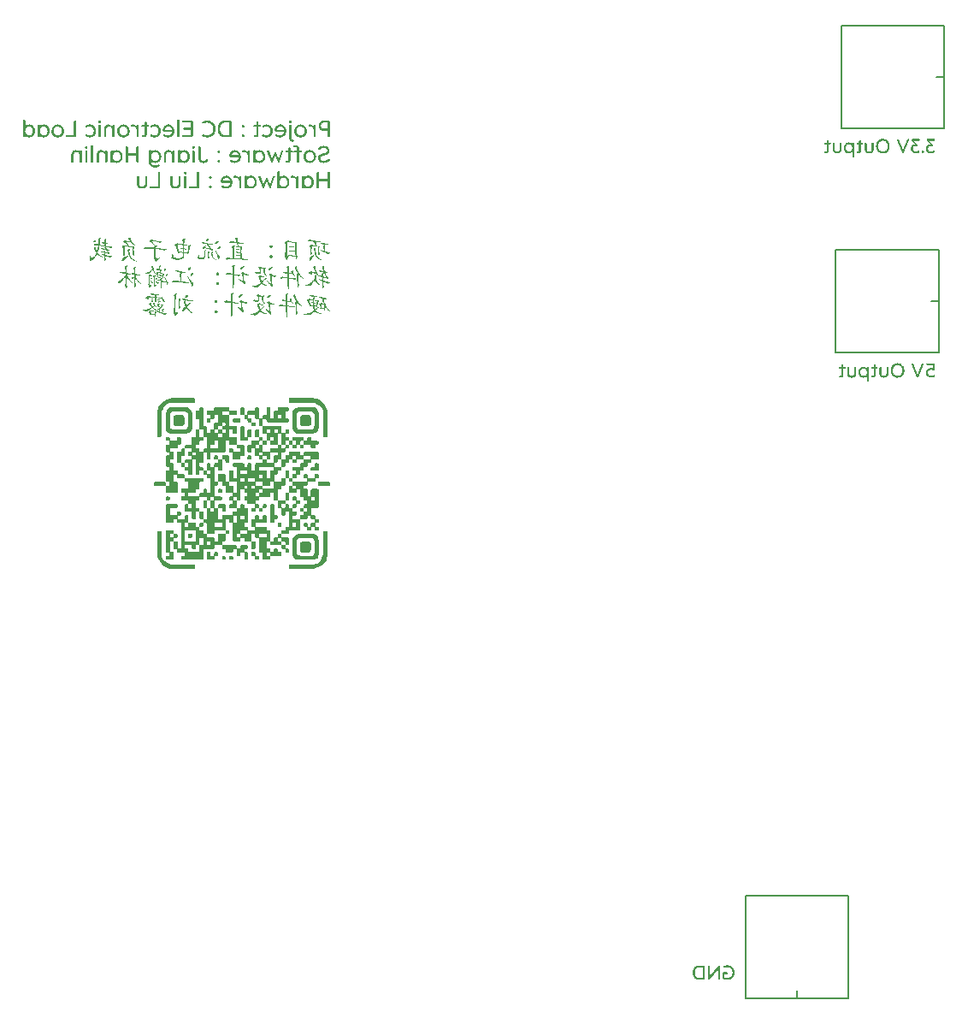
<source format=gbo>
G04*
G04 #@! TF.GenerationSoftware,Altium Limited,Altium Designer,21.0.5 (76)*
G04*
G04 Layer_Color=32896*
%FSLAX24Y24*%
%MOIN*%
G70*
G04*
G04 #@! TF.SameCoordinates,1F1A31E2-E608-47EA-9DE2-FAD69E6EB028*
G04*
G04*
G04 #@! TF.FilePolarity,Positive*
G04*
G01*
G75*
%ADD10C,0.0079*%
G36*
X37074Y23973D02*
X37081Y23970D01*
X37087Y23967D01*
X37089Y23966D01*
X37095Y23959D01*
X37100Y23953D01*
X37101Y23947D01*
X37102Y23946D01*
Y23945D01*
X37130Y23738D01*
X37132Y23731D01*
X37129Y23719D01*
X37126Y23709D01*
X37123Y23702D01*
X37121Y23701D01*
Y23700D01*
X37116Y23696D01*
X37111Y23693D01*
X37100Y23689D01*
X37094Y23688D01*
X37090Y23687D01*
X37087D01*
X37081Y23688D01*
X37077Y23689D01*
X37073Y23690D01*
X37071D01*
X37064Y23693D01*
X37058Y23696D01*
X37054Y23697D01*
X37052Y23698D01*
X37035Y23706D01*
X37023Y23711D01*
X37019Y23713D01*
X37016Y23714D01*
X37013Y23716D01*
X37012D01*
X36999Y23719D01*
X36987Y23720D01*
X36983Y23721D01*
X36975D01*
X36957Y23720D01*
X36940Y23717D01*
X36926Y23711D01*
X36914Y23706D01*
X36904Y23699D01*
X36897Y23695D01*
X36892Y23690D01*
X36891Y23689D01*
X36880Y23677D01*
X36871Y23664D01*
X36866Y23650D01*
X36862Y23638D01*
X36859Y23626D01*
X36857Y23617D01*
Y23611D01*
Y23609D01*
Y23608D01*
X36858Y23595D01*
X36860Y23583D01*
X36863Y23573D01*
X36866Y23564D01*
X36870Y23556D01*
X36872Y23550D01*
X36875Y23546D01*
X36876Y23545D01*
X36883Y23535D01*
X36891Y23526D01*
X36900Y23518D01*
X36907Y23511D01*
X36915Y23506D01*
X36921Y23502D01*
X36925Y23500D01*
X36926Y23499D01*
X36938Y23494D01*
X36950Y23489D01*
X36961Y23487D01*
X36972Y23485D01*
X36981Y23484D01*
X36988Y23483D01*
X36995D01*
X37009Y23484D01*
X37022Y23487D01*
X37034Y23491D01*
X37045Y23496D01*
X37055Y23500D01*
X37062Y23505D01*
X37066Y23508D01*
X37068Y23509D01*
X37075Y23513D01*
X37080Y23515D01*
X37088Y23520D01*
X37093Y23521D01*
X37095D01*
X37106Y23520D01*
X37115Y23517D01*
X37120Y23512D01*
X37122Y23511D01*
X37127Y23503D01*
X37130Y23497D01*
X37132Y23491D01*
Y23490D01*
Y23489D01*
X37130Y23482D01*
X37129Y23475D01*
X37128Y23471D01*
X37127Y23468D01*
X37123Y23462D01*
X37118Y23456D01*
X37115Y23453D01*
X37114Y23452D01*
X37097Y23440D01*
X37078Y23431D01*
X37071Y23428D01*
X37065Y23426D01*
X37060Y23424D01*
X37059D01*
X37035Y23418D01*
X37024Y23416D01*
X37015Y23415D01*
X37006D01*
X36999Y23414D01*
X36994D01*
X36973Y23415D01*
X36952Y23418D01*
X36935Y23421D01*
X36920Y23427D01*
X36906Y23431D01*
X36897Y23435D01*
X36890Y23438D01*
X36888Y23439D01*
X36870Y23450D01*
X36855Y23461D01*
X36842Y23473D01*
X36831Y23484D01*
X36822Y23494D01*
X36816Y23501D01*
X36811Y23507D01*
X36810Y23509D01*
X36800Y23526D01*
X36794Y23544D01*
X36788Y23560D01*
X36785Y23576D01*
X36783Y23589D01*
X36782Y23600D01*
Y23606D01*
Y23607D01*
Y23608D01*
X36783Y23628D01*
X36785Y23646D01*
X36789Y23661D01*
X36794Y23675D01*
X36798Y23686D01*
X36803Y23695D01*
X36805Y23700D01*
X36806Y23702D01*
X36816Y23717D01*
X36827Y23730D01*
X36838Y23741D01*
X36848Y23750D01*
X36857Y23757D01*
X36866Y23763D01*
X36870Y23766D01*
X36872Y23767D01*
X36889Y23775D01*
X36904Y23781D01*
X36921Y23785D01*
X36935Y23788D01*
X36947Y23790D01*
X36957Y23791D01*
X36965D01*
X36984Y23790D01*
X36993Y23789D01*
X37000Y23788D01*
X37006Y23787D01*
X37011Y23785D01*
X37015Y23784D01*
X37016D01*
X37032Y23779D01*
X37040Y23777D01*
X37045Y23773D01*
X37051Y23771D01*
X37054Y23770D01*
X37056Y23768D01*
X37057D01*
X37038Y23905D01*
X36830D01*
X36819Y23906D01*
X36811Y23910D01*
X36807Y23913D01*
X36805Y23914D01*
X36799Y23922D01*
X36796Y23931D01*
X36795Y23937D01*
Y23938D01*
Y23940D01*
X36796Y23950D01*
X36799Y23958D01*
X36804Y23963D01*
X36805Y23965D01*
X36812Y23970D01*
X36821Y23973D01*
X36828Y23975D01*
X37064D01*
X37074Y23973D01*
D02*
G37*
G36*
X36672Y23975D02*
X36681Y23971D01*
X36687Y23968D01*
X36688Y23966D01*
X36689D01*
X36693Y23961D01*
X36695Y23957D01*
X36700Y23949D01*
X36701Y23943D01*
Y23941D01*
Y23940D01*
X36700Y23932D01*
X36699Y23926D01*
X36698Y23923D01*
Y23922D01*
X36495Y23442D01*
X36491Y23435D01*
X36487Y23429D01*
X36482Y23426D01*
X36481Y23425D01*
X36474Y23421D01*
X36468Y23420D01*
X36464Y23419D01*
X36462D01*
X36453Y23420D01*
X36446Y23423D01*
X36442Y23424D01*
X36440Y23425D01*
X36433Y23430D01*
X36429Y23437D01*
X36425Y23441D01*
X36424Y23443D01*
X36221Y23922D01*
X36219Y23929D01*
X36217Y23934D01*
Y23938D01*
Y23940D01*
Y23945D01*
X36219Y23950D01*
X36222Y23958D01*
X36227Y23963D01*
X36228Y23965D01*
X36229D01*
X36239Y23971D01*
X36247Y23975D01*
X36254Y23976D01*
X36256D01*
X36264Y23975D01*
X36270Y23972D01*
X36275Y23970D01*
X36277Y23969D01*
X36282Y23964D01*
X36287Y23958D01*
X36290Y23954D01*
X36291Y23953D01*
Y23952D01*
X36455Y23542D01*
X36628Y23952D01*
X36633Y23960D01*
X36639Y23966D01*
X36644Y23970D01*
X36650Y23973D01*
X36655Y23976D01*
X36659Y23977D01*
X36663D01*
X36672Y23975D01*
D02*
G37*
G36*
X34786Y23933D02*
X34795Y23930D01*
X34800Y23926D01*
X34802Y23924D01*
X34809Y23916D01*
X34812Y23907D01*
X34813Y23900D01*
Y23898D01*
Y23897D01*
Y23830D01*
X34859D01*
X34869Y23829D01*
X34878Y23826D01*
X34882Y23822D01*
X34884Y23820D01*
X34890Y23813D01*
X34893Y23805D01*
X34894Y23799D01*
Y23797D01*
Y23796D01*
X34893Y23787D01*
X34889Y23778D01*
X34885Y23773D01*
X34884Y23771D01*
X34877Y23766D01*
X34868Y23763D01*
X34861Y23761D01*
X34813D01*
Y23521D01*
X34812Y23505D01*
X34810Y23490D01*
X34808Y23479D01*
X34805Y23470D01*
X34801Y23462D01*
X34798Y23456D01*
X34797Y23453D01*
X34796Y23452D01*
X34789Y23444D01*
X34783Y23439D01*
X34776Y23433D01*
X34770Y23430D01*
X34764Y23428D01*
X34760Y23426D01*
X34758Y23425D01*
X34756D01*
X34740Y23421D01*
X34724Y23420D01*
X34718Y23419D01*
X34708D01*
X34692Y23421D01*
X34679Y23425D01*
X34673Y23427D01*
X34670Y23428D01*
X34668Y23430D01*
X34667D01*
X34660Y23435D01*
X34656Y23440D01*
X34652Y23444D01*
X34649Y23450D01*
X34648Y23453D01*
X34647Y23456D01*
Y23459D01*
Y23460D01*
X34648Y23468D01*
X34650Y23476D01*
X34654Y23481D01*
X34655Y23482D01*
X34660Y23487D01*
X34666Y23489D01*
X34669Y23490D01*
X34676D01*
X34681Y23489D01*
X34684Y23488D01*
X34687Y23487D01*
X34693Y23486D01*
X34697Y23485D01*
X34702D01*
X34714Y23487D01*
X34723Y23491D01*
X34729Y23497D01*
X34734Y23505D01*
X34736Y23512D01*
X34737Y23518D01*
X34738Y23522D01*
Y23524D01*
Y23761D01*
X34671D01*
X34660Y23763D01*
X34653Y23766D01*
X34648Y23769D01*
X34646Y23770D01*
X34641Y23778D01*
X34637Y23787D01*
X34636Y23793D01*
Y23794D01*
Y23795D01*
X34637Y23806D01*
X34641Y23814D01*
X34645Y23818D01*
X34646Y23820D01*
X34654Y23826D01*
X34662Y23829D01*
X34669Y23830D01*
X34738D01*
Y23897D01*
X34740Y23908D01*
X34743Y23917D01*
X34747Y23922D01*
X34749Y23924D01*
X34758Y23931D01*
X34765Y23934D01*
X34772Y23935D01*
X34775D01*
X34786Y23933D01*
D02*
G37*
G36*
X33536D02*
X33544Y23930D01*
X33550Y23926D01*
X33552Y23924D01*
X33559Y23916D01*
X33562Y23907D01*
X33563Y23900D01*
Y23898D01*
Y23897D01*
Y23830D01*
X33609D01*
X33619Y23829D01*
X33627Y23826D01*
X33632Y23822D01*
X33634Y23820D01*
X33639Y23813D01*
X33643Y23805D01*
X33644Y23799D01*
Y23797D01*
Y23796D01*
X33643Y23787D01*
X33638Y23778D01*
X33635Y23773D01*
X33634Y23771D01*
X33626Y23766D01*
X33618Y23763D01*
X33611Y23761D01*
X33563D01*
Y23521D01*
X33562Y23505D01*
X33560Y23490D01*
X33557Y23479D01*
X33554Y23470D01*
X33551Y23462D01*
X33548Y23456D01*
X33547Y23453D01*
X33545Y23452D01*
X33539Y23444D01*
X33532Y23439D01*
X33526Y23433D01*
X33519Y23430D01*
X33514Y23428D01*
X33509Y23426D01*
X33507Y23425D01*
X33506D01*
X33490Y23421D01*
X33473Y23420D01*
X33468Y23419D01*
X33458D01*
X33442Y23421D01*
X33428Y23425D01*
X33423Y23427D01*
X33420Y23428D01*
X33418Y23430D01*
X33416D01*
X33410Y23435D01*
X33405Y23440D01*
X33401Y23444D01*
X33399Y23450D01*
X33398Y23453D01*
X33397Y23456D01*
Y23459D01*
Y23460D01*
X33398Y23468D01*
X33400Y23476D01*
X33403Y23481D01*
X33404Y23482D01*
X33410Y23487D01*
X33415Y23489D01*
X33419Y23490D01*
X33425D01*
X33431Y23489D01*
X33434Y23488D01*
X33436Y23487D01*
X33443Y23486D01*
X33447Y23485D01*
X33451D01*
X33463Y23487D01*
X33472Y23491D01*
X33479Y23497D01*
X33483Y23505D01*
X33485Y23512D01*
X33486Y23518D01*
X33487Y23522D01*
Y23524D01*
Y23761D01*
X33421D01*
X33410Y23763D01*
X33402Y23766D01*
X33398Y23769D01*
X33396Y23770D01*
X33390Y23778D01*
X33387Y23787D01*
X33386Y23793D01*
Y23794D01*
Y23795D01*
X33387Y23806D01*
X33390Y23814D01*
X33395Y23818D01*
X33396Y23820D01*
X33403Y23826D01*
X33412Y23829D01*
X33419Y23830D01*
X33487D01*
Y23897D01*
X33490Y23908D01*
X33493Y23917D01*
X33496Y23922D01*
X33498Y23924D01*
X33507Y23931D01*
X33515Y23934D01*
X33521Y23935D01*
X33525D01*
X33536Y23933D01*
D02*
G37*
G36*
X35285Y23832D02*
X35293Y23829D01*
X35299Y23826D01*
X35301Y23824D01*
X35307Y23815D01*
X35311Y23806D01*
X35312Y23800D01*
Y23799D01*
Y23797D01*
Y23585D01*
X35310Y23556D01*
X35305Y23531D01*
X35297Y23509D01*
X35289Y23490D01*
X35281Y23476D01*
X35273Y23466D01*
X35269Y23460D01*
X35267Y23458D01*
X35248Y23442D01*
X35228Y23431D01*
X35206Y23424D01*
X35185Y23418D01*
X35166Y23415D01*
X35159Y23414D01*
X35151D01*
X35146Y23413D01*
X35138D01*
X35108Y23415D01*
X35082Y23419D01*
X35060Y23427D01*
X35042Y23436D01*
X35028Y23443D01*
X35018Y23451D01*
X35011Y23455D01*
X35009Y23458D01*
X34994Y23476D01*
X34983Y23497D01*
X34974Y23519D01*
X34968Y23538D01*
X34965Y23557D01*
X34964Y23565D01*
Y23572D01*
X34963Y23578D01*
Y23582D01*
Y23584D01*
Y23585D01*
Y23797D01*
X34965Y23808D01*
X34968Y23816D01*
X34972Y23822D01*
X34974Y23824D01*
X34983Y23830D01*
X34991Y23834D01*
X34998Y23835D01*
X35001D01*
X35012Y23832D01*
X35021Y23829D01*
X35026Y23826D01*
X35029Y23824D01*
X35035Y23815D01*
X35038Y23806D01*
X35040Y23800D01*
Y23799D01*
Y23797D01*
Y23585D01*
X35041Y23567D01*
X35044Y23552D01*
X35047Y23538D01*
X35052Y23528D01*
X35057Y23519D01*
X35060Y23513D01*
X35064Y23509D01*
X35065Y23508D01*
X35075Y23499D01*
X35087Y23493D01*
X35099Y23488D01*
X35111Y23485D01*
X35122Y23483D01*
X35130Y23482D01*
X35138D01*
X35155Y23483D01*
X35171Y23486D01*
X35184Y23491D01*
X35195Y23498D01*
X35205Y23506D01*
X35212Y23514D01*
X35219Y23524D01*
X35224Y23534D01*
X35228Y23543D01*
X35231Y23553D01*
X35233Y23561D01*
X35235Y23569D01*
Y23576D01*
X35236Y23581D01*
Y23584D01*
Y23585D01*
Y23797D01*
X35238Y23808D01*
X35242Y23816D01*
X35245Y23822D01*
X35247Y23824D01*
X35256Y23830D01*
X35265Y23834D01*
X35271Y23835D01*
X35275D01*
X35285Y23832D01*
D02*
G37*
G36*
X34035Y23832D02*
X34043Y23829D01*
X34048Y23826D01*
X34050Y23824D01*
X34057Y23815D01*
X34060Y23806D01*
X34061Y23800D01*
Y23799D01*
Y23797D01*
Y23585D01*
X34059Y23556D01*
X34055Y23531D01*
X34047Y23509D01*
X34038Y23490D01*
X34031Y23476D01*
X34023Y23466D01*
X34019Y23460D01*
X34016Y23458D01*
X33998Y23442D01*
X33977Y23431D01*
X33955Y23424D01*
X33935Y23418D01*
X33916Y23415D01*
X33908Y23414D01*
X33901D01*
X33895Y23413D01*
X33888D01*
X33858Y23415D01*
X33832Y23419D01*
X33810Y23427D01*
X33791Y23436D01*
X33777Y23443D01*
X33767Y23451D01*
X33761Y23455D01*
X33759Y23458D01*
X33743Y23476D01*
X33732Y23497D01*
X33724Y23519D01*
X33718Y23538D01*
X33715Y23557D01*
X33714Y23565D01*
Y23572D01*
X33713Y23578D01*
Y23582D01*
Y23584D01*
Y23585D01*
Y23797D01*
X33715Y23808D01*
X33718Y23816D01*
X33721Y23822D01*
X33724Y23824D01*
X33732Y23830D01*
X33741Y23834D01*
X33748Y23835D01*
X33751D01*
X33762Y23832D01*
X33771Y23829D01*
X33776Y23826D01*
X33778Y23824D01*
X33785Y23815D01*
X33788Y23806D01*
X33789Y23800D01*
Y23799D01*
Y23797D01*
Y23585D01*
X33790Y23567D01*
X33794Y23552D01*
X33797Y23538D01*
X33801Y23528D01*
X33807Y23519D01*
X33810Y23513D01*
X33813Y23509D01*
X33814Y23508D01*
X33824Y23499D01*
X33836Y23493D01*
X33848Y23488D01*
X33860Y23485D01*
X33871Y23483D01*
X33880Y23482D01*
X33888D01*
X33905Y23483D01*
X33920Y23486D01*
X33933Y23491D01*
X33944Y23498D01*
X33954Y23506D01*
X33962Y23514D01*
X33968Y23524D01*
X33974Y23534D01*
X33977Y23543D01*
X33980Y23553D01*
X33983Y23561D01*
X33985Y23569D01*
Y23576D01*
X33986Y23581D01*
Y23584D01*
Y23585D01*
Y23797D01*
X33988Y23808D01*
X33991Y23816D01*
X33995Y23822D01*
X33997Y23824D01*
X34006Y23830D01*
X34014Y23834D01*
X34021Y23835D01*
X34024D01*
X34035Y23832D01*
D02*
G37*
G36*
X35699Y23982D02*
X35725Y23978D01*
X35749Y23971D01*
X35769Y23965D01*
X35786Y23957D01*
X35793Y23954D01*
X35798Y23952D01*
X35802Y23948D01*
X35806Y23947D01*
X35808Y23945D01*
X35809D01*
X35831Y23930D01*
X35849Y23913D01*
X35866Y23896D01*
X35880Y23879D01*
X35891Y23865D01*
X35899Y23853D01*
X35902Y23849D01*
X35903Y23846D01*
X35905Y23843D01*
Y23842D01*
X35916Y23817D01*
X35925Y23792D01*
X35930Y23768D01*
X35935Y23745D01*
X35937Y23725D01*
X35938Y23718D01*
Y23710D01*
X35939Y23705D01*
Y23700D01*
Y23698D01*
Y23697D01*
X35938Y23667D01*
X35934Y23640D01*
X35928Y23616D01*
X35922Y23594D01*
X35916Y23577D01*
X35913Y23569D01*
X35911Y23564D01*
X35908Y23558D01*
X35906Y23555D01*
X35905Y23553D01*
Y23552D01*
X35891Y23529D01*
X35876Y23508D01*
X35859Y23490D01*
X35844Y23476D01*
X35830Y23464D01*
X35819Y23455D01*
X35814Y23453D01*
X35811Y23451D01*
X35810Y23449D01*
X35809D01*
X35785Y23437D01*
X35762Y23427D01*
X35738Y23420D01*
X35717Y23416D01*
X35699Y23414D01*
X35691Y23413D01*
X35684D01*
X35679Y23412D01*
X35671D01*
X35643Y23413D01*
X35617Y23417D01*
X35594Y23424D01*
X35573Y23430D01*
X35555Y23437D01*
X35549Y23440D01*
X35543Y23443D01*
X35539Y23446D01*
X35536Y23448D01*
X35534Y23449D01*
X35532D01*
X35511Y23464D01*
X35492Y23481D01*
X35476Y23498D01*
X35461Y23514D01*
X35452Y23529D01*
X35444Y23541D01*
X35441Y23545D01*
X35438Y23548D01*
X35437Y23550D01*
Y23552D01*
X35425Y23577D01*
X35417Y23602D01*
X35411Y23626D01*
X35407Y23649D01*
X35405Y23668D01*
X35404Y23676D01*
X35402Y23684D01*
Y23689D01*
Y23694D01*
Y23696D01*
Y23697D01*
X35404Y23726D01*
X35408Y23754D01*
X35413Y23778D01*
X35420Y23800D01*
X35426Y23817D01*
X35430Y23825D01*
X35432Y23831D01*
X35434Y23836D01*
X35436Y23839D01*
X35437Y23841D01*
Y23842D01*
X35452Y23865D01*
X35467Y23886D01*
X35482Y23903D01*
X35498Y23919D01*
X35512Y23930D01*
X35523Y23938D01*
X35527Y23941D01*
X35530Y23943D01*
X35531Y23945D01*
X35532D01*
X35557Y23958D01*
X35579Y23967D01*
X35604Y23973D01*
X35624Y23979D01*
X35644Y23981D01*
X35652Y23982D01*
X35658D01*
X35664Y23983D01*
X35671D01*
X35699Y23982D01*
D02*
G37*
G36*
X34355Y23841D02*
X34370Y23839D01*
X34383Y23836D01*
X34394Y23832D01*
X34403Y23829D01*
X34411Y23826D01*
X34415Y23824D01*
X34418Y23823D01*
X34431Y23815D01*
X34442Y23807D01*
X34451Y23799D01*
X34459Y23791D01*
X34466Y23784D01*
X34470Y23779D01*
X34472Y23776D01*
X34473Y23775D01*
Y23797D01*
X34476Y23809D01*
X34479Y23818D01*
X34482Y23824D01*
X34484Y23826D01*
X34493Y23832D01*
X34502Y23836D01*
X34508Y23837D01*
X34512D01*
X34523Y23835D01*
X34531Y23831D01*
X34537Y23828D01*
X34539Y23826D01*
X34544Y23817D01*
X34548Y23807D01*
X34549Y23801D01*
Y23799D01*
Y23797D01*
Y23299D01*
X34547Y23288D01*
X34543Y23279D01*
X34540Y23274D01*
X34538Y23272D01*
X34529Y23265D01*
X34520Y23262D01*
X34514Y23261D01*
X34512D01*
X34500Y23263D01*
X34491Y23266D01*
X34486Y23270D01*
X34484Y23272D01*
X34478Y23280D01*
X34474Y23289D01*
X34473Y23297D01*
Y23298D01*
Y23299D01*
Y23474D01*
X34465Y23464D01*
X34455Y23456D01*
X34445Y23449D01*
X34436Y23442D01*
X34427Y23437D01*
X34421Y23433D01*
X34417Y23431D01*
X34415Y23430D01*
X34401Y23425D01*
X34388Y23420D01*
X34375Y23417D01*
X34363Y23415D01*
X34353Y23414D01*
X34344Y23413D01*
X34338D01*
X34318Y23414D01*
X34301Y23417D01*
X34284Y23421D01*
X34270Y23427D01*
X34258Y23431D01*
X34249Y23436D01*
X34244Y23439D01*
X34242Y23440D01*
X34226Y23451D01*
X34212Y23463D01*
X34200Y23476D01*
X34190Y23488D01*
X34183Y23499D01*
X34177Y23508D01*
X34174Y23513D01*
X34173Y23515D01*
X34164Y23534D01*
X34159Y23554D01*
X34154Y23572D01*
X34151Y23590D01*
X34149Y23605D01*
X34148Y23616D01*
Y23620D01*
Y23624D01*
Y23626D01*
Y23627D01*
X34149Y23650D01*
X34152Y23671D01*
X34155Y23689D01*
X34160Y23706D01*
X34165Y23720D01*
X34168Y23730D01*
X34172Y23736D01*
X34173Y23738D01*
X34183Y23756D01*
X34195Y23771D01*
X34206Y23784D01*
X34217Y23795D01*
X34226Y23804D01*
X34234Y23809D01*
X34239Y23814D01*
X34242Y23815D01*
X34258Y23824D01*
X34276Y23830D01*
X34292Y23836D01*
X34307Y23839D01*
X34320Y23841D01*
X34331Y23842D01*
X34340D01*
X34355Y23841D01*
D02*
G37*
G36*
X37105Y32714D02*
X37113Y32710D01*
X37118Y32706D01*
X37121Y32705D01*
X37126Y32697D01*
X37129Y32690D01*
X37130Y32683D01*
Y32682D01*
Y32681D01*
X37129Y32670D01*
X37125Y32662D01*
X37122Y32657D01*
X37121Y32655D01*
X37112Y32649D01*
X37104Y32646D01*
X37098Y32645D01*
X36912D01*
X37046Y32496D01*
X37051Y32490D01*
X37055Y32485D01*
X37056Y32482D01*
X37057Y32481D01*
X37059Y32476D01*
X37060Y32472D01*
Y32468D01*
Y32467D01*
X37059Y32457D01*
X37056Y32448D01*
X37053Y32444D01*
X37052Y32441D01*
X37044Y32436D01*
X37036Y32433D01*
X37031Y32432D01*
X37029D01*
X37021Y32433D01*
X37012Y32434D01*
X37006Y32435D01*
X37004Y32436D01*
X37002D01*
X36986Y32439D01*
X36981Y32440D01*
X36975D01*
X36971Y32441D01*
X36965D01*
X36949Y32440D01*
X36935Y32437D01*
X36922Y32433D01*
X36911Y32427D01*
X36901Y32422D01*
X36894Y32417D01*
X36890Y32414D01*
X36889Y32413D01*
X36878Y32402D01*
X36870Y32389D01*
X36865Y32376D01*
X36862Y32364D01*
X36858Y32352D01*
X36857Y32343D01*
Y32337D01*
Y32335D01*
Y32334D01*
X36858Y32321D01*
X36859Y32310D01*
X36863Y32299D01*
X36865Y32291D01*
X36868Y32283D01*
X36871Y32276D01*
X36872Y32273D01*
X36874Y32272D01*
X36880Y32263D01*
X36887Y32255D01*
X36893Y32248D01*
X36901Y32243D01*
X36906Y32237D01*
X36912Y32234D01*
X36915Y32233D01*
X36916Y32232D01*
X36926Y32227D01*
X36936Y32224D01*
X36946Y32221D01*
X36954Y32220D01*
X36962Y32218D01*
X36968Y32217D01*
X36973D01*
X36990Y32218D01*
X37007Y32222D01*
X37020Y32227D01*
X37032Y32233D01*
X37042Y32238D01*
X37050Y32244D01*
X37054Y32247D01*
X37055Y32248D01*
X37066Y32253D01*
X37075Y32257D01*
X37081Y32258D01*
X37089D01*
X37094Y32256D01*
X37102Y32251D01*
X37107Y32247D01*
X37110Y32246D01*
Y32245D01*
X37116Y32235D01*
X37119Y32226D01*
X37121Y32220D01*
Y32218D01*
Y32217D01*
X37119Y32210D01*
X37117Y32203D01*
X37110Y32193D01*
X37102Y32187D01*
X37100Y32186D01*
X37099Y32185D01*
X37082Y32174D01*
X37066Y32166D01*
X37059Y32163D01*
X37053Y32162D01*
X37050Y32159D01*
X37048D01*
X37025Y32155D01*
X37016Y32154D01*
X37006Y32153D01*
X36998Y32152D01*
X36986D01*
X36964Y32153D01*
X36945Y32155D01*
X36926Y32158D01*
X36911Y32163D01*
X36898Y32167D01*
X36888Y32170D01*
X36882Y32173D01*
X36880Y32174D01*
X36864Y32183D01*
X36849Y32193D01*
X36837Y32204D01*
X36827Y32215D01*
X36819Y32225D01*
X36812Y32233D01*
X36809Y32237D01*
X36808Y32239D01*
X36799Y32256D01*
X36793Y32273D01*
X36788Y32291D01*
X36785Y32306D01*
X36783Y32319D01*
X36782Y32330D01*
Y32334D01*
Y32338D01*
Y32339D01*
Y32340D01*
X36783Y32357D01*
X36785Y32374D01*
X36788Y32388D01*
X36792Y32401D01*
X36796Y32412D01*
X36799Y32420D01*
X36801Y32424D01*
X36802Y32426D01*
X36811Y32440D01*
X36820Y32452D01*
X36830Y32463D01*
X36839Y32472D01*
X36847Y32479D01*
X36854Y32484D01*
X36858Y32487D01*
X36859Y32488D01*
X36874Y32496D01*
X36888Y32502D01*
X36901Y32506D01*
X36914Y32508D01*
X36925Y32510D01*
X36934Y32511D01*
X36941D01*
X36818Y32648D01*
X36812Y32653D01*
X36809Y32659D01*
X36805Y32668D01*
X36802Y32675D01*
Y32676D01*
Y32678D01*
X36805Y32688D01*
X36808Y32696D01*
X36811Y32702D01*
X36813Y32704D01*
X36822Y32710D01*
X36831Y32714D01*
X36835Y32715D01*
X37095D01*
X37105Y32714D01*
D02*
G37*
G36*
X36515D02*
X36523Y32710D01*
X36528Y32706D01*
X36530Y32705D01*
X36536Y32697D01*
X36539Y32690D01*
X36540Y32683D01*
Y32682D01*
Y32681D01*
X36539Y32670D01*
X36535Y32662D01*
X36531Y32657D01*
X36530Y32655D01*
X36522Y32649D01*
X36514Y32646D01*
X36507Y32645D01*
X36322D01*
X36456Y32496D01*
X36460Y32490D01*
X36465Y32485D01*
X36466Y32482D01*
X36467Y32481D01*
X36469Y32476D01*
X36470Y32472D01*
Y32468D01*
Y32467D01*
X36469Y32457D01*
X36466Y32448D01*
X36463Y32444D01*
X36461Y32441D01*
X36454Y32436D01*
X36446Y32433D01*
X36441Y32432D01*
X36439D01*
X36431Y32433D01*
X36422Y32434D01*
X36416Y32435D01*
X36413Y32436D01*
X36412D01*
X36396Y32439D01*
X36390Y32440D01*
X36385D01*
X36381Y32441D01*
X36375D01*
X36359Y32440D01*
X36345Y32437D01*
X36331Y32433D01*
X36320Y32427D01*
X36311Y32422D01*
X36304Y32417D01*
X36300Y32414D01*
X36299Y32413D01*
X36288Y32402D01*
X36280Y32389D01*
X36275Y32376D01*
X36271Y32364D01*
X36268Y32352D01*
X36267Y32343D01*
Y32337D01*
Y32335D01*
Y32334D01*
X36268Y32321D01*
X36269Y32310D01*
X36272Y32299D01*
X36275Y32291D01*
X36278Y32283D01*
X36281Y32276D01*
X36282Y32273D01*
X36283Y32272D01*
X36290Y32263D01*
X36296Y32255D01*
X36303Y32248D01*
X36311Y32243D01*
X36316Y32237D01*
X36322Y32234D01*
X36325Y32233D01*
X36326Y32232D01*
X36336Y32227D01*
X36346Y32224D01*
X36355Y32221D01*
X36364Y32220D01*
X36372Y32218D01*
X36377Y32217D01*
X36383D01*
X36400Y32218D01*
X36417Y32222D01*
X36430Y32227D01*
X36442Y32233D01*
X36452Y32238D01*
X36459Y32244D01*
X36464Y32247D01*
X36465Y32248D01*
X36476Y32253D01*
X36484Y32257D01*
X36491Y32258D01*
X36499D01*
X36504Y32256D01*
X36512Y32251D01*
X36517Y32247D01*
X36519Y32246D01*
Y32245D01*
X36526Y32235D01*
X36529Y32226D01*
X36530Y32220D01*
Y32218D01*
Y32217D01*
X36529Y32210D01*
X36527Y32203D01*
X36519Y32193D01*
X36512Y32187D01*
X36510Y32186D01*
X36508Y32185D01*
X36492Y32174D01*
X36476Y32166D01*
X36469Y32163D01*
X36463Y32162D01*
X36459Y32159D01*
X36458D01*
X36435Y32155D01*
X36425Y32154D01*
X36416Y32153D01*
X36408Y32152D01*
X36396D01*
X36374Y32153D01*
X36354Y32155D01*
X36336Y32158D01*
X36320Y32163D01*
X36307Y32167D01*
X36298Y32170D01*
X36292Y32173D01*
X36290Y32174D01*
X36273Y32183D01*
X36259Y32193D01*
X36247Y32204D01*
X36236Y32215D01*
X36229Y32225D01*
X36222Y32233D01*
X36219Y32237D01*
X36218Y32239D01*
X36209Y32256D01*
X36202Y32273D01*
X36198Y32291D01*
X36195Y32306D01*
X36193Y32319D01*
X36191Y32330D01*
Y32334D01*
Y32338D01*
Y32339D01*
Y32340D01*
X36193Y32357D01*
X36195Y32374D01*
X36198Y32388D01*
X36201Y32401D01*
X36206Y32412D01*
X36209Y32420D01*
X36211Y32424D01*
X36212Y32426D01*
X36221Y32440D01*
X36230Y32452D01*
X36240Y32463D01*
X36248Y32472D01*
X36257Y32479D01*
X36264Y32484D01*
X36268Y32487D01*
X36269Y32488D01*
X36283Y32496D01*
X36298Y32502D01*
X36311Y32506D01*
X36324Y32508D01*
X36335Y32510D01*
X36343Y32511D01*
X36351D01*
X36228Y32648D01*
X36222Y32653D01*
X36219Y32659D01*
X36214Y32668D01*
X36212Y32675D01*
Y32676D01*
Y32678D01*
X36214Y32688D01*
X36218Y32696D01*
X36221Y32702D01*
X36223Y32704D01*
X36232Y32710D01*
X36241Y32714D01*
X36245Y32715D01*
X36505D01*
X36515Y32714D01*
D02*
G37*
G36*
X36101Y32715D02*
X36110Y32711D01*
X36115Y32708D01*
X36116Y32706D01*
X36117D01*
X36122Y32702D01*
X36124Y32697D01*
X36128Y32690D01*
X36129Y32683D01*
Y32681D01*
Y32680D01*
X36128Y32672D01*
X36127Y32667D01*
X36126Y32663D01*
Y32662D01*
X35924Y32182D01*
X35919Y32175D01*
X35915Y32169D01*
X35911Y32166D01*
X35910Y32165D01*
X35902Y32162D01*
X35896Y32161D01*
X35892Y32159D01*
X35890D01*
X35881Y32161D01*
X35875Y32163D01*
X35870Y32164D01*
X35868Y32165D01*
X35861Y32170D01*
X35857Y32177D01*
X35854Y32181D01*
X35853Y32183D01*
X35649Y32662D01*
X35647Y32669D01*
X35645Y32674D01*
Y32679D01*
Y32680D01*
Y32685D01*
X35647Y32691D01*
X35650Y32698D01*
X35655Y32703D01*
X35656Y32705D01*
X35657D01*
X35667Y32711D01*
X35676Y32715D01*
X35682Y32716D01*
X35684D01*
X35692Y32715D01*
X35699Y32713D01*
X35703Y32710D01*
X35705Y32709D01*
X35711Y32704D01*
X35715Y32698D01*
X35718Y32694D01*
X35719Y32693D01*
Y32692D01*
X35883Y32282D01*
X36056Y32692D01*
X36061Y32700D01*
X36067Y32706D01*
X36072Y32710D01*
X36078Y32714D01*
X36083Y32716D01*
X36088Y32717D01*
X36091D01*
X36101Y32715D01*
D02*
G37*
G36*
X34214Y32673D02*
X34223Y32670D01*
X34228Y32667D01*
X34231Y32664D01*
X34237Y32656D01*
X34240Y32647D01*
X34242Y32640D01*
Y32638D01*
Y32637D01*
Y32570D01*
X34287D01*
X34297Y32569D01*
X34306Y32566D01*
X34310Y32562D01*
X34313Y32561D01*
X34318Y32553D01*
X34321Y32545D01*
X34322Y32539D01*
Y32538D01*
Y32537D01*
X34321Y32527D01*
X34317Y32518D01*
X34314Y32514D01*
X34313Y32511D01*
X34305Y32506D01*
X34296Y32503D01*
X34290Y32502D01*
X34242D01*
Y32261D01*
X34240Y32245D01*
X34238Y32231D01*
X34236Y32220D01*
X34233Y32210D01*
X34230Y32202D01*
X34226Y32197D01*
X34225Y32193D01*
X34224Y32192D01*
X34218Y32185D01*
X34211Y32179D01*
X34204Y32174D01*
X34198Y32170D01*
X34192Y32168D01*
X34188Y32166D01*
X34186Y32165D01*
X34185D01*
X34168Y32162D01*
X34152Y32161D01*
X34146Y32159D01*
X34137D01*
X34120Y32162D01*
X34107Y32165D01*
X34102Y32167D01*
X34098Y32168D01*
X34096Y32170D01*
X34095D01*
X34089Y32175D01*
X34084Y32180D01*
X34080Y32185D01*
X34078Y32190D01*
X34077Y32193D01*
X34075Y32197D01*
Y32199D01*
Y32200D01*
X34077Y32209D01*
X34079Y32216D01*
X34082Y32221D01*
X34083Y32222D01*
X34089Y32227D01*
X34094Y32229D01*
X34097Y32231D01*
X34104D01*
X34109Y32229D01*
X34113Y32228D01*
X34115Y32227D01*
X34121Y32226D01*
X34126Y32225D01*
X34130D01*
X34142Y32227D01*
X34151Y32232D01*
X34157Y32237D01*
X34162Y32245D01*
X34164Y32252D01*
X34165Y32258D01*
X34166Y32262D01*
Y32264D01*
Y32502D01*
X34100D01*
X34089Y32503D01*
X34081Y32506D01*
X34077Y32509D01*
X34074Y32510D01*
X34069Y32518D01*
X34066Y32527D01*
X34065Y32533D01*
Y32534D01*
Y32535D01*
X34066Y32546D01*
X34069Y32554D01*
X34073Y32558D01*
X34074Y32561D01*
X34082Y32566D01*
X34091Y32569D01*
X34097Y32570D01*
X34166D01*
Y32637D01*
X34168Y32648D01*
X34172Y32657D01*
X34175Y32662D01*
X34177Y32664D01*
X34186Y32671D01*
X34193Y32674D01*
X34200Y32675D01*
X34203D01*
X34214Y32673D01*
D02*
G37*
G36*
X32964D02*
X32973Y32670D01*
X32978Y32667D01*
X32980Y32664D01*
X32987Y32656D01*
X32990Y32647D01*
X32991Y32640D01*
Y32638D01*
Y32637D01*
Y32570D01*
X33037D01*
X33047Y32569D01*
X33056Y32566D01*
X33060Y32562D01*
X33062Y32561D01*
X33068Y32553D01*
X33071Y32545D01*
X33072Y32539D01*
Y32538D01*
Y32537D01*
X33071Y32527D01*
X33067Y32518D01*
X33063Y32514D01*
X33062Y32511D01*
X33055Y32506D01*
X33046Y32503D01*
X33039Y32502D01*
X32991D01*
Y32261D01*
X32990Y32245D01*
X32988Y32231D01*
X32986Y32220D01*
X32982Y32210D01*
X32979Y32202D01*
X32976Y32197D01*
X32975Y32193D01*
X32974Y32192D01*
X32967Y32185D01*
X32961Y32179D01*
X32954Y32174D01*
X32947Y32170D01*
X32942Y32168D01*
X32938Y32166D01*
X32935Y32165D01*
X32934D01*
X32918Y32162D01*
X32902Y32161D01*
X32896Y32159D01*
X32886D01*
X32870Y32162D01*
X32857Y32165D01*
X32851Y32167D01*
X32848Y32168D01*
X32846Y32170D01*
X32845D01*
X32838Y32175D01*
X32834Y32180D01*
X32829Y32185D01*
X32827Y32190D01*
X32826Y32193D01*
X32825Y32197D01*
Y32199D01*
Y32200D01*
X32826Y32209D01*
X32828Y32216D01*
X32832Y32221D01*
X32833Y32222D01*
X32838Y32227D01*
X32844Y32229D01*
X32847Y32231D01*
X32853D01*
X32859Y32229D01*
X32862Y32228D01*
X32864Y32227D01*
X32871Y32226D01*
X32875Y32225D01*
X32880D01*
X32892Y32227D01*
X32900Y32232D01*
X32907Y32237D01*
X32911Y32245D01*
X32914Y32252D01*
X32915Y32258D01*
X32916Y32262D01*
Y32264D01*
Y32502D01*
X32849D01*
X32838Y32503D01*
X32831Y32506D01*
X32826Y32509D01*
X32824Y32510D01*
X32819Y32518D01*
X32815Y32527D01*
X32814Y32533D01*
Y32534D01*
Y32535D01*
X32815Y32546D01*
X32819Y32554D01*
X32823Y32558D01*
X32824Y32561D01*
X32832Y32566D01*
X32840Y32569D01*
X32847Y32570D01*
X32916D01*
Y32637D01*
X32918Y32648D01*
X32921Y32657D01*
X32925Y32662D01*
X32927Y32664D01*
X32935Y32671D01*
X32943Y32674D01*
X32950Y32675D01*
X32953D01*
X32964Y32673D01*
D02*
G37*
G36*
X34714Y32573D02*
X34721Y32569D01*
X34727Y32566D01*
X34729Y32564D01*
X34736Y32555D01*
X34739Y32546D01*
X34740Y32540D01*
Y32539D01*
Y32538D01*
Y32326D01*
X34738Y32296D01*
X34733Y32271D01*
X34726Y32249D01*
X34717Y32231D01*
X34709Y32216D01*
X34702Y32206D01*
X34697Y32200D01*
X34695Y32198D01*
X34677Y32182D01*
X34656Y32171D01*
X34634Y32164D01*
X34613Y32158D01*
X34595Y32155D01*
X34587Y32154D01*
X34579D01*
X34574Y32153D01*
X34566D01*
X34537Y32155D01*
X34510Y32159D01*
X34489Y32167D01*
X34470Y32176D01*
X34456Y32183D01*
X34446Y32191D01*
X34439Y32196D01*
X34437Y32198D01*
X34422Y32216D01*
X34411Y32237D01*
X34402Y32259D01*
X34397Y32279D01*
X34394Y32297D01*
X34392Y32305D01*
Y32312D01*
X34391Y32318D01*
Y32322D01*
Y32325D01*
Y32326D01*
Y32538D01*
X34394Y32549D01*
X34397Y32556D01*
X34400Y32562D01*
X34402Y32564D01*
X34411Y32570D01*
X34420Y32574D01*
X34426Y32575D01*
X34430D01*
X34441Y32573D01*
X34449Y32569D01*
X34455Y32566D01*
X34457Y32564D01*
X34463Y32555D01*
X34467Y32546D01*
X34468Y32540D01*
Y32539D01*
Y32538D01*
Y32326D01*
X34469Y32307D01*
X34472Y32292D01*
X34475Y32279D01*
X34480Y32268D01*
X34485Y32259D01*
X34489Y32253D01*
X34492Y32249D01*
X34493Y32248D01*
X34503Y32239D01*
X34515Y32233D01*
X34527Y32228D01*
X34539Y32225D01*
X34550Y32223D01*
X34559Y32222D01*
X34566D01*
X34584Y32223D01*
X34599Y32226D01*
X34612Y32232D01*
X34623Y32238D01*
X34633Y32246D01*
X34641Y32255D01*
X34647Y32264D01*
X34653Y32274D01*
X34656Y32283D01*
X34659Y32293D01*
X34661Y32302D01*
X34663Y32309D01*
Y32316D01*
X34665Y32321D01*
Y32325D01*
Y32326D01*
Y32538D01*
X34667Y32549D01*
X34670Y32556D01*
X34673Y32562D01*
X34676Y32564D01*
X34684Y32570D01*
X34693Y32574D01*
X34700Y32575D01*
X34703D01*
X34714Y32573D01*
D02*
G37*
G36*
X33463Y32573D02*
X33471Y32569D01*
X33476Y32566D01*
X33479Y32564D01*
X33485Y32555D01*
X33489Y32546D01*
X33490Y32540D01*
Y32539D01*
Y32538D01*
Y32326D01*
X33487Y32296D01*
X33483Y32271D01*
X33475Y32249D01*
X33467Y32231D01*
X33459Y32216D01*
X33451Y32206D01*
X33447Y32200D01*
X33445Y32198D01*
X33426Y32182D01*
X33405Y32171D01*
X33384Y32164D01*
X33363Y32158D01*
X33344Y32155D01*
X33337Y32154D01*
X33329D01*
X33323Y32153D01*
X33316D01*
X33286Y32155D01*
X33260Y32159D01*
X33238Y32167D01*
X33220Y32176D01*
X33205Y32183D01*
X33196Y32191D01*
X33189Y32196D01*
X33187Y32198D01*
X33172Y32216D01*
X33161Y32237D01*
X33152Y32259D01*
X33146Y32279D01*
X33143Y32297D01*
X33142Y32305D01*
Y32312D01*
X33141Y32318D01*
Y32322D01*
Y32325D01*
Y32326D01*
Y32538D01*
X33143Y32549D01*
X33146Y32556D01*
X33150Y32562D01*
X33152Y32564D01*
X33161Y32570D01*
X33169Y32574D01*
X33176Y32575D01*
X33179D01*
X33190Y32573D01*
X33199Y32569D01*
X33204Y32566D01*
X33207Y32564D01*
X33213Y32555D01*
X33216Y32546D01*
X33217Y32540D01*
Y32539D01*
Y32538D01*
Y32326D01*
X33219Y32307D01*
X33222Y32292D01*
X33225Y32279D01*
X33229Y32268D01*
X33235Y32259D01*
X33238Y32253D01*
X33241Y32249D01*
X33243Y32248D01*
X33252Y32239D01*
X33264Y32233D01*
X33276Y32228D01*
X33288Y32225D01*
X33299Y32223D01*
X33308Y32222D01*
X33316D01*
X33333Y32223D01*
X33349Y32226D01*
X33362Y32232D01*
X33373Y32238D01*
X33382Y32246D01*
X33390Y32255D01*
X33397Y32264D01*
X33402Y32274D01*
X33405Y32283D01*
X33409Y32293D01*
X33411Y32302D01*
X33413Y32309D01*
Y32316D01*
X33414Y32321D01*
Y32325D01*
Y32326D01*
Y32538D01*
X33416Y32549D01*
X33420Y32556D01*
X33423Y32562D01*
X33425Y32564D01*
X33434Y32570D01*
X33443Y32574D01*
X33449Y32575D01*
X33452D01*
X33463Y32573D01*
D02*
G37*
G36*
X36675Y32253D02*
X36683Y32250D01*
X36689Y32246D01*
X36691Y32245D01*
X36696Y32236D01*
X36700Y32226D01*
Y32222D01*
X36701Y32218D01*
Y32216D01*
Y32215D01*
Y32200D01*
X36700Y32187D01*
X36695Y32177D01*
X36692Y32171D01*
X36691Y32169D01*
X36682Y32164D01*
X36672Y32161D01*
X36668D01*
X36665Y32159D01*
X36654D01*
X36641Y32162D01*
X36631Y32166D01*
X36624Y32173D01*
X36619Y32180D01*
X36617Y32187D01*
X36616Y32193D01*
X36614Y32198D01*
Y32200D01*
Y32215D01*
X36616Y32228D01*
X36619Y32237D01*
X36623Y32243D01*
X36624Y32245D01*
X36633Y32250D01*
X36643Y32253D01*
X36647Y32255D01*
X36661D01*
X36675Y32253D01*
D02*
G37*
G36*
X35127Y32722D02*
X35153Y32718D01*
X35177Y32711D01*
X35197Y32705D01*
X35214Y32697D01*
X35221Y32694D01*
X35226Y32692D01*
X35231Y32688D01*
X35234Y32687D01*
X35236Y32685D01*
X35237D01*
X35259Y32670D01*
X35278Y32653D01*
X35294Y32636D01*
X35308Y32620D01*
X35319Y32605D01*
X35327Y32593D01*
X35330Y32589D01*
X35331Y32586D01*
X35333Y32584D01*
Y32582D01*
X35344Y32557D01*
X35353Y32532D01*
X35359Y32508D01*
X35363Y32485D01*
X35365Y32465D01*
X35366Y32458D01*
Y32450D01*
X35367Y32445D01*
Y32440D01*
Y32438D01*
Y32437D01*
X35366Y32408D01*
X35362Y32380D01*
X35356Y32356D01*
X35350Y32334D01*
X35344Y32317D01*
X35341Y32309D01*
X35339Y32304D01*
X35337Y32298D01*
X35335Y32295D01*
X35333Y32293D01*
Y32292D01*
X35319Y32269D01*
X35304Y32248D01*
X35288Y32231D01*
X35272Y32216D01*
X35258Y32204D01*
X35247Y32196D01*
X35243Y32193D01*
X35240Y32191D01*
X35238Y32189D01*
X35237D01*
X35213Y32177D01*
X35190Y32167D01*
X35166Y32161D01*
X35145Y32156D01*
X35127Y32154D01*
X35119Y32153D01*
X35113D01*
X35107Y32152D01*
X35100D01*
X35071Y32153D01*
X35045Y32157D01*
X35022Y32164D01*
X35001Y32170D01*
X34984Y32177D01*
X34977Y32180D01*
X34972Y32183D01*
X34967Y32186D01*
X34964Y32188D01*
X34962Y32189D01*
X34961D01*
X34939Y32204D01*
X34920Y32221D01*
X34904Y32238D01*
X34890Y32255D01*
X34880Y32269D01*
X34872Y32281D01*
X34869Y32285D01*
X34867Y32288D01*
X34866Y32291D01*
Y32292D01*
X34854Y32317D01*
X34845Y32342D01*
X34839Y32366D01*
X34835Y32389D01*
X34833Y32409D01*
X34832Y32416D01*
X34831Y32424D01*
Y32429D01*
Y32434D01*
Y32436D01*
Y32437D01*
X34832Y32467D01*
X34836Y32494D01*
X34842Y32518D01*
X34848Y32540D01*
X34855Y32557D01*
X34858Y32565D01*
X34860Y32572D01*
X34862Y32576D01*
X34865Y32579D01*
X34866Y32581D01*
Y32582D01*
X34880Y32605D01*
X34895Y32626D01*
X34911Y32644D01*
X34926Y32659D01*
X34940Y32670D01*
X34951Y32679D01*
X34955Y32681D01*
X34959Y32683D01*
X34960Y32685D01*
X34961D01*
X34985Y32698D01*
X35008Y32707D01*
X35032Y32714D01*
X35053Y32719D01*
X35072Y32721D01*
X35080Y32722D01*
X35086D01*
X35092Y32723D01*
X35100D01*
X35127Y32722D01*
D02*
G37*
G36*
X33784Y32581D02*
X33798Y32579D01*
X33811Y32576D01*
X33822Y32573D01*
X33832Y32569D01*
X33839Y32566D01*
X33844Y32564D01*
X33846Y32563D01*
X33859Y32555D01*
X33870Y32547D01*
X33880Y32539D01*
X33887Y32531D01*
X33894Y32525D01*
X33898Y32519D01*
X33901Y32516D01*
X33902Y32515D01*
Y32538D01*
X33904Y32550D01*
X33907Y32558D01*
X33910Y32564D01*
X33913Y32566D01*
X33921Y32573D01*
X33930Y32576D01*
X33937Y32577D01*
X33940D01*
X33951Y32575D01*
X33960Y32572D01*
X33965Y32568D01*
X33967Y32566D01*
X33973Y32557D01*
X33976Y32547D01*
X33977Y32541D01*
Y32539D01*
Y32538D01*
Y32039D01*
X33975Y32028D01*
X33972Y32020D01*
X33968Y32014D01*
X33966Y32012D01*
X33957Y32005D01*
X33949Y32002D01*
X33942Y32001D01*
X33940D01*
X33928Y32003D01*
X33919Y32006D01*
X33915Y32010D01*
X33913Y32012D01*
X33906Y32021D01*
X33903Y32029D01*
X33902Y32037D01*
Y32038D01*
Y32039D01*
Y32214D01*
X33893Y32204D01*
X33883Y32197D01*
X33873Y32189D01*
X33865Y32182D01*
X33856Y32177D01*
X33849Y32174D01*
X33845Y32171D01*
X33844Y32170D01*
X33830Y32165D01*
X33816Y32161D01*
X33803Y32157D01*
X33791Y32155D01*
X33781Y32154D01*
X33773Y32153D01*
X33766D01*
X33746Y32154D01*
X33729Y32157D01*
X33713Y32162D01*
X33698Y32167D01*
X33686Y32171D01*
X33678Y32176D01*
X33672Y32179D01*
X33670Y32180D01*
X33655Y32191D01*
X33640Y32203D01*
X33628Y32216D01*
X33619Y32228D01*
X33611Y32239D01*
X33605Y32248D01*
X33602Y32253D01*
X33601Y32256D01*
X33592Y32274D01*
X33587Y32294D01*
X33583Y32312D01*
X33579Y32330D01*
X33577Y32345D01*
X33576Y32356D01*
Y32361D01*
Y32364D01*
Y32366D01*
Y32367D01*
X33577Y32390D01*
X33580Y32411D01*
X33584Y32429D01*
X33588Y32446D01*
X33593Y32460D01*
X33597Y32470D01*
X33600Y32476D01*
X33601Y32479D01*
X33611Y32496D01*
X33623Y32511D01*
X33634Y32525D01*
X33645Y32535D01*
X33655Y32544D01*
X33662Y32550D01*
X33668Y32554D01*
X33670Y32555D01*
X33686Y32564D01*
X33704Y32570D01*
X33720Y32576D01*
X33736Y32579D01*
X33749Y32581D01*
X33760Y32582D01*
X33768D01*
X33784Y32581D01*
D02*
G37*
G36*
X12015Y33432D02*
X12026Y33429D01*
X12034Y33425D01*
X12036Y33423D01*
X12044Y33414D01*
X12048Y33404D01*
X12049Y33397D01*
Y33394D01*
Y33393D01*
Y33378D01*
X12048Y33363D01*
X12043Y33353D01*
X12039Y33348D01*
X12038Y33346D01*
X12032Y33343D01*
X12026Y33341D01*
X12015Y33338D01*
X12008Y33337D01*
X11990D01*
X11981Y33338D01*
X11975Y33339D01*
X11970Y33342D01*
X11964Y33344D01*
X11961Y33346D01*
X11953Y33355D01*
X11950Y33366D01*
X11948Y33374D01*
Y33376D01*
Y33378D01*
Y33393D01*
X11950Y33407D01*
X11953Y33416D01*
X11958Y33422D01*
X11960Y33423D01*
X11965Y33427D01*
X11970Y33430D01*
X11983Y33432D01*
X11989Y33434D01*
X11998D01*
X12015Y33432D01*
D02*
G37*
G36*
X4581Y33432D02*
X4593Y33429D01*
X4600Y33425D01*
X4603Y33423D01*
X4611Y33414D01*
X4614Y33404D01*
X4616Y33397D01*
Y33394D01*
Y33393D01*
Y33378D01*
X4614Y33363D01*
X4609Y33353D01*
X4606Y33348D01*
X4604Y33346D01*
X4599Y33343D01*
X4593Y33341D01*
X4580Y33338D01*
X4574Y33337D01*
X4556D01*
X4548Y33338D01*
X4537Y33342D01*
X4530Y33344D01*
X4528Y33346D01*
X4520Y33355D01*
X4516Y33366D01*
X4515Y33374D01*
Y33376D01*
Y33378D01*
Y33393D01*
X4516Y33407D01*
X4520Y33416D01*
X4525Y33422D01*
X4527Y33423D01*
X4532Y33427D01*
X4537Y33430D01*
X4549Y33432D01*
X4556Y33434D01*
X4565D01*
X4581Y33432D01*
D02*
G37*
G36*
X2420Y33281D02*
X2441Y33277D01*
X2460Y33272D01*
X2476Y33265D01*
X2490Y33259D01*
X2501Y33254D01*
X2507Y33250D01*
X2509Y33249D01*
X2527Y33236D01*
X2544Y33221D01*
X2557Y33207D01*
X2568Y33191D01*
X2578Y33179D01*
X2585Y33168D01*
X2589Y33161D01*
X2590Y33159D01*
Y33158D01*
X2600Y33137D01*
X2606Y33114D01*
X2611Y33092D01*
X2615Y33073D01*
X2618Y33055D01*
X2619Y33041D01*
Y33036D01*
Y33033D01*
Y33031D01*
Y33029D01*
X2618Y33003D01*
X2614Y32978D01*
X2610Y32956D01*
X2604Y32936D01*
X2599Y32921D01*
X2595Y32908D01*
X2591Y32901D01*
X2590Y32899D01*
Y32898D01*
X2578Y32878D01*
X2564Y32860D01*
X2552Y32845D01*
X2539Y32832D01*
X2527Y32822D01*
X2518Y32815D01*
X2512Y32810D01*
X2509Y32809D01*
X2490Y32799D01*
X2470Y32791D01*
X2451Y32785D01*
X2433Y32781D01*
X2418Y32778D01*
X2405Y32777D01*
X2395D01*
X2377Y32778D01*
X2360Y32781D01*
X2345Y32783D01*
X2332Y32788D01*
X2321Y32792D01*
X2313Y32795D01*
X2307Y32797D01*
X2305Y32799D01*
X2290Y32808D01*
X2277Y32817D01*
X2266Y32827D01*
X2257Y32834D01*
X2249Y32842D01*
X2243Y32848D01*
X2240Y32852D01*
X2239Y32854D01*
Y32829D01*
X2238Y32817D01*
X2233Y32806D01*
X2229Y32800D01*
X2228Y32797D01*
X2217Y32791D01*
X2207Y32787D01*
X2198Y32786D01*
X2196D01*
X2183Y32788D01*
X2173Y32792D01*
X2166Y32796D01*
X2164Y32799D01*
X2156Y32809D01*
X2152Y32819D01*
X2151Y32827D01*
Y32828D01*
Y32829D01*
Y33232D01*
X2154Y33246D01*
X2158Y33256D01*
X2161Y33263D01*
X2164Y33265D01*
X2174Y33273D01*
X2184Y33277D01*
X2192Y33278D01*
X2202D01*
X2209Y33276D01*
X2219Y33272D01*
X2225Y33267D01*
X2228Y33265D01*
Y33264D01*
X2234Y33254D01*
X2238Y33244D01*
X2239Y33236D01*
Y33233D01*
Y33232D01*
Y33209D01*
X2249Y33221D01*
X2261Y33231D01*
X2272Y33240D01*
X2283Y33247D01*
X2291Y33254D01*
X2299Y33258D01*
X2305Y33260D01*
X2307Y33261D01*
X2322Y33268D01*
X2339Y33273D01*
X2354Y33277D01*
X2368Y33279D01*
X2379Y33281D01*
X2390Y33282D01*
X2397D01*
X2420Y33281D01*
D02*
G37*
G36*
X10176Y33267D02*
X10186Y33263D01*
X10193Y33259D01*
X10195Y33256D01*
X10202Y33246D01*
X10205Y33235D01*
Y33230D01*
X10207Y33226D01*
Y33223D01*
Y33222D01*
Y33205D01*
X10205Y33190D01*
X10200Y33179D01*
X10196Y33172D01*
X10195Y33170D01*
X10185Y33163D01*
X10173Y33159D01*
X10168D01*
X10165Y33158D01*
X10151D01*
X10137Y33159D01*
X10126Y33165D01*
X10120Y33168D01*
X10117Y33170D01*
X10111Y33181D01*
X10107Y33193D01*
X10106Y33198D01*
Y33202D01*
Y33204D01*
Y33205D01*
Y33222D01*
X10107Y33237D01*
X10111Y33247D01*
X10116Y33254D01*
X10117Y33256D01*
X10128Y33264D01*
X10138Y33268D01*
X10143Y33269D01*
X10161D01*
X10176Y33267D01*
D02*
G37*
G36*
X8790Y33439D02*
X8822Y33434D01*
X8850Y33426D01*
X8876Y33418D01*
X8896Y33411D01*
X8905Y33407D01*
X8911Y33403D01*
X8918Y33400D01*
X8921Y33398D01*
X8924Y33397D01*
X8925D01*
X8952Y33380D01*
X8975Y33361D01*
X8995Y33341D01*
X9013Y33321D01*
X9026Y33305D01*
X9036Y33291D01*
X9039Y33286D01*
X9041Y33282D01*
X9044Y33279D01*
Y33278D01*
X9058Y33249D01*
X9068Y33221D01*
X9076Y33191D01*
X9081Y33166D01*
X9083Y33143D01*
X9085Y33134D01*
Y33125D01*
X9086Y33119D01*
Y33114D01*
Y33111D01*
Y33110D01*
X9083Y33073D01*
X9078Y33038D01*
X9072Y33009D01*
X9063Y32982D01*
X9059Y32971D01*
X9055Y32961D01*
X9051Y32952D01*
X9048Y32945D01*
X9045Y32939D01*
X9043Y32935D01*
X9041Y32933D01*
Y32931D01*
X9023Y32905D01*
X9004Y32882D01*
X8984Y32862D01*
X8965Y32846D01*
X8947Y32833D01*
X8934Y32824D01*
X8929Y32820D01*
X8925Y32818D01*
X8923Y32817D01*
X8921D01*
X8892Y32804D01*
X8863Y32794D01*
X8835Y32787D01*
X8809Y32782D01*
X8788Y32780D01*
X8779Y32778D01*
X8771D01*
X8765Y32777D01*
X8756D01*
X8724Y32778D01*
X8709Y32781D01*
X8696Y32783D01*
X8684Y32785D01*
X8675Y32787D01*
X8670Y32788D01*
X8668D01*
X8651Y32794D01*
X8636Y32799D01*
X8622Y32804D01*
X8609Y32809D01*
X8600Y32813D01*
X8592Y32817D01*
X8587Y32819D01*
X8586Y32820D01*
X8580Y32825D01*
X8573Y32831D01*
X8571Y32834D01*
X8570Y32836D01*
X8566Y32843D01*
X8564Y32850D01*
X8563Y32855D01*
Y32856D01*
X8564Y32868D01*
X8568Y32878D01*
X8573Y32884D01*
X8575Y32887D01*
X8580Y32892D01*
X8585Y32896D01*
X8595Y32901D01*
X8603Y32902D01*
X8607D01*
X8617Y32901D01*
X8624Y32899D01*
X8629Y32898D01*
X8631Y32897D01*
X8652Y32885D01*
X8674Y32878D01*
X8694Y32871D01*
X8714Y32868D01*
X8731Y32865D01*
X8744Y32864D01*
X8756D01*
X8780Y32865D01*
X8803Y32868D01*
X8823Y32873D01*
X8840Y32878D01*
X8855Y32883D01*
X8867Y32888D01*
X8873Y32890D01*
X8876Y32892D01*
X8895Y32905D01*
X8911Y32917D01*
X8925Y32931D01*
X8938Y32945D01*
X8947Y32958D01*
X8955Y32968D01*
X8958Y32975D01*
X8960Y32977D01*
X8970Y32999D01*
X8978Y33022D01*
X8983Y33043D01*
X8986Y33065D01*
X8989Y33083D01*
X8990Y33097D01*
Y33102D01*
Y33106D01*
Y33108D01*
Y33110D01*
X8989Y33135D01*
X8985Y33159D01*
X8981Y33181D01*
X8975Y33200D01*
X8970Y33214D01*
X8966Y33226D01*
X8962Y33233D01*
X8961Y33236D01*
X8949Y33255D01*
X8935Y33273D01*
X8921Y33287D01*
X8909Y33300D01*
X8896Y33309D01*
X8887Y33316D01*
X8881Y33320D01*
X8878Y33321D01*
X8858Y33332D01*
X8836Y33339D01*
X8816Y33344D01*
X8796Y33348D01*
X8780Y33351D01*
X8767Y33352D01*
X8756D01*
X8731Y33351D01*
X8707Y33347D01*
X8687Y33342D01*
X8668Y33337D01*
X8652Y33330D01*
X8641Y33325D01*
X8633Y33321D01*
X8631Y33320D01*
X8622Y33316D01*
X8614Y33315D01*
X8609Y33314D01*
X8607D01*
X8599Y33315D01*
X8592Y33316D01*
X8584Y33321D01*
X8577Y33327D01*
X8576Y33329D01*
X8570Y33339D01*
X8566Y33349D01*
X8564Y33357D01*
Y33358D01*
Y33360D01*
X8566Y33369D01*
X8568Y33376D01*
X8575Y33388D01*
X8582Y33394D01*
X8585Y33397D01*
X8586D01*
X8615Y33411D01*
X8646Y33422D01*
X8674Y33430D01*
X8701Y33435D01*
X8723Y33437D01*
X8733Y33439D01*
X8740Y33440D01*
X8756D01*
X8790Y33439D01*
D02*
G37*
G36*
X10733Y33385D02*
X10743Y33381D01*
X10750Y33378D01*
X10752Y33375D01*
X10760Y33365D01*
X10764Y33355D01*
X10765Y33347D01*
Y33344D01*
Y33343D01*
Y33265D01*
X10819D01*
X10830Y33264D01*
X10840Y33260D01*
X10845Y33255D01*
X10848Y33254D01*
X10854Y33245D01*
X10858Y33236D01*
X10859Y33228D01*
Y33227D01*
Y33226D01*
X10858Y33214D01*
X10853Y33204D01*
X10849Y33199D01*
X10848Y33196D01*
X10839Y33190D01*
X10829Y33186D01*
X10821Y33185D01*
X10765D01*
Y32905D01*
X10764Y32885D01*
X10761Y32869D01*
X10759Y32856D01*
X10755Y32845D01*
X10751Y32836D01*
X10747Y32829D01*
X10746Y32825D01*
X10745Y32824D01*
X10737Y32815D01*
X10729Y32809D01*
X10722Y32803D01*
X10714Y32799D01*
X10708Y32796D01*
X10703Y32794D01*
X10700Y32792D01*
X10699D01*
X10680Y32788D01*
X10661Y32787D01*
X10654Y32786D01*
X10643D01*
X10624Y32788D01*
X10608Y32792D01*
X10602Y32795D01*
X10598Y32796D01*
X10596Y32799D01*
X10594D01*
X10587Y32804D01*
X10581Y32810D01*
X10576Y32815D01*
X10574Y32822D01*
X10573Y32825D01*
X10571Y32829D01*
Y32832D01*
Y32833D01*
X10573Y32843D01*
X10575Y32852D01*
X10579Y32857D01*
X10580Y32859D01*
X10587Y32865D01*
X10593Y32868D01*
X10597Y32869D01*
X10604D01*
X10611Y32868D01*
X10615Y32866D01*
X10617Y32865D01*
X10625Y32864D01*
X10630Y32862D01*
X10635D01*
X10649Y32865D01*
X10659Y32870D01*
X10667Y32876D01*
X10672Y32885D01*
X10675Y32894D01*
X10676Y32901D01*
X10677Y32906D01*
Y32908D01*
Y33185D01*
X10599D01*
X10587Y33186D01*
X10578Y33190D01*
X10573Y33194D01*
X10570Y33195D01*
X10564Y33204D01*
X10560Y33214D01*
X10559Y33222D01*
Y33223D01*
Y33225D01*
X10560Y33237D01*
X10564Y33246D01*
X10569Y33251D01*
X10570Y33254D01*
X10579Y33260D01*
X10589Y33264D01*
X10597Y33265D01*
X10677D01*
Y33343D01*
X10680Y33356D01*
X10683Y33366D01*
X10687Y33372D01*
X10690Y33375D01*
X10700Y33383D01*
X10709Y33386D01*
X10717Y33388D01*
X10720D01*
X10733Y33385D01*
D02*
G37*
G36*
X6370Y33385D02*
X6380Y33381D01*
X6387Y33378D01*
X6389Y33375D01*
X6397Y33365D01*
X6401Y33355D01*
X6402Y33347D01*
Y33344D01*
Y33343D01*
Y33265D01*
X6456D01*
X6467Y33264D01*
X6477Y33260D01*
X6482Y33255D01*
X6485Y33254D01*
X6491Y33245D01*
X6495Y33236D01*
X6496Y33228D01*
Y33227D01*
Y33226D01*
X6495Y33214D01*
X6490Y33204D01*
X6486Y33199D01*
X6485Y33196D01*
X6476Y33190D01*
X6466Y33186D01*
X6458Y33185D01*
X6402D01*
Y32905D01*
X6401Y32885D01*
X6398Y32869D01*
X6396Y32856D01*
X6392Y32845D01*
X6388Y32836D01*
X6384Y32829D01*
X6383Y32825D01*
X6382Y32824D01*
X6374Y32815D01*
X6366Y32809D01*
X6359Y32803D01*
X6351Y32799D01*
X6345Y32796D01*
X6340Y32794D01*
X6337Y32792D01*
X6336D01*
X6317Y32788D01*
X6297Y32787D01*
X6291Y32786D01*
X6280D01*
X6261Y32788D01*
X6245Y32792D01*
X6239Y32795D01*
X6235Y32796D01*
X6232Y32799D01*
X6231D01*
X6224Y32804D01*
X6218Y32810D01*
X6213Y32815D01*
X6211Y32822D01*
X6210Y32825D01*
X6208Y32829D01*
Y32832D01*
Y32833D01*
X6210Y32843D01*
X6212Y32852D01*
X6216Y32857D01*
X6217Y32859D01*
X6224Y32865D01*
X6230Y32868D01*
X6234Y32869D01*
X6241D01*
X6248Y32868D01*
X6252Y32866D01*
X6254Y32865D01*
X6262Y32864D01*
X6267Y32862D01*
X6272D01*
X6286Y32865D01*
X6296Y32870D01*
X6304Y32876D01*
X6309Y32885D01*
X6312Y32894D01*
X6313Y32901D01*
X6314Y32906D01*
Y32908D01*
Y33185D01*
X6236D01*
X6224Y33186D01*
X6215Y33190D01*
X6210Y33194D01*
X6207Y33195D01*
X6201Y33204D01*
X6197Y33214D01*
X6195Y33222D01*
Y33223D01*
Y33225D01*
X6197Y33237D01*
X6201Y33246D01*
X6206Y33251D01*
X6207Y33254D01*
X6216Y33260D01*
X6226Y33264D01*
X6234Y33265D01*
X6314D01*
Y33343D01*
X6317Y33356D01*
X6320Y33366D01*
X6324Y33372D01*
X6327Y33375D01*
X6337Y33383D01*
X6346Y33386D01*
X6354Y33388D01*
X6357D01*
X6370Y33385D01*
D02*
G37*
G36*
X11636Y33281D02*
X11658Y33277D01*
X11675Y33272D01*
X11693Y33267D01*
X11707Y33260D01*
X11718Y33255D01*
X11724Y33251D01*
X11726Y33250D01*
X11746Y33237D01*
X11762Y33223D01*
X11776Y33208D01*
X11788Y33194D01*
X11798Y33180D01*
X11804Y33170D01*
X11809Y33162D01*
X11811Y33161D01*
Y33159D01*
X11821Y33137D01*
X11828Y33114D01*
X11835Y33091D01*
X11839Y33069D01*
X11841Y33051D01*
X11842Y33036D01*
Y33031D01*
Y33027D01*
Y33024D01*
Y33023D01*
X11841Y32998D01*
X11837Y32973D01*
X11832Y32952D01*
X11827Y32933D01*
X11822Y32917D01*
X11817Y32906D01*
X11813Y32898D01*
X11812Y32897D01*
Y32896D01*
X11799Y32875D01*
X11785Y32859D01*
X11770Y32843D01*
X11756Y32831D01*
X11743Y32820D01*
X11733Y32814D01*
X11726Y32809D01*
X11724Y32808D01*
X11702Y32797D01*
X11679Y32790D01*
X11656Y32785D01*
X11636Y32781D01*
X11618Y32778D01*
X11604Y32777D01*
X11591D01*
X11575Y32778D01*
X11558Y32780D01*
X11543Y32782D01*
X11529Y32786D01*
X11517Y32790D01*
X11508Y32792D01*
X11503Y32794D01*
X11501Y32795D01*
X11485Y32803D01*
X11470Y32809D01*
X11459Y32817D01*
X11448Y32824D01*
X11440Y32831D01*
X11434Y32836D01*
X11431Y32838D01*
X11429Y32839D01*
X11423Y32846D01*
X11418Y32852D01*
X11415Y32859D01*
X11413Y32864D01*
X11412Y32869D01*
X11410Y32871D01*
Y32874D01*
Y32875D01*
X11412Y32885D01*
X11415Y32894D01*
X11420Y32899D01*
X11422Y32901D01*
X11429Y32907D01*
X11438Y32911D01*
X11445Y32912D01*
X11447D01*
X11457Y32911D01*
X11466Y32908D01*
X11473Y32906D01*
X11474Y32905D01*
X11475D01*
X11492Y32890D01*
X11507Y32880D01*
X11514Y32875D01*
X11519Y32873D01*
X11522Y32871D01*
X11524Y32870D01*
X11535Y32866D01*
X11547Y32862D01*
X11559Y32860D01*
X11571Y32859D01*
X11581D01*
X11589Y32857D01*
X11596D01*
X11619Y32859D01*
X11641Y32864D01*
X11660Y32870D01*
X11675Y32878D01*
X11688Y32885D01*
X11698Y32892D01*
X11703Y32897D01*
X11706Y32898D01*
X11721Y32915D01*
X11733Y32933D01*
X11742Y32950D01*
X11748Y32968D01*
X11753Y32984D01*
X11756Y32995D01*
Y33000D01*
X11757Y33004D01*
Y33005D01*
Y33006D01*
X11431D01*
X11419Y33008D01*
X11410Y33013D01*
X11404Y33017D01*
X11401Y33018D01*
X11392Y33027D01*
X11389Y33037D01*
X11386Y33045D01*
Y33046D01*
Y33047D01*
X11387Y33072D01*
X11391Y33094D01*
X11397Y33115D01*
X11403Y33133D01*
X11409Y33147D01*
X11414Y33158D01*
X11418Y33165D01*
X11419Y33167D01*
X11432Y33186D01*
X11446Y33203D01*
X11460Y33217D01*
X11473Y33230D01*
X11485Y33239D01*
X11494Y33246D01*
X11501Y33250D01*
X11503Y33251D01*
X11522Y33261D01*
X11542Y33269D01*
X11561Y33274D01*
X11577Y33278D01*
X11593Y33281D01*
X11604Y33282D01*
X11614D01*
X11636Y33281D01*
D02*
G37*
G36*
X11099D02*
X11122Y33277D01*
X11144Y33272D01*
X11163Y33265D01*
X11177Y33259D01*
X11188Y33254D01*
X11196Y33250D01*
X11197Y33249D01*
X11199D01*
X11218Y33236D01*
X11236Y33221D01*
X11250Y33207D01*
X11262Y33191D01*
X11271Y33179D01*
X11279Y33168D01*
X11283Y33161D01*
X11284Y33159D01*
Y33158D01*
X11294Y33137D01*
X11302Y33114D01*
X11307Y33092D01*
X11311Y33073D01*
X11313Y33055D01*
X11315Y33041D01*
Y33036D01*
Y33033D01*
Y33031D01*
Y33029D01*
X11313Y33004D01*
X11310Y32978D01*
X11306Y32957D01*
X11299Y32938D01*
X11294Y32922D01*
X11290Y32910D01*
X11287Y32902D01*
X11285Y32901D01*
Y32899D01*
X11274Y32879D01*
X11260Y32861D01*
X11246Y32846D01*
X11233Y32833D01*
X11220Y32823D01*
X11211Y32815D01*
X11205Y32810D01*
X11202Y32809D01*
X11182Y32799D01*
X11160Y32791D01*
X11140Y32785D01*
X11121Y32781D01*
X11104Y32778D01*
X11090Y32777D01*
X11061D01*
X11046Y32778D01*
X11030Y32781D01*
X11018Y32783D01*
X11006Y32785D01*
X10998Y32787D01*
X10992Y32788D01*
X10991D01*
X10975Y32794D01*
X10963Y32799D01*
X10951Y32804D01*
X10942Y32808D01*
X10935Y32813D01*
X10928Y32817D01*
X10926Y32818D01*
X10924Y32819D01*
X10916Y32827D01*
X10909Y32833D01*
X10905Y32839D01*
X10902Y32846D01*
X10900Y32850D01*
X10899Y32854D01*
Y32856D01*
Y32857D01*
X10900Y32870D01*
X10904Y32880D01*
X10909Y32885D01*
X10910Y32888D01*
X10919Y32894D01*
X10928Y32898D01*
X10936Y32899D01*
X10947D01*
X10953Y32898D01*
X10956Y32897D01*
X10958Y32896D01*
X10963Y32892D01*
X10968Y32888D01*
X10972Y32885D01*
X10973Y32884D01*
X10981Y32879D01*
X10986Y32875D01*
X10989Y32874D01*
X10991Y32873D01*
X11002Y32868D01*
X11015Y32864D01*
X11028Y32861D01*
X11040Y32860D01*
X11052Y32859D01*
X11061Y32857D01*
X11069D01*
X11085Y32859D01*
X11100Y32861D01*
X11114Y32864D01*
X11127Y32869D01*
X11137Y32873D01*
X11145Y32875D01*
X11150Y32878D01*
X11151Y32879D01*
X11164Y32888D01*
X11176Y32898D01*
X11185Y32908D01*
X11192Y32919D01*
X11199Y32927D01*
X11204Y32934D01*
X11206Y32939D01*
X11208Y32940D01*
X11214Y32956D01*
X11219Y32971D01*
X11222Y32986D01*
X11224Y33000D01*
X11225Y33012D01*
X11227Y33021D01*
Y33027D01*
Y33029D01*
X11225Y33047D01*
X11223Y33064D01*
X11220Y33078D01*
X11216Y33091D01*
X11213Y33102D01*
X11209Y33110D01*
X11208Y33115D01*
X11206Y33116D01*
X11197Y33130D01*
X11188Y33143D01*
X11179Y33153D01*
X11169Y33162D01*
X11162Y33168D01*
X11155Y33174D01*
X11150Y33176D01*
X11149Y33177D01*
X11135Y33185D01*
X11120Y33190D01*
X11106Y33195D01*
X11093Y33198D01*
X11081Y33199D01*
X11071Y33200D01*
X11051D01*
X11039Y33199D01*
X11034Y33198D01*
X11030D01*
X11028Y33196D01*
X11026D01*
X11012Y33194D01*
X11002Y33190D01*
X10997Y33189D01*
X10995Y33188D01*
X10987Y33182D01*
X10982Y33179D01*
X10979Y33176D01*
X10978Y33175D01*
X10969Y33170D01*
X10964Y33165D01*
X10960Y33163D01*
X10959Y33162D01*
X10953Y33159D01*
X10946Y33158D01*
X10940D01*
X10928Y33161D01*
X10921Y33165D01*
X10914Y33168D01*
X10913Y33171D01*
X10907Y33181D01*
X10904Y33190D01*
X10903Y33196D01*
Y33198D01*
Y33199D01*
X10905Y33212D01*
X10910Y33225D01*
X10918Y33235D01*
X10927Y33242D01*
X10937Y33250D01*
X10945Y33255D01*
X10950Y33258D01*
X10953Y33259D01*
X10972Y33267D01*
X10992Y33272D01*
X11012Y33277D01*
X11032Y33279D01*
X11048Y33281D01*
X11061Y33282D01*
X11074D01*
X11099Y33281D01*
D02*
G37*
G36*
X7273Y33281D02*
X7295Y33277D01*
X7312Y33272D01*
X7330Y33267D01*
X7344Y33260D01*
X7354Y33255D01*
X7361Y33251D01*
X7363Y33250D01*
X7383Y33237D01*
X7399Y33223D01*
X7413Y33208D01*
X7425Y33194D01*
X7435Y33180D01*
X7441Y33170D01*
X7446Y33162D01*
X7448Y33161D01*
Y33159D01*
X7458Y33137D01*
X7465Y33114D01*
X7472Y33091D01*
X7476Y33069D01*
X7478Y33051D01*
X7479Y33036D01*
Y33031D01*
Y33027D01*
Y33024D01*
Y33023D01*
X7478Y32998D01*
X7474Y32973D01*
X7469Y32952D01*
X7464Y32933D01*
X7459Y32917D01*
X7454Y32906D01*
X7450Y32898D01*
X7449Y32897D01*
Y32896D01*
X7436Y32875D01*
X7422Y32859D01*
X7407Y32843D01*
X7393Y32831D01*
X7380Y32820D01*
X7370Y32814D01*
X7363Y32809D01*
X7361Y32808D01*
X7339Y32797D01*
X7316Y32790D01*
X7293Y32785D01*
X7273Y32781D01*
X7255Y32778D01*
X7241Y32777D01*
X7228D01*
X7212Y32778D01*
X7195Y32780D01*
X7180Y32782D01*
X7166Y32786D01*
X7154Y32790D01*
X7145Y32792D01*
X7140Y32794D01*
X7138Y32795D01*
X7122Y32803D01*
X7107Y32809D01*
X7096Y32817D01*
X7085Y32824D01*
X7077Y32831D01*
X7071Y32836D01*
X7068Y32838D01*
X7066Y32839D01*
X7060Y32846D01*
X7055Y32852D01*
X7052Y32859D01*
X7050Y32864D01*
X7048Y32869D01*
X7047Y32871D01*
Y32874D01*
Y32875D01*
X7048Y32885D01*
X7052Y32894D01*
X7057Y32899D01*
X7059Y32901D01*
X7066Y32907D01*
X7075Y32911D01*
X7082Y32912D01*
X7084D01*
X7094Y32911D01*
X7103Y32908D01*
X7110Y32906D01*
X7111Y32905D01*
X7112D01*
X7129Y32890D01*
X7144Y32880D01*
X7150Y32875D01*
X7156Y32873D01*
X7159Y32871D01*
X7161Y32870D01*
X7172Y32866D01*
X7184Y32862D01*
X7196Y32860D01*
X7208Y32859D01*
X7218D01*
X7226Y32857D01*
X7233D01*
X7256Y32859D01*
X7278Y32864D01*
X7297Y32870D01*
X7312Y32878D01*
X7325Y32885D01*
X7335Y32892D01*
X7340Y32897D01*
X7343Y32898D01*
X7358Y32915D01*
X7370Y32933D01*
X7379Y32950D01*
X7385Y32968D01*
X7390Y32984D01*
X7393Y32995D01*
Y33000D01*
X7394Y33004D01*
Y33005D01*
Y33006D01*
X7068D01*
X7056Y33008D01*
X7047Y33013D01*
X7041Y33017D01*
X7038Y33018D01*
X7029Y33027D01*
X7026Y33037D01*
X7023Y33045D01*
Y33046D01*
Y33047D01*
X7024Y33072D01*
X7028Y33094D01*
X7034Y33115D01*
X7040Y33133D01*
X7046Y33147D01*
X7051Y33158D01*
X7055Y33165D01*
X7056Y33167D01*
X7069Y33186D01*
X7083Y33203D01*
X7097Y33217D01*
X7110Y33230D01*
X7122Y33239D01*
X7131Y33246D01*
X7138Y33250D01*
X7140Y33251D01*
X7159Y33261D01*
X7179Y33269D01*
X7198Y33274D01*
X7214Y33278D01*
X7230Y33281D01*
X7241Y33282D01*
X7251D01*
X7273Y33281D01*
D02*
G37*
G36*
X6736D02*
X6759Y33277D01*
X6781Y33272D01*
X6800Y33265D01*
X6814Y33259D01*
X6825Y33254D01*
X6833Y33250D01*
X6834Y33249D01*
X6836D01*
X6855Y33236D01*
X6873Y33221D01*
X6887Y33207D01*
X6899Y33191D01*
X6908Y33179D01*
X6916Y33168D01*
X6920Y33161D01*
X6921Y33159D01*
Y33158D01*
X6931Y33137D01*
X6939Y33114D01*
X6944Y33092D01*
X6948Y33073D01*
X6950Y33055D01*
X6952Y33041D01*
Y33036D01*
Y33033D01*
Y33031D01*
Y33029D01*
X6950Y33004D01*
X6946Y32978D01*
X6943Y32957D01*
X6936Y32938D01*
X6931Y32922D01*
X6927Y32910D01*
X6924Y32902D01*
X6922Y32901D01*
Y32899D01*
X6911Y32879D01*
X6897Y32861D01*
X6883Y32846D01*
X6870Y32833D01*
X6857Y32823D01*
X6848Y32815D01*
X6842Y32810D01*
X6839Y32809D01*
X6819Y32799D01*
X6797Y32791D01*
X6777Y32785D01*
X6758Y32781D01*
X6741Y32778D01*
X6727Y32777D01*
X6698D01*
X6683Y32778D01*
X6667Y32781D01*
X6654Y32783D01*
X6643Y32785D01*
X6635Y32787D01*
X6629Y32788D01*
X6628D01*
X6612Y32794D01*
X6600Y32799D01*
X6588Y32804D01*
X6579Y32808D01*
X6572Y32813D01*
X6565Y32817D01*
X6563Y32818D01*
X6561Y32819D01*
X6552Y32827D01*
X6546Y32833D01*
X6542Y32839D01*
X6538Y32846D01*
X6537Y32850D01*
X6536Y32854D01*
Y32856D01*
Y32857D01*
X6537Y32870D01*
X6541Y32880D01*
X6546Y32885D01*
X6547Y32888D01*
X6556Y32894D01*
X6565Y32898D01*
X6573Y32899D01*
X6584D01*
X6589Y32898D01*
X6593Y32897D01*
X6595Y32896D01*
X6600Y32892D01*
X6605Y32888D01*
X6609Y32885D01*
X6610Y32884D01*
X6618Y32879D01*
X6623Y32875D01*
X6626Y32874D01*
X6628Y32873D01*
X6639Y32868D01*
X6652Y32864D01*
X6665Y32861D01*
X6677Y32860D01*
X6689Y32859D01*
X6698Y32857D01*
X6705D01*
X6722Y32859D01*
X6737Y32861D01*
X6751Y32864D01*
X6764Y32869D01*
X6774Y32873D01*
X6782Y32875D01*
X6787Y32878D01*
X6788Y32879D01*
X6801Y32888D01*
X6813Y32898D01*
X6822Y32908D01*
X6829Y32919D01*
X6836Y32927D01*
X6841Y32934D01*
X6843Y32939D01*
X6844Y32940D01*
X6851Y32956D01*
X6856Y32971D01*
X6858Y32986D01*
X6861Y33000D01*
X6862Y33012D01*
X6864Y33021D01*
Y33027D01*
Y33029D01*
X6862Y33047D01*
X6860Y33064D01*
X6857Y33078D01*
X6853Y33091D01*
X6850Y33102D01*
X6846Y33110D01*
X6844Y33115D01*
X6843Y33116D01*
X6834Y33130D01*
X6825Y33143D01*
X6816Y33153D01*
X6806Y33162D01*
X6799Y33168D01*
X6792Y33174D01*
X6787Y33176D01*
X6786Y33177D01*
X6772Y33185D01*
X6756Y33190D01*
X6742Y33195D01*
X6730Y33198D01*
X6718Y33199D01*
X6708Y33200D01*
X6688D01*
X6676Y33199D01*
X6671Y33198D01*
X6667D01*
X6665Y33196D01*
X6663D01*
X6649Y33194D01*
X6639Y33190D01*
X6634Y33189D01*
X6632Y33188D01*
X6624Y33182D01*
X6619Y33179D01*
X6616Y33176D01*
X6615Y33175D01*
X6606Y33170D01*
X6601Y33165D01*
X6597Y33163D01*
X6596Y33162D01*
X6589Y33159D01*
X6583Y33158D01*
X6577D01*
X6565Y33161D01*
X6558Y33165D01*
X6551Y33168D01*
X6550Y33171D01*
X6544Y33181D01*
X6541Y33190D01*
X6540Y33196D01*
Y33198D01*
Y33199D01*
X6542Y33212D01*
X6547Y33225D01*
X6555Y33235D01*
X6564Y33242D01*
X6574Y33250D01*
X6582Y33255D01*
X6587Y33258D01*
X6589Y33259D01*
X6609Y33267D01*
X6629Y33272D01*
X6649Y33277D01*
X6669Y33279D01*
X6685Y33281D01*
X6698Y33282D01*
X6711D01*
X6736Y33281D01*
D02*
G37*
G36*
X4208Y33281D02*
X4231Y33277D01*
X4252Y33272D01*
X4272Y33265D01*
X4286Y33259D01*
X4297Y33254D01*
X4305Y33250D01*
X4306Y33249D01*
X4307D01*
X4326Y33236D01*
X4344Y33221D01*
X4358Y33207D01*
X4371Y33191D01*
X4380Y33179D01*
X4388Y33168D01*
X4391Y33161D01*
X4393Y33159D01*
Y33158D01*
X4403Y33137D01*
X4410Y33114D01*
X4416Y33092D01*
X4419Y33073D01*
X4422Y33055D01*
X4423Y33041D01*
Y33036D01*
Y33033D01*
Y33031D01*
Y33029D01*
X4422Y33004D01*
X4418Y32978D01*
X4414Y32957D01*
X4408Y32938D01*
X4403Y32922D01*
X4399Y32910D01*
X4395Y32902D01*
X4394Y32901D01*
Y32899D01*
X4382Y32879D01*
X4368Y32861D01*
X4354Y32846D01*
X4342Y32833D01*
X4329Y32823D01*
X4320Y32815D01*
X4314Y32810D01*
X4311Y32809D01*
X4291Y32799D01*
X4269Y32791D01*
X4249Y32785D01*
X4229Y32781D01*
X4213Y32778D01*
X4199Y32777D01*
X4170D01*
X4154Y32778D01*
X4139Y32781D01*
X4126Y32783D01*
X4115Y32785D01*
X4107Y32787D01*
X4101Y32788D01*
X4099D01*
X4084Y32794D01*
X4071Y32799D01*
X4060Y32804D01*
X4051Y32808D01*
X4043Y32813D01*
X4037Y32817D01*
X4034Y32818D01*
X4033Y32819D01*
X4024Y32827D01*
X4018Y32833D01*
X4014Y32839D01*
X4010Y32846D01*
X4009Y32850D01*
X4008Y32854D01*
Y32856D01*
Y32857D01*
X4009Y32870D01*
X4013Y32880D01*
X4018Y32885D01*
X4019Y32888D01*
X4028Y32894D01*
X4037Y32898D01*
X4045Y32899D01*
X4056D01*
X4061Y32898D01*
X4065Y32897D01*
X4066Y32896D01*
X4071Y32892D01*
X4076Y32888D01*
X4080Y32885D01*
X4082Y32884D01*
X4089Y32879D01*
X4094Y32875D01*
X4098Y32874D01*
X4099Y32873D01*
X4111Y32868D01*
X4124Y32864D01*
X4136Y32861D01*
X4149Y32860D01*
X4161Y32859D01*
X4170Y32857D01*
X4177D01*
X4194Y32859D01*
X4209Y32861D01*
X4223Y32864D01*
X4236Y32869D01*
X4246Y32873D01*
X4254Y32875D01*
X4259Y32878D01*
X4260Y32879D01*
X4273Y32888D01*
X4284Y32898D01*
X4293Y32908D01*
X4301Y32919D01*
X4307Y32927D01*
X4312Y32934D01*
X4315Y32939D01*
X4316Y32940D01*
X4323Y32956D01*
X4328Y32971D01*
X4330Y32986D01*
X4333Y33000D01*
X4334Y33012D01*
X4335Y33021D01*
Y33027D01*
Y33029D01*
X4334Y33047D01*
X4331Y33064D01*
X4329Y33078D01*
X4325Y33091D01*
X4321Y33102D01*
X4317Y33110D01*
X4316Y33115D01*
X4315Y33116D01*
X4306Y33130D01*
X4297Y33143D01*
X4288Y33153D01*
X4278Y33162D01*
X4270Y33168D01*
X4264Y33174D01*
X4259Y33176D01*
X4257Y33177D01*
X4243Y33185D01*
X4228Y33190D01*
X4214Y33195D01*
X4201Y33198D01*
X4190Y33199D01*
X4180Y33200D01*
X4159D01*
X4148Y33199D01*
X4143Y33198D01*
X4139D01*
X4136Y33196D01*
X4135D01*
X4121Y33194D01*
X4111Y33190D01*
X4106Y33189D01*
X4103Y33188D01*
X4096Y33182D01*
X4090Y33179D01*
X4088Y33176D01*
X4087Y33175D01*
X4078Y33170D01*
X4073Y33165D01*
X4069Y33163D01*
X4068Y33162D01*
X4061Y33159D01*
X4055Y33158D01*
X4048D01*
X4037Y33161D01*
X4029Y33165D01*
X4023Y33168D01*
X4022Y33171D01*
X4015Y33181D01*
X4013Y33190D01*
X4011Y33196D01*
Y33198D01*
Y33199D01*
X4014Y33212D01*
X4019Y33225D01*
X4027Y33235D01*
X4036Y33242D01*
X4046Y33250D01*
X4053Y33255D01*
X4059Y33258D01*
X4061Y33259D01*
X4080Y33267D01*
X4101Y33272D01*
X4121Y33277D01*
X4140Y33279D01*
X4157Y33281D01*
X4170Y33282D01*
X4182D01*
X4208Y33281D01*
D02*
G37*
G36*
X13511Y33431D02*
X13522Y33427D01*
X13528Y33423D01*
X13531Y33421D01*
X13538Y33411D01*
X13542Y33400D01*
X13543Y33393D01*
Y33392D01*
Y33390D01*
Y32829D01*
X13542Y32817D01*
X13537Y32806D01*
X13533Y32800D01*
X13532Y32797D01*
X13522Y32791D01*
X13513Y32787D01*
X13504Y32786D01*
X13501D01*
X13488Y32788D01*
X13478Y32792D01*
X13473Y32796D01*
X13471Y32799D01*
X13463Y32809D01*
X13459Y32819D01*
X13458Y32827D01*
Y32828D01*
Y32829D01*
Y33035D01*
X13284D01*
X13267Y33036D01*
X13249Y33038D01*
X13233Y33043D01*
X13221Y33049D01*
X13209Y33052D01*
X13202Y33057D01*
X13195Y33060D01*
X13194Y33061D01*
X13179Y33073D01*
X13166Y33084D01*
X13154Y33096D01*
X13146Y33107D01*
X13138Y33119D01*
X13131Y33126D01*
X13129Y33131D01*
X13128Y33134D01*
X13119Y33152D01*
X13112Y33170D01*
X13109Y33188D01*
X13105Y33203D01*
X13103Y33216D01*
X13102Y33227D01*
Y33233D01*
Y33236D01*
X13103Y33256D01*
X13106Y33274D01*
X13110Y33292D01*
X13115Y33306D01*
X13120Y33319D01*
X13124Y33328D01*
X13126Y33333D01*
X13128Y33335D01*
X13138Y33352D01*
X13148Y33366D01*
X13160Y33379D01*
X13170Y33389D01*
X13180Y33397D01*
X13188Y33402D01*
X13193Y33406D01*
X13194Y33407D01*
X13209Y33416D01*
X13226Y33422D01*
X13240Y33427D01*
X13254Y33430D01*
X13267Y33432D01*
X13276Y33434D01*
X13499D01*
X13511Y33431D01*
D02*
G37*
G36*
X12776Y33281D02*
X12794Y33277D01*
X12809Y33272D01*
X12823Y33267D01*
X12834Y33261D01*
X12842Y33256D01*
X12848Y33254D01*
X12850Y33253D01*
X12864Y33241D01*
X12876Y33230D01*
X12887Y33217D01*
X12896Y33205D01*
X12902Y33195D01*
X12907Y33186D01*
X12910Y33181D01*
X12911Y33179D01*
Y33227D01*
X12913Y33240D01*
X12917Y33249D01*
X12921Y33255D01*
X12924Y33258D01*
X12934Y33265D01*
X12944Y33269D01*
X12952Y33270D01*
X12956D01*
X12968Y33268D01*
X12977Y33264D01*
X12984Y33260D01*
X12986Y33258D01*
X12994Y33247D01*
X12998Y33237D01*
X12999Y33230D01*
Y33228D01*
Y33227D01*
Y32829D01*
X12998Y32817D01*
X12993Y32806D01*
X12989Y32800D01*
X12987Y32797D01*
X12977Y32791D01*
X12967Y32787D01*
X12958Y32786D01*
X12956D01*
X12942Y32788D01*
X12931Y32792D01*
X12926Y32796D01*
X12924Y32799D01*
X12916Y32809D01*
X12912Y32819D01*
X12911Y32827D01*
Y32828D01*
Y32829D01*
Y33054D01*
X12910Y33069D01*
X12908Y33083D01*
X12906Y33097D01*
X12902Y33107D01*
X12899Y33117D01*
X12897Y33124D01*
X12896Y33129D01*
X12894Y33130D01*
X12887Y33143D01*
X12880Y33154D01*
X12873Y33163D01*
X12865Y33171D01*
X12859Y33177D01*
X12854Y33181D01*
X12851Y33184D01*
X12850Y33185D01*
X12840Y33191D01*
X12829Y33196D01*
X12819Y33200D01*
X12810Y33203D01*
X12803Y33204D01*
X12797Y33205D01*
X12792D01*
X12783Y33204D01*
X12773Y33203D01*
X12766Y33200D01*
X12763Y33199D01*
X12762D01*
X12752Y33195D01*
X12744Y33194D01*
X12739Y33193D01*
X12738D01*
X12726Y33194D01*
X12717Y33199D01*
X12712Y33203D01*
X12709Y33204D01*
X12703Y33214D01*
X12699Y33226D01*
X12698Y33231D01*
Y33235D01*
Y33237D01*
Y33239D01*
X12699Y33245D01*
X12701Y33251D01*
X12707Y33261D01*
X12713Y33267D01*
X12715Y33269D01*
X12716D01*
X12729Y33277D01*
X12743Y33281D01*
X12748Y33282D01*
X12757D01*
X12776Y33281D01*
D02*
G37*
G36*
X10176Y32894D02*
X10186Y32890D01*
X10193Y32887D01*
X10195Y32884D01*
X10202Y32874D01*
X10205Y32862D01*
Y32857D01*
X10207Y32854D01*
Y32851D01*
Y32850D01*
Y32833D01*
X10205Y32818D01*
X10200Y32806D01*
X10196Y32800D01*
X10195Y32797D01*
X10185Y32791D01*
X10173Y32787D01*
X10168D01*
X10165Y32786D01*
X10151D01*
X10137Y32787D01*
X10126Y32792D01*
X10120Y32796D01*
X10117Y32797D01*
X10111Y32809D01*
X10107Y32820D01*
X10106Y32825D01*
Y32829D01*
Y32832D01*
Y32833D01*
Y32850D01*
X10107Y32865D01*
X10111Y32875D01*
X10116Y32882D01*
X10117Y32884D01*
X10128Y32892D01*
X10138Y32896D01*
X10143Y32897D01*
X10161D01*
X10176Y32894D01*
D02*
G37*
G36*
X9681Y33431D02*
X9692Y33427D01*
X9698Y33423D01*
X9700Y33421D01*
X9708Y33411D01*
X9712Y33400D01*
X9713Y33393D01*
Y33392D01*
Y33390D01*
Y32829D01*
X9711Y32817D01*
X9707Y32808D01*
X9703Y32801D01*
X9700Y32799D01*
X9690Y32791D01*
X9680Y32787D01*
X9671Y32786D01*
X9440D01*
X9408Y32787D01*
X9380Y32792D01*
X9355Y32799D01*
X9333Y32808D01*
X9317Y32815D01*
X9304Y32822D01*
X9299Y32824D01*
X9295Y32827D01*
X9294Y32828D01*
X9292D01*
X9271Y32846D01*
X9252Y32865D01*
X9235Y32884D01*
X9222Y32903D01*
X9211Y32920D01*
X9204Y32933D01*
X9202Y32938D01*
X9199Y32941D01*
X9198Y32944D01*
Y32945D01*
X9188Y32973D01*
X9180Y33003D01*
X9174Y33029D01*
X9170Y33055D01*
X9168Y33078D01*
Y33087D01*
X9166Y33094D01*
Y33101D01*
Y33106D01*
Y33108D01*
Y33110D01*
X9168Y33143D01*
X9171Y33174D01*
X9176Y33200D01*
X9182Y33225D01*
X9188Y33245D01*
X9190Y33253D01*
X9193Y33260D01*
X9196Y33265D01*
X9197Y33269D01*
X9198Y33272D01*
Y33273D01*
X9211Y33300D01*
X9226Y33323D01*
X9241Y33343D01*
X9257Y33360D01*
X9271Y33372D01*
X9282Y33383D01*
X9290Y33388D01*
X9291Y33390D01*
X9292D01*
X9317Y33404D01*
X9341Y33416D01*
X9366Y33423D01*
X9389Y33429D01*
X9410Y33431D01*
X9419Y33432D01*
X9426Y33434D01*
X9669D01*
X9681Y33431D01*
D02*
G37*
G36*
X8169D02*
X8179Y33427D01*
X8186Y33423D01*
X8188Y33421D01*
X8196Y33411D01*
X8200Y33400D01*
X8201Y33393D01*
Y33392D01*
Y33390D01*
Y32829D01*
X8199Y32817D01*
X8195Y32808D01*
X8191Y32801D01*
X8188Y32799D01*
X8178Y32791D01*
X8168Y32787D01*
X8159Y32786D01*
X7834D01*
X7821Y32787D01*
X7811Y32792D01*
X7805Y32796D01*
X7802Y32797D01*
X7794Y32806D01*
X7791Y32817D01*
X7789Y32824D01*
Y32825D01*
Y32827D01*
X7792Y32839D01*
X7796Y32848D01*
X7799Y32855D01*
X7802Y32857D01*
X7812Y32865D01*
X7822Y32869D01*
X7830Y32870D01*
X8109D01*
Y33075D01*
X7876D01*
X7863Y33077D01*
X7853Y33082D01*
X7847Y33086D01*
X7844Y33087D01*
X7836Y33097D01*
X7833Y33106D01*
X7831Y33115D01*
Y33116D01*
Y33117D01*
X7834Y33130D01*
X7838Y33139D01*
X7842Y33144D01*
X7844Y33147D01*
X7854Y33154D01*
X7864Y33158D01*
X7872Y33159D01*
X8109D01*
Y33349D01*
X7834D01*
X7821Y33351D01*
X7811Y33356D01*
X7805Y33360D01*
X7802Y33361D01*
X7794Y33370D01*
X7791Y33380D01*
X7789Y33388D01*
Y33389D01*
Y33390D01*
X7792Y33404D01*
X7796Y33414D01*
X7799Y33420D01*
X7802Y33422D01*
X7812Y33429D01*
X7822Y33432D01*
X7830Y33434D01*
X8156D01*
X8169Y33431D01*
D02*
G37*
G36*
X7645Y33468D02*
X7655Y33464D01*
X7662Y33460D01*
X7664Y33458D01*
X7672Y33448D01*
X7676Y33437D01*
X7677Y33430D01*
Y33429D01*
Y33427D01*
Y32829D01*
X7674Y32817D01*
X7671Y32808D01*
X7667Y32801D01*
X7664Y32799D01*
X7654Y32791D01*
X7644Y32787D01*
X7636Y32786D01*
X7634D01*
X7621Y32788D01*
X7611Y32792D01*
X7604Y32796D01*
X7602Y32799D01*
X7594Y32809D01*
X7590Y32819D01*
X7589Y32827D01*
Y32828D01*
Y32829D01*
Y33427D01*
X7592Y33440D01*
X7595Y33449D01*
X7599Y33455D01*
X7602Y33458D01*
X7612Y33465D01*
X7622Y33469D01*
X7630Y33471D01*
X7632D01*
X7645Y33468D01*
D02*
G37*
G36*
X5870Y33281D02*
X5888Y33277D01*
X5904Y33272D01*
X5918Y33267D01*
X5929Y33261D01*
X5937Y33256D01*
X5943Y33254D01*
X5944Y33253D01*
X5958Y33241D01*
X5971Y33230D01*
X5981Y33217D01*
X5990Y33205D01*
X5997Y33195D01*
X6002Y33186D01*
X6004Y33181D01*
X6006Y33179D01*
Y33227D01*
X6008Y33240D01*
X6012Y33249D01*
X6016Y33255D01*
X6018Y33258D01*
X6028Y33265D01*
X6039Y33269D01*
X6046Y33270D01*
X6050D01*
X6063Y33268D01*
X6072Y33264D01*
X6078Y33260D01*
X6081Y33258D01*
X6088Y33247D01*
X6092Y33237D01*
X6093Y33230D01*
Y33228D01*
Y33227D01*
Y32829D01*
X6092Y32817D01*
X6087Y32806D01*
X6083Y32800D01*
X6082Y32797D01*
X6072Y32791D01*
X6062Y32787D01*
X6053Y32786D01*
X6050D01*
X6036Y32788D01*
X6026Y32792D01*
X6021Y32796D01*
X6018Y32799D01*
X6011Y32809D01*
X6007Y32819D01*
X6006Y32827D01*
Y32828D01*
Y32829D01*
Y33054D01*
X6004Y33069D01*
X6003Y33083D01*
X6000Y33097D01*
X5997Y33107D01*
X5994Y33117D01*
X5991Y33124D01*
X5990Y33129D01*
X5989Y33130D01*
X5981Y33143D01*
X5975Y33154D01*
X5967Y33163D01*
X5960Y33171D01*
X5953Y33177D01*
X5948Y33181D01*
X5946Y33184D01*
X5944Y33185D01*
X5934Y33191D01*
X5924Y33196D01*
X5914Y33200D01*
X5905Y33203D01*
X5897Y33204D01*
X5892Y33205D01*
X5887D01*
X5878Y33204D01*
X5868Y33203D01*
X5860Y33200D01*
X5858Y33199D01*
X5856D01*
X5846Y33195D01*
X5838Y33194D01*
X5833Y33193D01*
X5832D01*
X5821Y33194D01*
X5812Y33199D01*
X5807Y33203D01*
X5804Y33204D01*
X5798Y33214D01*
X5794Y33226D01*
X5793Y33231D01*
Y33235D01*
Y33237D01*
Y33239D01*
X5794Y33245D01*
X5795Y33251D01*
X5802Y33261D01*
X5808Y33267D01*
X5809Y33269D01*
X5810D01*
X5823Y33277D01*
X5837Y33281D01*
X5842Y33282D01*
X5851D01*
X5870Y33281D01*
D02*
G37*
G36*
X4920Y33281D02*
X4937Y33278D01*
X4952Y33274D01*
X4966Y33269D01*
X4978Y33264D01*
X4987Y33260D01*
X4992Y33258D01*
X4994Y33256D01*
X5010Y33246D01*
X5024Y33236D01*
X5035Y33226D01*
X5044Y33216D01*
X5052Y33207D01*
X5057Y33200D01*
X5061Y33195D01*
X5062Y33194D01*
Y33227D01*
X5065Y33240D01*
X5068Y33249D01*
X5072Y33255D01*
X5075Y33258D01*
X5085Y33265D01*
X5095Y33269D01*
X5103Y33270D01*
X5107D01*
X5119Y33268D01*
X5128Y33264D01*
X5135Y33260D01*
X5137Y33258D01*
X5145Y33247D01*
X5149Y33237D01*
X5150Y33230D01*
Y33228D01*
Y33227D01*
Y32829D01*
X5149Y32817D01*
X5144Y32806D01*
X5140Y32800D01*
X5139Y32797D01*
X5128Y32791D01*
X5118Y32787D01*
X5109Y32786D01*
X5107D01*
X5093Y32788D01*
X5082Y32792D01*
X5077Y32796D01*
X5075Y32799D01*
X5067Y32809D01*
X5063Y32819D01*
X5062Y32827D01*
Y32828D01*
Y32829D01*
Y33080D01*
X5061Y33093D01*
X5059Y33103D01*
X5057Y33114D01*
X5053Y33123D01*
X5051Y33130D01*
X5048Y33135D01*
X5047Y33139D01*
X5045Y33140D01*
X5030Y33159D01*
X5022Y33166D01*
X5015Y33172D01*
X5008Y33177D01*
X5003Y33181D01*
X5000Y33182D01*
X4998Y33184D01*
X4987Y33189D01*
X4975Y33194D01*
X4964Y33196D01*
X4952Y33198D01*
X4943Y33199D01*
X4937Y33200D01*
X4931D01*
X4910Y33199D01*
X4894Y33195D01*
X4880Y33190D01*
X4868Y33184D01*
X4859Y33177D01*
X4854Y33172D01*
X4850Y33168D01*
X4849Y33167D01*
X4840Y33154D01*
X4834Y33140D01*
X4830Y33126D01*
X4826Y33112D01*
X4825Y33100D01*
X4824Y33089D01*
Y33083D01*
Y33082D01*
Y33080D01*
Y32829D01*
X4821Y32817D01*
X4817Y32808D01*
X4813Y32801D01*
X4811Y32799D01*
X4801Y32791D01*
X4790Y32787D01*
X4783Y32786D01*
X4780D01*
X4767Y32788D01*
X4757Y32792D01*
X4751Y32796D01*
X4748Y32799D01*
X4741Y32809D01*
X4737Y32819D01*
X4736Y32827D01*
Y32828D01*
Y32829D01*
Y33082D01*
X4737Y33117D01*
X4743Y33148D01*
X4751Y33175D01*
X4761Y33198D01*
X4774Y33217D01*
X4788Y33233D01*
X4803Y33246D01*
X4818Y33256D01*
X4835Y33265D01*
X4850Y33272D01*
X4864Y33276D01*
X4876Y33279D01*
X4887Y33281D01*
X4895Y33282D01*
X4903D01*
X4920Y33281D01*
D02*
G37*
G36*
X4578Y33273D02*
X4588Y33269D01*
X4594Y33265D01*
X4597Y33263D01*
X4604Y33253D01*
X4608Y33242D01*
X4609Y33235D01*
Y33232D01*
Y33231D01*
Y32829D01*
X4607Y32817D01*
X4603Y32808D01*
X4599Y32801D01*
X4597Y32799D01*
X4586Y32791D01*
X4576Y32787D01*
X4567Y32786D01*
X4565D01*
X4552Y32788D01*
X4542Y32792D01*
X4535Y32796D01*
X4533Y32799D01*
X4525Y32809D01*
X4521Y32819D01*
X4520Y32827D01*
Y32828D01*
Y32829D01*
Y33231D01*
X4523Y33244D01*
X4527Y33254D01*
X4530Y33260D01*
X4533Y33263D01*
X4543Y33270D01*
X4553Y33274D01*
X4561Y33276D01*
X4565D01*
X4578Y33273D01*
D02*
G37*
G36*
X3617Y33431D02*
X3628Y33427D01*
X3634Y33423D01*
X3637Y33421D01*
X3644Y33411D01*
X3648Y33400D01*
X3649Y33393D01*
Y33392D01*
Y33390D01*
Y32829D01*
X3648Y32817D01*
X3643Y32808D01*
X3639Y32801D01*
X3638Y32799D01*
X3628Y32791D01*
X3616Y32787D01*
X3609Y32786D01*
X3292D01*
X3278Y32787D01*
X3268Y32792D01*
X3263Y32796D01*
X3260Y32797D01*
X3253Y32808D01*
X3249Y32817D01*
X3248Y32825D01*
Y32827D01*
Y32828D01*
X3250Y32841D01*
X3254Y32851D01*
X3258Y32856D01*
X3260Y32859D01*
X3271Y32866D01*
X3281Y32870D01*
X3288Y32871D01*
X3558D01*
Y33390D01*
Y33397D01*
X3560Y33403D01*
X3564Y33412D01*
X3569Y33418D01*
X3570Y33421D01*
X3572D01*
X3582Y33429D01*
X3592Y33432D01*
X3600Y33434D01*
X3603D01*
X3617Y33431D01*
D02*
G37*
G36*
X12425Y33281D02*
X12448Y33277D01*
X12470Y33272D01*
X12488Y33265D01*
X12503Y33259D01*
X12514Y33254D01*
X12522Y33250D01*
X12523Y33249D01*
X12525D01*
X12545Y33236D01*
X12562Y33221D01*
X12577Y33207D01*
X12590Y33191D01*
X12600Y33179D01*
X12607Y33168D01*
X12613Y33161D01*
X12614Y33159D01*
Y33158D01*
X12624Y33137D01*
X12632Y33114D01*
X12638Y33092D01*
X12642Y33072D01*
X12644Y33054D01*
X12646Y33041D01*
Y33036D01*
Y33032D01*
Y33029D01*
Y33028D01*
X12644Y33001D01*
X12641Y32977D01*
X12636Y32956D01*
X12629Y32936D01*
X12624Y32920D01*
X12619Y32908D01*
X12615Y32901D01*
X12614Y32899D01*
Y32898D01*
X12600Y32878D01*
X12586Y32860D01*
X12570Y32845D01*
X12556Y32832D01*
X12544Y32822D01*
X12534Y32815D01*
X12527Y32810D01*
X12525Y32809D01*
X12503Y32799D01*
X12481Y32791D01*
X12461Y32785D01*
X12442Y32781D01*
X12425Y32778D01*
X12412Y32777D01*
X12401D01*
X12377Y32778D01*
X12352Y32782D01*
X12332Y32787D01*
X12314Y32794D01*
X12299Y32799D01*
X12287Y32804D01*
X12280Y32808D01*
X12277Y32809D01*
X12257Y32822D01*
X12240Y32837D01*
X12225Y32851D01*
X12212Y32865D01*
X12202Y32878D01*
X12196Y32889D01*
X12191Y32896D01*
X12189Y32898D01*
X12178Y32920D01*
X12170Y32943D01*
X12164Y32964D01*
X12160Y32985D01*
X12157Y33003D01*
X12156Y33015D01*
Y33021D01*
Y33024D01*
Y33027D01*
Y33028D01*
X12157Y33055D01*
X12161Y33079D01*
X12166Y33101D01*
X12173Y33120D01*
X12179Y33137D01*
X12184Y33148D01*
X12188Y33156D01*
X12189Y33158D01*
X12202Y33179D01*
X12216Y33198D01*
X12231Y33213D01*
X12245Y33226D01*
X12258Y33236D01*
X12268Y33242D01*
X12275Y33247D01*
X12276Y33249D01*
X12277D01*
X12299Y33260D01*
X12321Y33268D01*
X12341Y33274D01*
X12360Y33278D01*
X12377Y33281D01*
X12389Y33282D01*
X12401D01*
X12425Y33281D01*
D02*
G37*
G36*
X5520Y33281D02*
X5543Y33277D01*
X5564Y33272D01*
X5582Y33265D01*
X5598Y33259D01*
X5609Y33254D01*
X5617Y33250D01*
X5618Y33249D01*
X5619D01*
X5640Y33236D01*
X5656Y33221D01*
X5671Y33207D01*
X5684Y33191D01*
X5694Y33179D01*
X5702Y33168D01*
X5707Y33161D01*
X5708Y33159D01*
Y33158D01*
X5719Y33137D01*
X5726Y33114D01*
X5733Y33092D01*
X5736Y33072D01*
X5739Y33054D01*
X5740Y33041D01*
Y33036D01*
Y33032D01*
Y33029D01*
Y33028D01*
X5739Y33001D01*
X5735Y32977D01*
X5730Y32956D01*
X5724Y32936D01*
X5719Y32920D01*
X5714Y32908D01*
X5710Y32901D01*
X5708Y32899D01*
Y32898D01*
X5694Y32878D01*
X5680Y32860D01*
X5665Y32845D01*
X5651Y32832D01*
X5638Y32822D01*
X5628Y32815D01*
X5622Y32810D01*
X5619Y32809D01*
X5598Y32799D01*
X5576Y32791D01*
X5555Y32785D01*
X5536Y32781D01*
X5520Y32778D01*
X5507Y32777D01*
X5496D01*
X5471Y32778D01*
X5447Y32782D01*
X5427Y32787D01*
X5409Y32794D01*
X5394Y32799D01*
X5382Y32804D01*
X5374Y32808D01*
X5372Y32809D01*
X5351Y32822D01*
X5335Y32837D01*
X5320Y32851D01*
X5307Y32865D01*
X5297Y32878D01*
X5290Y32889D01*
X5285Y32896D01*
X5284Y32898D01*
X5272Y32920D01*
X5265Y32943D01*
X5258Y32964D01*
X5255Y32985D01*
X5252Y33003D01*
X5251Y33015D01*
Y33021D01*
Y33024D01*
Y33027D01*
Y33028D01*
X5252Y33055D01*
X5256Y33079D01*
X5261Y33101D01*
X5267Y33120D01*
X5274Y33137D01*
X5279Y33148D01*
X5283Y33156D01*
X5284Y33158D01*
X5297Y33179D01*
X5311Y33198D01*
X5326Y33213D01*
X5340Y33226D01*
X5353Y33236D01*
X5363Y33242D01*
X5369Y33247D01*
X5371Y33249D01*
X5372D01*
X5394Y33260D01*
X5415Y33268D01*
X5436Y33274D01*
X5455Y33278D01*
X5471Y33281D01*
X5484Y33282D01*
X5496D01*
X5520Y33281D01*
D02*
G37*
G36*
X2960Y33281D02*
X2982Y33277D01*
X3004Y33272D01*
X3022Y33265D01*
X3037Y33259D01*
X3049Y33254D01*
X3056Y33250D01*
X3058Y33249D01*
X3059D01*
X3079Y33236D01*
X3096Y33221D01*
X3111Y33207D01*
X3124Y33191D01*
X3134Y33179D01*
X3142Y33168D01*
X3147Y33161D01*
X3148Y33159D01*
Y33158D01*
X3158Y33137D01*
X3166Y33114D01*
X3172Y33092D01*
X3176Y33072D01*
X3179Y33054D01*
X3180Y33041D01*
Y33036D01*
Y33032D01*
Y33029D01*
Y33028D01*
X3179Y33001D01*
X3175Y32977D01*
X3170Y32956D01*
X3164Y32936D01*
X3158Y32920D01*
X3153Y32908D01*
X3150Y32901D01*
X3148Y32899D01*
Y32898D01*
X3134Y32878D01*
X3120Y32860D01*
X3105Y32845D01*
X3091Y32832D01*
X3078Y32822D01*
X3068Y32815D01*
X3062Y32810D01*
X3059Y32809D01*
X3037Y32799D01*
X3016Y32791D01*
X2995Y32785D01*
X2976Y32781D01*
X2960Y32778D01*
X2947Y32777D01*
X2935D01*
X2911Y32778D01*
X2887Y32782D01*
X2866Y32787D01*
X2849Y32794D01*
X2833Y32799D01*
X2822Y32804D01*
X2814Y32808D01*
X2812Y32809D01*
X2791Y32822D01*
X2775Y32837D01*
X2759Y32851D01*
X2747Y32865D01*
X2736Y32878D01*
X2730Y32889D01*
X2725Y32896D01*
X2724Y32898D01*
X2712Y32920D01*
X2705Y32943D01*
X2698Y32964D01*
X2694Y32985D01*
X2692Y33003D01*
X2691Y33015D01*
Y33021D01*
Y33024D01*
Y33027D01*
Y33028D01*
X2692Y33055D01*
X2696Y33079D01*
X2701Y33101D01*
X2707Y33120D01*
X2713Y33137D01*
X2719Y33148D01*
X2722Y33156D01*
X2724Y33158D01*
X2736Y33179D01*
X2750Y33198D01*
X2766Y33213D01*
X2780Y33226D01*
X2793Y33236D01*
X2803Y33242D01*
X2809Y33247D01*
X2810Y33249D01*
X2812D01*
X2833Y33260D01*
X2855Y33268D01*
X2875Y33274D01*
X2895Y33278D01*
X2911Y33281D01*
X2924Y33282D01*
X2935D01*
X2960Y33281D01*
D02*
G37*
G36*
X1640Y33468D02*
X1650Y33464D01*
X1656Y33460D01*
X1659Y33458D01*
X1665Y33448D01*
X1669Y33439D01*
X1671Y33431D01*
Y33429D01*
Y33427D01*
Y33209D01*
X1681Y33221D01*
X1692Y33231D01*
X1704Y33240D01*
X1714Y33247D01*
X1723Y33254D01*
X1730Y33258D01*
X1737Y33260D01*
X1738Y33261D01*
X1753Y33268D01*
X1770Y33273D01*
X1785Y33277D01*
X1799Y33279D01*
X1811Y33281D01*
X1821Y33282D01*
X1829D01*
X1852Y33281D01*
X1872Y33277D01*
X1891Y33272D01*
X1908Y33265D01*
X1922Y33259D01*
X1932Y33254D01*
X1938Y33250D01*
X1941Y33249D01*
X1959Y33236D01*
X1975Y33221D01*
X1988Y33207D01*
X1999Y33191D01*
X2010Y33179D01*
X2016Y33168D01*
X2020Y33161D01*
X2021Y33159D01*
Y33158D01*
X2031Y33137D01*
X2038Y33114D01*
X2043Y33092D01*
X2047Y33073D01*
X2049Y33055D01*
X2050Y33041D01*
Y33036D01*
Y33033D01*
Y33031D01*
Y33029D01*
X2049Y33003D01*
X2045Y32978D01*
X2042Y32956D01*
X2035Y32936D01*
X2030Y32921D01*
X2026Y32908D01*
X2022Y32901D01*
X2021Y32899D01*
Y32898D01*
X2010Y32878D01*
X1996Y32860D01*
X1983Y32845D01*
X1970Y32832D01*
X1959Y32822D01*
X1950Y32815D01*
X1943Y32810D01*
X1941Y32809D01*
X1922Y32799D01*
X1901Y32791D01*
X1882Y32785D01*
X1864Y32781D01*
X1849Y32778D01*
X1836Y32777D01*
X1826D01*
X1808Y32778D01*
X1792Y32781D01*
X1776Y32785D01*
X1762Y32788D01*
X1751Y32792D01*
X1743Y32796D01*
X1737Y32799D01*
X1736Y32800D01*
X1720Y32809D01*
X1707Y32819D01*
X1696Y32828D01*
X1687Y32837D01*
X1679Y32845D01*
X1674Y32851D01*
X1672Y32855D01*
X1671Y32856D01*
Y32829D01*
X1669Y32817D01*
X1664Y32806D01*
X1660Y32800D01*
X1659Y32797D01*
X1649Y32791D01*
X1639Y32787D01*
X1630Y32786D01*
X1627D01*
X1614Y32788D01*
X1604Y32792D01*
X1598Y32796D01*
X1595Y32799D01*
X1588Y32809D01*
X1584Y32819D01*
X1583Y32827D01*
Y32828D01*
Y32829D01*
Y33427D01*
X1585Y33440D01*
X1589Y33450D01*
X1593Y33455D01*
X1595Y33458D01*
X1605Y33465D01*
X1616Y33469D01*
X1623Y33471D01*
X1627D01*
X1640Y33468D01*
D02*
G37*
G36*
X12011Y33268D02*
X12021Y33264D01*
X12027Y33260D01*
X12030Y33258D01*
X12038Y33247D01*
X12041Y33237D01*
X12043Y33230D01*
Y33228D01*
Y33227D01*
Y32786D01*
Y32772D01*
X12045Y32760D01*
X12048Y32749D01*
X12052Y32739D01*
X12062Y32723D01*
X12072Y32711D01*
X12082Y32702D01*
X12092Y32697D01*
X12099Y32694D01*
X12100Y32693D01*
X12101D01*
X12114Y32689D01*
X12123Y32683D01*
X12129Y32676D01*
X12133Y32670D01*
X12136Y32664D01*
X12138Y32658D01*
Y32655D01*
Y32653D01*
Y32644D01*
X12137Y32633D01*
X12132Y32624D01*
X12128Y32619D01*
X12127Y32616D01*
X12118Y32609D01*
X12109Y32605D01*
X12101Y32604D01*
X12099D01*
X12085Y32605D01*
X12072Y32607D01*
X12059Y32610D01*
X12049Y32614D01*
X12040Y32618D01*
X12032Y32621D01*
X12029Y32623D01*
X12027Y32624D01*
X12016Y32632D01*
X12006Y32641D01*
X11997Y32651D01*
X11989Y32660D01*
X11983Y32667D01*
X11979Y32674D01*
X11976Y32679D01*
X11975Y32680D01*
X11969Y32694D01*
X11964Y32708D01*
X11960Y32722D01*
X11957Y32735D01*
X11956Y32746D01*
X11955Y32755D01*
Y32760D01*
Y32763D01*
Y33227D01*
X11957Y33240D01*
X11961Y33249D01*
X11965Y33255D01*
X11967Y33258D01*
X11978Y33265D01*
X11987Y33269D01*
X11994Y33270D01*
X11998D01*
X12011Y33268D01*
D02*
G37*
G36*
X8243Y32436D02*
X8255Y32432D01*
X8262Y32428D01*
X8265Y32427D01*
X8272Y32418D01*
X8276Y32408D01*
X8278Y32400D01*
Y32398D01*
Y32396D01*
Y32381D01*
X8276Y32367D01*
X8271Y32357D01*
X8267Y32352D01*
X8266Y32349D01*
X8261Y32347D01*
X8255Y32344D01*
X8242Y32341D01*
X8235Y32340D01*
X8218D01*
X8210Y32341D01*
X8199Y32345D01*
X8192Y32348D01*
X8190Y32349D01*
X8182Y32358D01*
X8178Y32370D01*
X8177Y32377D01*
Y32380D01*
Y32381D01*
Y32396D01*
X8178Y32410D01*
X8182Y32419D01*
X8187Y32426D01*
X8188Y32427D01*
X8193Y32431D01*
X8199Y32433D01*
X8211Y32436D01*
X8218Y32437D01*
X8227D01*
X8243Y32436D01*
D02*
G37*
G36*
X4065Y32436D02*
X4076Y32432D01*
X4084Y32428D01*
X4087Y32427D01*
X4094Y32418D01*
X4098Y32408D01*
X4099Y32400D01*
Y32398D01*
Y32396D01*
Y32381D01*
X4098Y32367D01*
X4093Y32357D01*
X4089Y32352D01*
X4088Y32349D01*
X4083Y32347D01*
X4076Y32344D01*
X4064Y32341D01*
X4057Y32340D01*
X4039D01*
X4032Y32341D01*
X4020Y32345D01*
X4014Y32348D01*
X4011Y32349D01*
X4004Y32358D01*
X4000Y32370D01*
X3999Y32377D01*
Y32380D01*
Y32381D01*
Y32396D01*
X4000Y32410D01*
X4004Y32419D01*
X4009Y32426D01*
X4010Y32427D01*
X4015Y32431D01*
X4020Y32433D01*
X4033Y32436D01*
X4039Y32437D01*
X4048D01*
X4065Y32436D01*
D02*
G37*
G36*
X10826Y32284D02*
X10847Y32280D01*
X10866Y32275D01*
X10882Y32269D01*
X10896Y32262D01*
X10907Y32257D01*
X10913Y32253D01*
X10916Y32252D01*
X10933Y32239D01*
X10950Y32224D01*
X10963Y32210D01*
X10974Y32195D01*
X10984Y32182D01*
X10991Y32172D01*
X10995Y32164D01*
X10996Y32163D01*
Y32162D01*
X11006Y32140D01*
X11012Y32117D01*
X11018Y32095D01*
X11021Y32076D01*
X11024Y32058D01*
X11025Y32044D01*
Y32039D01*
Y32037D01*
Y32034D01*
Y32033D01*
X11024Y32006D01*
X11020Y31982D01*
X11016Y31959D01*
X11010Y31940D01*
X11005Y31925D01*
X11001Y31912D01*
X10997Y31904D01*
X10996Y31903D01*
Y31902D01*
X10984Y31881D01*
X10970Y31863D01*
X10958Y31848D01*
X10945Y31835D01*
X10933Y31825D01*
X10924Y31819D01*
X10918Y31814D01*
X10916Y31812D01*
X10896Y31802D01*
X10876Y31794D01*
X10857Y31788D01*
X10839Y31784D01*
X10824Y31782D01*
X10811Y31780D01*
X10801D01*
X10783Y31782D01*
X10766Y31784D01*
X10751Y31787D01*
X10738Y31792D01*
X10727Y31796D01*
X10719Y31798D01*
X10713Y31801D01*
X10712Y31802D01*
X10696Y31811D01*
X10683Y31820D01*
X10672Y31830D01*
X10663Y31838D01*
X10655Y31845D01*
X10649Y31852D01*
X10647Y31856D01*
X10645Y31857D01*
Y31833D01*
X10644Y31820D01*
X10639Y31810D01*
X10635Y31803D01*
X10634Y31801D01*
X10624Y31794D01*
X10613Y31791D01*
X10604Y31789D01*
X10602D01*
X10589Y31792D01*
X10579Y31796D01*
X10573Y31800D01*
X10570Y31802D01*
X10562Y31812D01*
X10559Y31823D01*
X10557Y31830D01*
Y31831D01*
Y31833D01*
Y32236D01*
X10560Y32250D01*
X10564Y32260D01*
X10567Y32266D01*
X10570Y32269D01*
X10580Y32276D01*
X10590Y32280D01*
X10598Y32282D01*
X10608D01*
X10615Y32279D01*
X10625Y32275D01*
X10631Y32270D01*
X10634Y32269D01*
Y32268D01*
X10640Y32257D01*
X10644Y32247D01*
X10645Y32239D01*
Y32237D01*
Y32236D01*
Y32213D01*
X10655Y32224D01*
X10667Y32234D01*
X10678Y32243D01*
X10689Y32251D01*
X10698Y32257D01*
X10705Y32261D01*
X10712Y32264D01*
X10713Y32265D01*
X10728Y32271D01*
X10745Y32276D01*
X10760Y32280D01*
X10774Y32283D01*
X10785Y32284D01*
X10796Y32285D01*
X10803D01*
X10826Y32284D01*
D02*
G37*
G36*
X7886Y32284D02*
X7907Y32280D01*
X7926Y32275D01*
X7942Y32269D01*
X7956Y32262D01*
X7966Y32257D01*
X7973Y32253D01*
X7975Y32252D01*
X7993Y32239D01*
X8010Y32224D01*
X8023Y32210D01*
X8034Y32195D01*
X8044Y32182D01*
X8051Y32172D01*
X8054Y32164D01*
X8056Y32163D01*
Y32162D01*
X8066Y32140D01*
X8072Y32117D01*
X8077Y32095D01*
X8081Y32076D01*
X8084Y32058D01*
X8085Y32044D01*
Y32039D01*
Y32037D01*
Y32034D01*
Y32033D01*
X8084Y32006D01*
X8080Y31982D01*
X8076Y31959D01*
X8070Y31940D01*
X8065Y31925D01*
X8061Y31912D01*
X8057Y31904D01*
X8056Y31903D01*
Y31902D01*
X8044Y31881D01*
X8030Y31863D01*
X8017Y31848D01*
X8005Y31835D01*
X7993Y31825D01*
X7984Y31819D01*
X7978Y31814D01*
X7975Y31812D01*
X7956Y31802D01*
X7936Y31794D01*
X7917Y31788D01*
X7899Y31784D01*
X7884Y31782D01*
X7871Y31780D01*
X7861D01*
X7843Y31782D01*
X7826Y31784D01*
X7811Y31787D01*
X7798Y31792D01*
X7787Y31796D01*
X7779Y31798D01*
X7773Y31801D01*
X7771Y31802D01*
X7756Y31811D01*
X7743Y31820D01*
X7732Y31830D01*
X7723Y31838D01*
X7715Y31845D01*
X7709Y31852D01*
X7706Y31856D01*
X7705Y31857D01*
Y31833D01*
X7704Y31820D01*
X7699Y31810D01*
X7695Y31803D01*
X7694Y31801D01*
X7683Y31794D01*
X7673Y31791D01*
X7664Y31789D01*
X7662D01*
X7649Y31792D01*
X7639Y31796D01*
X7632Y31800D01*
X7630Y31802D01*
X7622Y31812D01*
X7618Y31823D01*
X7617Y31830D01*
Y31831D01*
Y31833D01*
Y32236D01*
X7620Y32250D01*
X7623Y32260D01*
X7627Y32266D01*
X7630Y32269D01*
X7640Y32276D01*
X7650Y32280D01*
X7658Y32282D01*
X7668D01*
X7674Y32279D01*
X7685Y32275D01*
X7691Y32270D01*
X7694Y32269D01*
Y32268D01*
X7700Y32257D01*
X7704Y32247D01*
X7705Y32239D01*
Y32237D01*
Y32236D01*
Y32213D01*
X7715Y32224D01*
X7727Y32234D01*
X7738Y32243D01*
X7748Y32251D01*
X7757Y32257D01*
X7765Y32261D01*
X7771Y32264D01*
X7773Y32265D01*
X7788Y32271D01*
X7805Y32276D01*
X7820Y32280D01*
X7834Y32283D01*
X7845Y32284D01*
X7856Y32285D01*
X7863D01*
X7886Y32284D01*
D02*
G37*
G36*
X5267D02*
X5288Y32280D01*
X5307Y32275D01*
X5323Y32269D01*
X5337Y32262D01*
X5348Y32257D01*
X5354Y32253D01*
X5357Y32252D01*
X5374Y32239D01*
X5391Y32224D01*
X5404Y32210D01*
X5415Y32195D01*
X5425Y32182D01*
X5432Y32172D01*
X5436Y32164D01*
X5437Y32163D01*
Y32162D01*
X5447Y32140D01*
X5453Y32117D01*
X5459Y32095D01*
X5462Y32076D01*
X5465Y32058D01*
X5466Y32044D01*
Y32039D01*
Y32037D01*
Y32034D01*
Y32033D01*
X5465Y32006D01*
X5461Y31982D01*
X5457Y31959D01*
X5451Y31940D01*
X5446Y31925D01*
X5442Y31912D01*
X5438Y31904D01*
X5437Y31903D01*
Y31902D01*
X5425Y31881D01*
X5411Y31863D01*
X5399Y31848D01*
X5386Y31835D01*
X5374Y31825D01*
X5365Y31819D01*
X5359Y31814D01*
X5357Y31812D01*
X5337Y31802D01*
X5317Y31794D01*
X5298Y31788D01*
X5280Y31784D01*
X5265Y31782D01*
X5252Y31780D01*
X5242D01*
X5224Y31782D01*
X5207Y31784D01*
X5192Y31787D01*
X5179Y31792D01*
X5168Y31796D01*
X5160Y31798D01*
X5154Y31801D01*
X5153Y31802D01*
X5137Y31811D01*
X5124Y31820D01*
X5113Y31830D01*
X5104Y31838D01*
X5096Y31845D01*
X5090Y31852D01*
X5088Y31856D01*
X5086Y31857D01*
Y31833D01*
X5085Y31820D01*
X5080Y31810D01*
X5076Y31803D01*
X5075Y31801D01*
X5065Y31794D01*
X5054Y31791D01*
X5045Y31789D01*
X5043D01*
X5030Y31792D01*
X5020Y31796D01*
X5014Y31800D01*
X5011Y31802D01*
X5003Y31812D01*
X5000Y31823D01*
X4998Y31830D01*
Y31831D01*
Y31833D01*
Y32236D01*
X5001Y32250D01*
X5005Y32260D01*
X5008Y32266D01*
X5011Y32269D01*
X5021Y32276D01*
X5031Y32280D01*
X5039Y32282D01*
X5049D01*
X5056Y32279D01*
X5066Y32275D01*
X5072Y32270D01*
X5075Y32269D01*
Y32268D01*
X5081Y32257D01*
X5085Y32247D01*
X5086Y32239D01*
Y32237D01*
Y32236D01*
Y32213D01*
X5096Y32224D01*
X5108Y32234D01*
X5119Y32243D01*
X5130Y32251D01*
X5139Y32257D01*
X5146Y32261D01*
X5153Y32264D01*
X5154Y32265D01*
X5169Y32271D01*
X5186Y32276D01*
X5201Y32280D01*
X5215Y32283D01*
X5226Y32284D01*
X5237Y32285D01*
X5244D01*
X5267Y32284D01*
D02*
G37*
G36*
X6765D02*
X6787Y32280D01*
X6807Y32275D01*
X6824Y32269D01*
X6838Y32262D01*
X6850Y32257D01*
X6856Y32253D01*
X6858Y32252D01*
X6878Y32239D01*
X6893Y32224D01*
X6908Y32210D01*
X6920Y32195D01*
X6929Y32182D01*
X6936Y32172D01*
X6940Y32164D01*
X6941Y32163D01*
Y32162D01*
X6952Y32140D01*
X6958Y32117D01*
X6963Y32095D01*
X6967Y32076D01*
X6969Y32058D01*
X6971Y32044D01*
Y32039D01*
Y32037D01*
Y32034D01*
Y32033D01*
X6969Y32006D01*
X6966Y31982D01*
X6962Y31959D01*
X6955Y31940D01*
X6950Y31925D01*
X6946Y31912D01*
X6943Y31904D01*
X6941Y31903D01*
Y31902D01*
X6929Y31881D01*
X6916Y31863D01*
X6902Y31848D01*
X6888Y31835D01*
X6876Y31825D01*
X6867Y31819D01*
X6861Y31814D01*
X6858Y31812D01*
X6838Y31802D01*
X6818Y31794D01*
X6797Y31788D01*
X6779Y31784D01*
X6764Y31782D01*
X6751Y31780D01*
X6741D01*
X6722Y31782D01*
X6704Y31784D01*
X6688Y31788D01*
X6674Y31793D01*
X6661Y31798D01*
X6652Y31802D01*
X6647Y31805D01*
X6644Y31806D01*
X6628Y31816D01*
X6615Y31826D01*
X6603Y31837D01*
X6595Y31847D01*
X6588Y31854D01*
X6583Y31861D01*
X6581Y31866D01*
X6579Y31867D01*
Y31817D01*
X6581Y31796D01*
X6586Y31777D01*
X6592Y31760D01*
X6598Y31746D01*
X6606Y31735D01*
X6612Y31727D01*
X6618Y31722D01*
X6619Y31721D01*
X6634Y31709D01*
X6653Y31700D01*
X6671Y31694D01*
X6690Y31690D01*
X6707Y31687D01*
X6720Y31685D01*
X6732D01*
X6749Y31686D01*
X6768Y31690D01*
X6787Y31694D01*
X6805Y31700D01*
X6822Y31705D01*
X6834Y31709D01*
X6839Y31712D01*
X6843Y31713D01*
X6846Y31714D01*
X6847D01*
X6857Y31717D01*
X6866Y31719D01*
X6874D01*
X6883Y31718D01*
X6889Y31715D01*
X6901Y31708D01*
X6906Y31700D01*
X6908Y31698D01*
Y31696D01*
X6911Y31690D01*
X6912Y31685D01*
Y31682D01*
Y31681D01*
X6911Y31673D01*
X6907Y31666D01*
X6903Y31659D01*
X6897Y31654D01*
X6892Y31650D01*
X6888Y31647D01*
X6884Y31645D01*
X6883Y31644D01*
X6876Y31639D01*
X6867Y31634D01*
X6856Y31630D01*
X6846Y31625D01*
X6836Y31622D01*
X6827Y31620D01*
X6822Y31617D01*
X6819D01*
X6801Y31613D01*
X6785Y31610D01*
X6769Y31607D01*
X6756Y31606D01*
X6746D01*
X6739Y31605D01*
X6732D01*
X6708Y31606D01*
X6685Y31608D01*
X6663Y31612D01*
X6646Y31617D01*
X6630Y31621D01*
X6620Y31625D01*
X6612Y31627D01*
X6610Y31629D01*
X6591Y31639D01*
X6573Y31650D01*
X6559Y31663D01*
X6546Y31676D01*
X6536Y31686D01*
X6530Y31695D01*
X6524Y31701D01*
X6523Y31704D01*
X6513Y31723D01*
X6505Y31745D01*
X6499Y31765D01*
X6495Y31784D01*
X6493Y31802D01*
X6491Y31815D01*
Y31820D01*
Y31824D01*
Y31826D01*
Y31828D01*
Y32236D01*
X6494Y32250D01*
X6498Y32260D01*
X6501Y32266D01*
X6504Y32269D01*
X6514Y32276D01*
X6523Y32280D01*
X6531Y32282D01*
X6542D01*
X6549Y32279D01*
X6559Y32275D01*
X6565Y32270D01*
X6568Y32269D01*
Y32268D01*
X6574Y32257D01*
X6578Y32247D01*
X6579Y32239D01*
Y32237D01*
Y32236D01*
Y32206D01*
X6589Y32218D01*
X6600Y32229D01*
X6611Y32238D01*
X6623Y32247D01*
X6633Y32253D01*
X6640Y32259D01*
X6646Y32261D01*
X6648Y32262D01*
X6665Y32270D01*
X6681Y32275D01*
X6697Y32280D01*
X6712Y32283D01*
X6725Y32284D01*
X6734Y32285D01*
X6742D01*
X6765Y32284D01*
D02*
G37*
G36*
X9236Y32270D02*
X9247Y32266D01*
X9253Y32262D01*
X9255Y32260D01*
X9262Y32250D01*
X9266Y32238D01*
Y32233D01*
X9267Y32229D01*
Y32227D01*
Y32225D01*
Y32209D01*
X9266Y32194D01*
X9261Y32182D01*
X9257Y32176D01*
X9255Y32173D01*
X9245Y32167D01*
X9234Y32163D01*
X9229D01*
X9225Y32162D01*
X9211D01*
X9197Y32163D01*
X9187Y32168D01*
X9180Y32172D01*
X9178Y32173D01*
X9171Y32185D01*
X9168Y32196D01*
X9166Y32201D01*
Y32205D01*
Y32208D01*
Y32209D01*
Y32225D01*
X9168Y32241D01*
X9171Y32251D01*
X9176Y32257D01*
X9178Y32260D01*
X9188Y32268D01*
X9198Y32271D01*
X9203Y32273D01*
X9221D01*
X9236Y32270D01*
D02*
G37*
G36*
X6060Y32435D02*
X6071Y32431D01*
X6077Y32427D01*
X6079Y32424D01*
X6087Y32414D01*
X6091Y32404D01*
X6092Y32396D01*
Y32395D01*
Y32394D01*
Y31834D01*
X6091Y31821D01*
X6086Y31811D01*
X6082Y31805D01*
X6081Y31802D01*
X6071Y31794D01*
X6059Y31791D01*
X6051Y31789D01*
X6048D01*
X6035Y31792D01*
X6023Y31796D01*
X6017Y31800D01*
X6014Y31802D01*
X6009Y31807D01*
X6007Y31812D01*
X6002Y31823D01*
X6000Y31831D01*
Y31833D01*
Y31834D01*
Y32074D01*
X5671D01*
Y31834D01*
X5669Y31821D01*
X5665Y31811D01*
X5661Y31805D01*
X5659Y31802D01*
X5647Y31794D01*
X5637Y31791D01*
X5628Y31789D01*
X5626D01*
X5612Y31792D01*
X5601Y31796D01*
X5595Y31800D01*
X5592Y31802D01*
X5585Y31812D01*
X5581Y31823D01*
X5578Y31831D01*
Y31833D01*
Y31834D01*
Y32394D01*
Y32400D01*
X5581Y32406D01*
X5585Y32417D01*
X5590Y32422D01*
X5591Y32424D01*
X5592D01*
X5603Y32432D01*
X5614Y32436D01*
X5622Y32437D01*
X5626D01*
X5638Y32435D01*
X5649Y32431D01*
X5655Y32427D01*
X5656Y32424D01*
X5657D01*
X5663Y32419D01*
X5665Y32414D01*
X5670Y32404D01*
X5671Y32396D01*
Y32395D01*
Y32394D01*
Y32159D01*
X6000D01*
Y32394D01*
Y32400D01*
X6003Y32406D01*
X6007Y32415D01*
X6012Y32422D01*
X6013Y32424D01*
X6014D01*
X6025Y32432D01*
X6035Y32436D01*
X6042Y32437D01*
X6046D01*
X6060Y32435D01*
D02*
G37*
G36*
X11706Y32276D02*
X11716Y32273D01*
X11723Y32269D01*
X11725Y32266D01*
X11732Y32256D01*
X11735Y32246D01*
X11737Y32238D01*
Y32236D01*
Y32234D01*
X11735Y32228D01*
X11734Y32222D01*
X11733Y32218D01*
Y32217D01*
X11590Y31816D01*
X11585Y31807D01*
X11579Y31800D01*
X11575Y31796D01*
X11572Y31794D01*
X11562Y31791D01*
X11553Y31789D01*
X11544D01*
X11536Y31791D01*
X11529Y31793D01*
X11524Y31794D01*
X11522Y31796D01*
X11516Y31802D01*
X11510Y31809D01*
X11507Y31814D01*
X11506Y31816D01*
X11417Y32069D01*
X11321Y31816D01*
X11316Y31807D01*
X11310Y31801D01*
X11303Y31797D01*
X11297Y31793D01*
X11292Y31791D01*
X11287D01*
X11284Y31789D01*
X11271D01*
X11262Y31792D01*
X11257Y31793D01*
X11255Y31794D01*
X11247Y31801D01*
X11241Y31809D01*
X11238Y31814D01*
X11237Y31816D01*
X11094Y32217D01*
X11093Y32224D01*
X11091Y32229D01*
Y32233D01*
Y32234D01*
X11094Y32247D01*
X11098Y32257D01*
X11102Y32264D01*
X11104Y32266D01*
X11113Y32274D01*
X11123Y32278D01*
X11131Y32279D01*
X11134D01*
X11145Y32278D01*
X11154Y32275D01*
X11160Y32270D01*
X11167Y32265D01*
X11171Y32260D01*
X11173Y32255D01*
X11176Y32252D01*
Y32251D01*
X11284Y31942D01*
X11375Y32169D01*
X11380Y32178D01*
X11385Y32186D01*
X11391Y32191D01*
X11397Y32194D01*
X11404Y32196D01*
X11408Y32197D01*
X11413D01*
X11423Y32196D01*
X11432Y32194D01*
X11438Y32188D01*
X11445Y32183D01*
X11448Y32178D01*
X11451Y32173D01*
X11454Y32171D01*
Y32169D01*
X11542Y31939D01*
X11651Y32251D01*
X11656Y32260D01*
X11661Y32268D01*
X11669Y32273D01*
X11675Y32275D01*
X11682Y32278D01*
X11687Y32279D01*
X11692D01*
X11706Y32276D01*
D02*
G37*
G36*
X11978Y32389D02*
X11988Y32385D01*
X11994Y32381D01*
X11997Y32378D01*
X12004Y32368D01*
X12008Y32358D01*
X12009Y32350D01*
Y32348D01*
Y32347D01*
Y32269D01*
X12063D01*
X12075Y32268D01*
X12085Y32264D01*
X12090Y32259D01*
X12092Y32257D01*
X12099Y32248D01*
X12103Y32239D01*
X12104Y32232D01*
Y32231D01*
Y32229D01*
X12103Y32218D01*
X12097Y32208D01*
X12094Y32202D01*
X12092Y32200D01*
X12083Y32194D01*
X12073Y32190D01*
X12066Y32188D01*
X12009D01*
Y31908D01*
X12008Y31889D01*
X12006Y31872D01*
X12003Y31860D01*
X11999Y31848D01*
X11995Y31839D01*
X11992Y31833D01*
X11990Y31829D01*
X11989Y31828D01*
X11981Y31819D01*
X11974Y31812D01*
X11966Y31806D01*
X11958Y31802D01*
X11952Y31800D01*
X11947Y31797D01*
X11944Y31796D01*
X11943D01*
X11924Y31792D01*
X11905Y31791D01*
X11899Y31789D01*
X11887D01*
X11868Y31792D01*
X11853Y31796D01*
X11846Y31798D01*
X11842Y31800D01*
X11840Y31802D01*
X11839D01*
X11831Y31807D01*
X11826Y31814D01*
X11821Y31819D01*
X11818Y31825D01*
X11817Y31829D01*
X11816Y31833D01*
Y31835D01*
Y31837D01*
X11817Y31847D01*
X11820Y31856D01*
X11823Y31861D01*
X11825Y31862D01*
X11831Y31868D01*
X11837Y31871D01*
X11841Y31872D01*
X11849D01*
X11855Y31871D01*
X11859Y31870D01*
X11862Y31868D01*
X11869Y31867D01*
X11874Y31866D01*
X11879D01*
X11893Y31868D01*
X11904Y31874D01*
X11911Y31880D01*
X11916Y31889D01*
X11919Y31898D01*
X11920Y31904D01*
X11922Y31909D01*
Y31912D01*
Y32188D01*
X11844D01*
X11831Y32190D01*
X11822Y32194D01*
X11817Y32197D01*
X11814Y32199D01*
X11808Y32208D01*
X11804Y32218D01*
X11803Y32225D01*
Y32227D01*
Y32228D01*
X11804Y32241D01*
X11808Y32250D01*
X11813Y32255D01*
X11814Y32257D01*
X11823Y32264D01*
X11834Y32268D01*
X11841Y32269D01*
X11922D01*
Y32347D01*
X11924Y32359D01*
X11928Y32370D01*
X11932Y32376D01*
X11934Y32378D01*
X11944Y32386D01*
X11953Y32390D01*
X11961Y32391D01*
X11965D01*
X11978Y32389D01*
D02*
G37*
G36*
X9867Y32284D02*
X9889Y32280D01*
X9907Y32275D01*
X9925Y32270D01*
X9939Y32264D01*
X9949Y32259D01*
X9955Y32255D01*
X9958Y32253D01*
X9977Y32241D01*
X9994Y32227D01*
X10008Y32211D01*
X10019Y32197D01*
X10029Y32183D01*
X10036Y32173D01*
X10041Y32166D01*
X10042Y32164D01*
Y32163D01*
X10052Y32140D01*
X10060Y32117D01*
X10066Y32094D01*
X10070Y32072D01*
X10073Y32055D01*
X10074Y32039D01*
Y32034D01*
Y32030D01*
Y32028D01*
Y32027D01*
X10073Y32001D01*
X10069Y31977D01*
X10064Y31955D01*
X10059Y31936D01*
X10054Y31921D01*
X10049Y31909D01*
X10045Y31902D01*
X10043Y31900D01*
Y31899D01*
X10031Y31879D01*
X10017Y31862D01*
X10001Y31847D01*
X9987Y31834D01*
X9975Y31824D01*
X9964Y31817D01*
X9958Y31812D01*
X9955Y31811D01*
X9934Y31801D01*
X9911Y31793D01*
X9888Y31788D01*
X9867Y31784D01*
X9850Y31782D01*
X9836Y31780D01*
X9823D01*
X9806Y31782D01*
X9790Y31783D01*
X9774Y31786D01*
X9760Y31789D01*
X9749Y31793D01*
X9740Y31796D01*
X9735Y31797D01*
X9732Y31798D01*
X9717Y31806D01*
X9702Y31812D01*
X9690Y31820D01*
X9680Y31828D01*
X9671Y31834D01*
X9666Y31839D01*
X9662Y31842D01*
X9661Y31843D01*
X9655Y31849D01*
X9649Y31856D01*
X9647Y31862D01*
X9644Y31867D01*
X9643Y31872D01*
X9642Y31875D01*
Y31877D01*
Y31879D01*
X9643Y31889D01*
X9647Y31898D01*
X9652Y31903D01*
X9653Y31904D01*
X9661Y31911D01*
X9670Y31914D01*
X9676Y31916D01*
X9679D01*
X9689Y31914D01*
X9698Y31912D01*
X9704Y31909D01*
X9706Y31908D01*
X9707D01*
X9723Y31894D01*
X9739Y31884D01*
X9745Y31879D01*
X9750Y31876D01*
X9754Y31875D01*
X9755Y31874D01*
X9767Y31870D01*
X9778Y31866D01*
X9791Y31863D01*
X9802Y31862D01*
X9813D01*
X9820Y31861D01*
X9828D01*
X9851Y31862D01*
X9873Y31867D01*
X9892Y31874D01*
X9907Y31881D01*
X9920Y31889D01*
X9930Y31895D01*
X9935Y31900D01*
X9938Y31902D01*
X9953Y31918D01*
X9964Y31936D01*
X9973Y31954D01*
X9980Y31972D01*
X9985Y31987D01*
X9987Y31998D01*
Y32004D01*
X9989Y32007D01*
Y32009D01*
Y32010D01*
X9662D01*
X9651Y32011D01*
X9642Y32016D01*
X9635Y32020D01*
X9633Y32021D01*
X9624Y32030D01*
X9620Y32041D01*
X9618Y32048D01*
Y32049D01*
Y32051D01*
X9619Y32075D01*
X9623Y32098D01*
X9629Y32118D01*
X9634Y32136D01*
X9641Y32150D01*
X9646Y32162D01*
X9649Y32168D01*
X9651Y32171D01*
X9663Y32190D01*
X9678Y32206D01*
X9692Y32220D01*
X9704Y32233D01*
X9717Y32242D01*
X9726Y32250D01*
X9732Y32253D01*
X9735Y32255D01*
X9754Y32265D01*
X9773Y32273D01*
X9792Y32278D01*
X9809Y32282D01*
X9824Y32284D01*
X9836Y32285D01*
X9846D01*
X9867Y32284D01*
D02*
G37*
G36*
X12221Y32472D02*
X12244Y32466D01*
X12264Y32461D01*
X12281Y32454D01*
X12294Y32447D01*
X12304Y32441D01*
X12309Y32436D01*
X12312Y32435D01*
X12326Y32419D01*
X12336Y32403D01*
X12344Y32385D01*
X12349Y32368D01*
X12351Y32354D01*
X12352Y32341D01*
X12354Y32334D01*
Y32333D01*
Y32331D01*
Y32266D01*
X12411D01*
X12423Y32265D01*
X12433Y32261D01*
X12438Y32256D01*
X12440Y32255D01*
X12447Y32246D01*
X12451Y32236D01*
X12452Y32228D01*
Y32227D01*
Y32225D01*
X12451Y32214D01*
X12446Y32204D01*
X12442Y32199D01*
X12440Y32196D01*
X12432Y32190D01*
X12421Y32187D01*
X12414Y32186D01*
X12354D01*
Y31833D01*
X12351Y31820D01*
X12347Y31811D01*
X12344Y31805D01*
X12341Y31802D01*
X12331Y31794D01*
X12321Y31791D01*
X12312Y31789D01*
X12309D01*
X12296Y31792D01*
X12286Y31796D01*
X12281Y31800D01*
X12279Y31802D01*
X12271Y31812D01*
X12267Y31823D01*
X12266Y31830D01*
Y31831D01*
Y31833D01*
Y32186D01*
X12174D01*
X12161Y32187D01*
X12151Y32191D01*
X12146Y32195D01*
X12143Y32196D01*
X12137Y32205D01*
X12133Y32215D01*
X12132Y32223D01*
Y32224D01*
Y32225D01*
X12133Y32238D01*
X12137Y32247D01*
X12142Y32252D01*
X12143Y32255D01*
X12154Y32261D01*
X12162Y32265D01*
X12170Y32266D01*
X12266D01*
Y32331D01*
X12264Y32341D01*
X12263Y32349D01*
X12258Y32363D01*
X12256Y32368D01*
X12254Y32373D01*
X12252Y32375D01*
Y32376D01*
X12245Y32382D01*
X12238Y32387D01*
X12230Y32390D01*
X12222Y32392D01*
X12216Y32394D01*
X12211Y32395D01*
X12206D01*
X12194Y32394D01*
X12182Y32392D01*
X12178Y32391D01*
X12174D01*
X12171Y32390D01*
X12170D01*
X12160Y32387D01*
X12154Y32386D01*
X12150D01*
X12140Y32387D01*
X12132Y32392D01*
X12127Y32396D01*
X12126Y32398D01*
X12119Y32406D01*
X12115Y32417D01*
X12114Y32424D01*
Y32426D01*
Y32427D01*
X12115Y32435D01*
X12118Y32442D01*
X12126Y32452D01*
X12134Y32459D01*
X12137Y32461D01*
X12138D01*
X12157Y32468D01*
X12175Y32472D01*
X12183Y32473D01*
X12194D01*
X12221Y32472D01*
D02*
G37*
G36*
X10204Y32284D02*
X10222Y32280D01*
X10237Y32275D01*
X10251Y32270D01*
X10263Y32265D01*
X10270Y32260D01*
X10277Y32257D01*
X10278Y32256D01*
X10292Y32245D01*
X10305Y32233D01*
X10315Y32220D01*
X10324Y32209D01*
X10330Y32199D01*
X10335Y32190D01*
X10338Y32185D01*
X10339Y32182D01*
Y32231D01*
X10342Y32243D01*
X10346Y32252D01*
X10349Y32259D01*
X10352Y32261D01*
X10362Y32269D01*
X10372Y32273D01*
X10380Y32274D01*
X10384D01*
X10397Y32271D01*
X10406Y32268D01*
X10412Y32264D01*
X10414Y32261D01*
X10422Y32251D01*
X10426Y32241D01*
X10427Y32233D01*
Y32232D01*
Y32231D01*
Y31833D01*
X10426Y31820D01*
X10421Y31810D01*
X10417Y31803D01*
X10416Y31801D01*
X10406Y31794D01*
X10395Y31791D01*
X10386Y31789D01*
X10384D01*
X10370Y31792D01*
X10360Y31796D01*
X10355Y31800D01*
X10352Y31802D01*
X10344Y31812D01*
X10341Y31823D01*
X10339Y31830D01*
Y31831D01*
Y31833D01*
Y32057D01*
X10338Y32072D01*
X10337Y32086D01*
X10334Y32100D01*
X10330Y32111D01*
X10328Y32121D01*
X10325Y32127D01*
X10324Y32132D01*
X10323Y32134D01*
X10315Y32146D01*
X10309Y32158D01*
X10301Y32167D01*
X10293Y32174D01*
X10287Y32181D01*
X10282Y32185D01*
X10279Y32187D01*
X10278Y32188D01*
X10268Y32195D01*
X10258Y32200D01*
X10247Y32204D01*
X10239Y32206D01*
X10231Y32208D01*
X10226Y32209D01*
X10221D01*
X10212Y32208D01*
X10202Y32206D01*
X10194Y32204D01*
X10191Y32202D01*
X10190D01*
X10180Y32199D01*
X10172Y32197D01*
X10167Y32196D01*
X10166D01*
X10154Y32197D01*
X10145Y32202D01*
X10140Y32206D01*
X10138Y32208D01*
X10131Y32218D01*
X10128Y32229D01*
X10126Y32234D01*
Y32238D01*
Y32241D01*
Y32242D01*
X10128Y32248D01*
X10129Y32255D01*
X10135Y32265D01*
X10142Y32270D01*
X10143Y32273D01*
X10144D01*
X10157Y32280D01*
X10171Y32284D01*
X10176Y32285D01*
X10185D01*
X10204Y32284D01*
D02*
G37*
G36*
X9236Y31898D02*
X9247Y31894D01*
X9253Y31890D01*
X9255Y31888D01*
X9262Y31877D01*
X9266Y31866D01*
Y31861D01*
X9267Y31857D01*
Y31854D01*
Y31853D01*
Y31837D01*
X9266Y31821D01*
X9261Y31810D01*
X9257Y31803D01*
X9255Y31801D01*
X9245Y31794D01*
X9234Y31791D01*
X9229D01*
X9225Y31789D01*
X9211D01*
X9197Y31791D01*
X9187Y31796D01*
X9180Y31800D01*
X9178Y31801D01*
X9171Y31812D01*
X9168Y31824D01*
X9166Y31829D01*
Y31833D01*
Y31835D01*
Y31837D01*
Y31853D01*
X9168Y31868D01*
X9171Y31879D01*
X9176Y31885D01*
X9178Y31888D01*
X9188Y31895D01*
X9198Y31899D01*
X9203Y31900D01*
X9221D01*
X9236Y31898D01*
D02*
G37*
G36*
X8239Y32276D02*
X8250Y32273D01*
X8256Y32269D01*
X8258Y32266D01*
X8266Y32256D01*
X8270Y32246D01*
X8271Y32238D01*
Y32236D01*
Y32234D01*
Y31833D01*
X8269Y31820D01*
X8265Y31811D01*
X8261Y31805D01*
X8258Y31802D01*
X8248Y31794D01*
X8238Y31791D01*
X8229Y31789D01*
X8227D01*
X8214Y31792D01*
X8204Y31796D01*
X8197Y31800D01*
X8195Y31802D01*
X8187Y31812D01*
X8183Y31823D01*
X8182Y31830D01*
Y31831D01*
Y31833D01*
Y32234D01*
X8184Y32247D01*
X8188Y32257D01*
X8192Y32264D01*
X8195Y32266D01*
X8205Y32274D01*
X8215Y32278D01*
X8223Y32279D01*
X8227D01*
X8239Y32276D01*
D02*
G37*
G36*
X7258Y32284D02*
X7274Y32282D01*
X7289Y32278D01*
X7303Y32273D01*
X7315Y32268D01*
X7324Y32264D01*
X7329Y32261D01*
X7332Y32260D01*
X7347Y32250D01*
X7361Y32239D01*
X7372Y32229D01*
X7381Y32219D01*
X7389Y32210D01*
X7394Y32204D01*
X7398Y32199D01*
X7399Y32197D01*
Y32231D01*
X7402Y32243D01*
X7405Y32252D01*
X7409Y32259D01*
X7412Y32261D01*
X7422Y32269D01*
X7432Y32273D01*
X7440Y32274D01*
X7444D01*
X7456Y32271D01*
X7465Y32268D01*
X7472Y32264D01*
X7474Y32261D01*
X7482Y32251D01*
X7486Y32241D01*
X7487Y32233D01*
Y32232D01*
Y32231D01*
Y31833D01*
X7486Y31820D01*
X7481Y31810D01*
X7477Y31803D01*
X7476Y31801D01*
X7465Y31794D01*
X7455Y31791D01*
X7446Y31789D01*
X7444D01*
X7430Y31792D01*
X7419Y31796D01*
X7414Y31800D01*
X7412Y31802D01*
X7404Y31812D01*
X7400Y31823D01*
X7399Y31830D01*
Y31831D01*
Y31833D01*
Y32084D01*
X7398Y32097D01*
X7397Y32107D01*
X7394Y32117D01*
X7390Y32126D01*
X7388Y32134D01*
X7385Y32139D01*
X7384Y32143D01*
X7383Y32144D01*
X7367Y32163D01*
X7360Y32169D01*
X7352Y32176D01*
X7346Y32181D01*
X7340Y32185D01*
X7337Y32186D01*
X7335Y32187D01*
X7324Y32192D01*
X7312Y32197D01*
X7301Y32200D01*
X7289Y32201D01*
X7281Y32202D01*
X7274Y32204D01*
X7268D01*
X7247Y32202D01*
X7231Y32199D01*
X7217Y32194D01*
X7205Y32187D01*
X7196Y32181D01*
X7191Y32176D01*
X7187Y32172D01*
X7186Y32171D01*
X7177Y32158D01*
X7171Y32144D01*
X7167Y32130D01*
X7163Y32116D01*
X7162Y32103D01*
X7161Y32093D01*
Y32086D01*
Y32085D01*
Y32084D01*
Y31833D01*
X7158Y31820D01*
X7154Y31811D01*
X7150Y31805D01*
X7148Y31802D01*
X7138Y31794D01*
X7128Y31791D01*
X7120Y31789D01*
X7117D01*
X7105Y31792D01*
X7094Y31796D01*
X7088Y31800D01*
X7085Y31802D01*
X7078Y31812D01*
X7074Y31823D01*
X7073Y31830D01*
Y31831D01*
Y31833D01*
Y32085D01*
X7074Y32121D01*
X7080Y32151D01*
X7088Y32178D01*
X7098Y32201D01*
X7111Y32220D01*
X7125Y32237D01*
X7140Y32250D01*
X7156Y32260D01*
X7172Y32269D01*
X7187Y32275D01*
X7201Y32279D01*
X7213Y32283D01*
X7224Y32284D01*
X7232Y32285D01*
X7240D01*
X7258Y32284D01*
D02*
G37*
G36*
X4639Y32284D02*
X4655Y32282D01*
X4671Y32278D01*
X4685Y32273D01*
X4696Y32268D01*
X4705Y32264D01*
X4710Y32261D01*
X4713Y32260D01*
X4728Y32250D01*
X4742Y32239D01*
X4753Y32229D01*
X4762Y32219D01*
X4770Y32210D01*
X4775Y32204D01*
X4779Y32199D01*
X4780Y32197D01*
Y32231D01*
X4783Y32243D01*
X4787Y32252D01*
X4790Y32259D01*
X4793Y32261D01*
X4803Y32269D01*
X4813Y32273D01*
X4821Y32274D01*
X4825D01*
X4838Y32271D01*
X4847Y32268D01*
X4853Y32264D01*
X4855Y32261D01*
X4863Y32251D01*
X4867Y32241D01*
X4868Y32233D01*
Y32232D01*
Y32231D01*
Y31833D01*
X4867Y31820D01*
X4862Y31810D01*
X4858Y31803D01*
X4857Y31801D01*
X4847Y31794D01*
X4836Y31791D01*
X4827Y31789D01*
X4825D01*
X4811Y31792D01*
X4801Y31796D01*
X4796Y31800D01*
X4793Y31802D01*
X4785Y31812D01*
X4782Y31823D01*
X4780Y31830D01*
Y31831D01*
Y31833D01*
Y32084D01*
X4779Y32097D01*
X4778Y32107D01*
X4775Y32117D01*
X4771Y32126D01*
X4769Y32134D01*
X4766Y32139D01*
X4765Y32143D01*
X4764Y32144D01*
X4748Y32163D01*
X4741Y32169D01*
X4733Y32176D01*
X4727Y32181D01*
X4722Y32185D01*
X4718Y32186D01*
X4716Y32187D01*
X4705Y32192D01*
X4694Y32197D01*
X4682Y32200D01*
X4671Y32201D01*
X4662Y32202D01*
X4655Y32204D01*
X4649D01*
X4629Y32202D01*
X4612Y32199D01*
X4598Y32194D01*
X4586Y32187D01*
X4578Y32181D01*
X4572Y32176D01*
X4569Y32172D01*
X4567Y32171D01*
X4558Y32158D01*
X4552Y32144D01*
X4548Y32130D01*
X4544Y32116D01*
X4543Y32103D01*
X4542Y32093D01*
Y32086D01*
Y32085D01*
Y32084D01*
Y31833D01*
X4539Y31820D01*
X4535Y31811D01*
X4532Y31805D01*
X4529Y31802D01*
X4519Y31794D01*
X4509Y31791D01*
X4501Y31789D01*
X4498D01*
X4486Y31792D01*
X4476Y31796D01*
X4469Y31800D01*
X4467Y31802D01*
X4459Y31812D01*
X4455Y31823D01*
X4454Y31830D01*
Y31831D01*
Y31833D01*
Y32085D01*
X4455Y32121D01*
X4461Y32151D01*
X4469Y32178D01*
X4479Y32201D01*
X4492Y32220D01*
X4506Y32237D01*
X4521Y32250D01*
X4537Y32260D01*
X4553Y32269D01*
X4569Y32275D01*
X4583Y32279D01*
X4594Y32283D01*
X4606Y32284D01*
X4613Y32285D01*
X4621D01*
X4639Y32284D01*
D02*
G37*
G36*
X4283Y32472D02*
X4293Y32468D01*
X4300Y32464D01*
X4302Y32461D01*
X4310Y32451D01*
X4314Y32441D01*
X4315Y32433D01*
Y32432D01*
Y32431D01*
Y31833D01*
X4312Y31820D01*
X4308Y31811D01*
X4305Y31805D01*
X4302Y31802D01*
X4292Y31794D01*
X4282Y31791D01*
X4274Y31789D01*
X4272D01*
X4259Y31792D01*
X4249Y31796D01*
X4242Y31800D01*
X4240Y31802D01*
X4232Y31812D01*
X4228Y31823D01*
X4227Y31830D01*
Y31831D01*
Y31833D01*
Y32431D01*
X4229Y32443D01*
X4233Y32452D01*
X4237Y32459D01*
X4240Y32461D01*
X4250Y32469D01*
X4260Y32473D01*
X4268Y32474D01*
X4270D01*
X4283Y32472D01*
D02*
G37*
G36*
X4061Y32276D02*
X4071Y32273D01*
X4078Y32269D01*
X4080Y32266D01*
X4088Y32256D01*
X4092Y32246D01*
X4093Y32238D01*
Y32236D01*
Y32234D01*
Y31833D01*
X4090Y31820D01*
X4087Y31811D01*
X4083Y31805D01*
X4080Y31802D01*
X4070Y31794D01*
X4060Y31791D01*
X4051Y31789D01*
X4048D01*
X4036Y31792D01*
X4025Y31796D01*
X4019Y31800D01*
X4017Y31802D01*
X4009Y31812D01*
X4005Y31823D01*
X4004Y31830D01*
Y31831D01*
Y31833D01*
Y32234D01*
X4006Y32247D01*
X4010Y32257D01*
X4014Y32264D01*
X4017Y32266D01*
X4027Y32274D01*
X4037Y32278D01*
X4045Y32279D01*
X4048D01*
X4061Y32276D01*
D02*
G37*
G36*
X3648Y32284D02*
X3665Y32282D01*
X3680Y32278D01*
X3694Y32273D01*
X3705Y32268D01*
X3714Y32264D01*
X3719Y32261D01*
X3722Y32260D01*
X3737Y32250D01*
X3751Y32239D01*
X3763Y32229D01*
X3772Y32219D01*
X3779Y32210D01*
X3784Y32204D01*
X3788Y32199D01*
X3790Y32197D01*
Y32231D01*
X3792Y32243D01*
X3796Y32252D01*
X3800Y32259D01*
X3802Y32261D01*
X3813Y32269D01*
X3823Y32273D01*
X3830Y32274D01*
X3834D01*
X3847Y32271D01*
X3856Y32268D01*
X3862Y32264D01*
X3865Y32261D01*
X3872Y32251D01*
X3876Y32241D01*
X3878Y32233D01*
Y32232D01*
Y32231D01*
Y31833D01*
X3876Y31820D01*
X3871Y31810D01*
X3867Y31803D01*
X3866Y31801D01*
X3856Y31794D01*
X3846Y31791D01*
X3837Y31789D01*
X3834D01*
X3820Y31792D01*
X3810Y31796D01*
X3805Y31800D01*
X3802Y31802D01*
X3795Y31812D01*
X3791Y31823D01*
X3790Y31830D01*
Y31831D01*
Y31833D01*
Y32084D01*
X3788Y32097D01*
X3787Y32107D01*
X3784Y32117D01*
X3781Y32126D01*
X3778Y32134D01*
X3776Y32139D01*
X3774Y32143D01*
X3773Y32144D01*
X3758Y32163D01*
X3750Y32169D01*
X3742Y32176D01*
X3736Y32181D01*
X3731Y32185D01*
X3727Y32186D01*
X3726Y32187D01*
X3714Y32192D01*
X3703Y32197D01*
X3691Y32200D01*
X3680Y32201D01*
X3671Y32202D01*
X3665Y32204D01*
X3658D01*
X3638Y32202D01*
X3621Y32199D01*
X3607Y32194D01*
X3596Y32187D01*
X3587Y32181D01*
X3582Y32176D01*
X3578Y32172D01*
X3577Y32171D01*
X3568Y32158D01*
X3561Y32144D01*
X3558Y32130D01*
X3554Y32116D01*
X3552Y32103D01*
X3551Y32093D01*
Y32086D01*
Y32085D01*
Y32084D01*
Y31833D01*
X3549Y31820D01*
X3545Y31811D01*
X3541Y31805D01*
X3538Y31802D01*
X3528Y31794D01*
X3518Y31791D01*
X3510Y31789D01*
X3508D01*
X3495Y31792D01*
X3485Y31796D01*
X3478Y31800D01*
X3476Y31802D01*
X3468Y31812D01*
X3464Y31823D01*
X3463Y31830D01*
Y31831D01*
Y31833D01*
Y32085D01*
X3464Y32121D01*
X3471Y32151D01*
X3478Y32178D01*
X3489Y32201D01*
X3501Y32220D01*
X3515Y32237D01*
X3531Y32250D01*
X3546Y32260D01*
X3563Y32269D01*
X3578Y32275D01*
X3592Y32279D01*
X3603Y32283D01*
X3615Y32284D01*
X3623Y32285D01*
X3630D01*
X3648Y32284D01*
D02*
G37*
G36*
X13328Y32446D02*
X13350Y32443D01*
X13369Y32440D01*
X13386Y32436D01*
X13401Y32432D01*
X13411Y32428D01*
X13417Y32426D01*
X13420Y32424D01*
X13437Y32415D01*
X13454Y32405D01*
X13467Y32395D01*
X13478Y32385D01*
X13488Y32375D01*
X13495Y32367D01*
X13499Y32362D01*
X13500Y32361D01*
X13509Y32345D01*
X13517Y32329D01*
X13522Y32312D01*
X13524Y32298D01*
X13527Y32284D01*
X13528Y32274D01*
Y32268D01*
Y32266D01*
Y32265D01*
X13525Y32237D01*
X13520Y32213D01*
X13511Y32191D01*
X13503Y32173D01*
X13494Y32159D01*
X13485Y32149D01*
X13480Y32144D01*
X13477Y32141D01*
X13455Y32126D01*
X13432Y32113D01*
X13407Y32102D01*
X13384Y32093D01*
X13362Y32086D01*
X13353Y32084D01*
X13344Y32081D01*
X13338Y32080D01*
X13333Y32079D01*
X13330Y32078D01*
X13329D01*
X13301Y32071D01*
X13277Y32064D01*
X13256Y32057D01*
X13239Y32049D01*
X13226Y32043D01*
X13217Y32039D01*
X13211Y32035D01*
X13209Y32034D01*
X13197Y32023D01*
X13186Y32011D01*
X13179Y31998D01*
X13174Y31987D01*
X13171Y31976D01*
X13170Y31967D01*
X13168Y31962D01*
Y31959D01*
X13170Y31945D01*
X13175Y31931D01*
X13181Y31919D01*
X13189Y31911D01*
X13197Y31902D01*
X13203Y31896D01*
X13208Y31893D01*
X13209Y31891D01*
X13225Y31882D01*
X13241Y31876D01*
X13258Y31871D01*
X13273Y31868D01*
X13287Y31866D01*
X13297Y31865D01*
X13307D01*
X13327Y31866D01*
X13343Y31867D01*
X13358Y31870D01*
X13371Y31874D01*
X13383Y31876D01*
X13390Y31879D01*
X13397Y31880D01*
X13398Y31881D01*
X13412Y31888D01*
X13426Y31896D01*
X13440Y31904D01*
X13452Y31912D01*
X13460Y31919D01*
X13468Y31926D01*
X13473Y31930D01*
X13474Y31931D01*
X13483Y31937D01*
X13491Y31940D01*
X13499Y31941D01*
X13508D01*
X13514Y31939D01*
X13523Y31935D01*
X13529Y31930D01*
X13532Y31928D01*
Y31927D01*
X13539Y31917D01*
X13543Y31908D01*
X13545Y31900D01*
Y31899D01*
Y31898D01*
X13543Y31890D01*
X13542Y31884D01*
X13534Y31871D01*
X13532Y31866D01*
X13528Y31862D01*
X13527Y31861D01*
X13525Y31860D01*
X13508Y31844D01*
X13490Y31833D01*
X13473Y31821D01*
X13458Y31814D01*
X13445Y31807D01*
X13435Y31802D01*
X13429Y31800D01*
X13426Y31798D01*
X13406Y31792D01*
X13385Y31788D01*
X13365Y31784D01*
X13347Y31783D01*
X13330Y31782D01*
X13318Y31780D01*
X13306D01*
X13283Y31782D01*
X13262Y31784D01*
X13242Y31788D01*
X13226Y31792D01*
X13212Y31796D01*
X13202Y31800D01*
X13195Y31802D01*
X13193Y31803D01*
X13174Y31812D01*
X13158Y31823D01*
X13144Y31834D01*
X13133Y31844D01*
X13123Y31853D01*
X13116Y31861D01*
X13112Y31866D01*
X13111Y31867D01*
X13101Y31884D01*
X13093Y31900D01*
X13088Y31916D01*
X13084Y31931D01*
X13082Y31944D01*
X13080Y31954D01*
Y31960D01*
Y31963D01*
X13082Y31984D01*
X13084Y32004D01*
X13088Y32021D01*
X13093Y32035D01*
X13098Y32047D01*
X13102Y32056D01*
X13105Y32061D01*
X13106Y32062D01*
X13116Y32076D01*
X13128Y32088D01*
X13139Y32098D01*
X13151Y32106D01*
X13161Y32112D01*
X13168Y32117D01*
X13174Y32120D01*
X13176Y32121D01*
X13194Y32129D01*
X13214Y32136D01*
X13233Y32143D01*
X13253Y32148D01*
X13269Y32153D01*
X13282Y32157D01*
X13287Y32158D01*
X13291D01*
X13293Y32159D01*
X13295D01*
X13320Y32166D01*
X13342Y32172D01*
X13360Y32180D01*
X13375Y32185D01*
X13388Y32191D01*
X13397Y32195D01*
X13402Y32197D01*
X13403Y32199D01*
X13416Y32209D01*
X13425Y32220D01*
X13431Y32232D01*
X13435Y32243D01*
X13437Y32253D01*
X13440Y32261D01*
Y32266D01*
Y32269D01*
X13439Y32284D01*
X13434Y32297D01*
X13429Y32308D01*
X13421Y32319D01*
X13415Y32326D01*
X13408Y32331D01*
X13404Y32335D01*
X13403Y32336D01*
X13388Y32345D01*
X13372Y32352D01*
X13356Y32355D01*
X13341Y32359D01*
X13327Y32361D01*
X13315Y32362D01*
X13305D01*
X13290Y32361D01*
X13276Y32359D01*
X13262Y32357D01*
X13249Y32354D01*
X13239Y32350D01*
X13231Y32348D01*
X13225Y32347D01*
X13223Y32345D01*
X13208Y32339D01*
X13194Y32333D01*
X13182Y32325D01*
X13174Y32319D01*
X13166Y32313D01*
X13160Y32308D01*
X13157Y32306D01*
X13156Y32304D01*
X13149Y32301D01*
X13143Y32298D01*
X13138Y32297D01*
X13135D01*
X13123Y32299D01*
X13114Y32303D01*
X13107Y32307D01*
X13105Y32310D01*
X13097Y32320D01*
X13093Y32329D01*
X13092Y32336D01*
Y32338D01*
Y32339D01*
X13093Y32347D01*
X13096Y32354D01*
X13102Y32367D01*
X13107Y32372D01*
X13110Y32376D01*
X13112Y32378D01*
X13114Y32380D01*
X13126Y32391D01*
X13140Y32400D01*
X13154Y32409D01*
X13167Y32415D01*
X13179Y32421D01*
X13188Y32424D01*
X13194Y32427D01*
X13197Y32428D01*
X13216Y32435D01*
X13235Y32440D01*
X13253Y32442D01*
X13269Y32445D01*
X13283Y32446D01*
X13295Y32447D01*
X13305D01*
X13328Y32446D01*
D02*
G37*
G36*
X12783Y32284D02*
X12806Y32280D01*
X12828Y32275D01*
X12846Y32269D01*
X12861Y32262D01*
X12873Y32257D01*
X12880Y32253D01*
X12882Y32252D01*
X12883D01*
X12903Y32239D01*
X12920Y32224D01*
X12935Y32210D01*
X12948Y32195D01*
X12958Y32182D01*
X12966Y32172D01*
X12971Y32164D01*
X12972Y32163D01*
Y32162D01*
X12982Y32140D01*
X12990Y32117D01*
X12996Y32095D01*
X13000Y32075D01*
X13003Y32057D01*
X13004Y32044D01*
Y32039D01*
Y32035D01*
Y32033D01*
Y32032D01*
X13003Y32005D01*
X12999Y31981D01*
X12994Y31959D01*
X12987Y31940D01*
X12982Y31923D01*
X12977Y31912D01*
X12973Y31904D01*
X12972Y31903D01*
Y31902D01*
X12958Y31881D01*
X12944Y31863D01*
X12929Y31848D01*
X12915Y31835D01*
X12902Y31825D01*
X12892Y31819D01*
X12885Y31814D01*
X12883Y31812D01*
X12861Y31802D01*
X12840Y31794D01*
X12819Y31788D01*
X12800Y31784D01*
X12783Y31782D01*
X12771Y31780D01*
X12759D01*
X12735Y31782D01*
X12711Y31786D01*
X12690Y31791D01*
X12672Y31797D01*
X12657Y31802D01*
X12646Y31807D01*
X12638Y31811D01*
X12636Y31812D01*
X12615Y31825D01*
X12599Y31840D01*
X12583Y31854D01*
X12570Y31868D01*
X12560Y31881D01*
X12554Y31893D01*
X12549Y31899D01*
X12548Y31902D01*
X12536Y31923D01*
X12528Y31946D01*
X12522Y31968D01*
X12518Y31988D01*
X12516Y32006D01*
X12514Y32019D01*
Y32024D01*
Y32028D01*
Y32030D01*
Y32032D01*
X12516Y32058D01*
X12519Y32083D01*
X12525Y32104D01*
X12531Y32123D01*
X12537Y32140D01*
X12542Y32151D01*
X12546Y32159D01*
X12548Y32162D01*
X12560Y32182D01*
X12574Y32201D01*
X12590Y32217D01*
X12604Y32229D01*
X12616Y32239D01*
X12627Y32246D01*
X12633Y32251D01*
X12634Y32252D01*
X12636D01*
X12657Y32264D01*
X12679Y32271D01*
X12699Y32278D01*
X12718Y32282D01*
X12735Y32284D01*
X12748Y32285D01*
X12759D01*
X12783Y32284D01*
D02*
G37*
G36*
X8466Y32435D02*
X8478Y32431D01*
X8484Y32427D01*
X8485Y32424D01*
X8487D01*
X8492Y32419D01*
X8494Y32414D01*
X8499Y32404D01*
X8501Y32396D01*
Y32395D01*
Y32394D01*
Y31986D01*
X8502Y31968D01*
X8506Y31951D01*
X8512Y31937D01*
X8519Y31925D01*
X8525Y31916D01*
X8531Y31908D01*
X8535Y31903D01*
X8536Y31902D01*
X8550Y31890D01*
X8564Y31881D01*
X8578Y31876D01*
X8592Y31871D01*
X8604Y31868D01*
X8613Y31867D01*
X8622D01*
X8643Y31870D01*
X8663Y31876D01*
X8679Y31884D01*
X8693Y31894D01*
X8705Y31904D01*
X8712Y31912D01*
X8717Y31918D01*
X8719Y31921D01*
X8726Y31928D01*
X8734Y31935D01*
X8742Y31939D01*
X8748Y31942D01*
X8753Y31944D01*
X8757Y31945D01*
X8761D01*
X8772Y31942D01*
X8781Y31939D01*
X8788Y31935D01*
X8789Y31932D01*
X8790D01*
X8798Y31922D01*
X8802Y31912D01*
X8803Y31904D01*
Y31903D01*
Y31902D01*
X8802Y31893D01*
X8799Y31885D01*
X8796Y31880D01*
X8795Y31877D01*
X8784Y31861D01*
X8772Y31847D01*
X8761Y31834D01*
X8749Y31825D01*
X8738Y31816D01*
X8730Y31811D01*
X8725Y31807D01*
X8723Y31806D01*
X8705Y31797D01*
X8687Y31791D01*
X8670Y31787D01*
X8655Y31784D01*
X8641Y31782D01*
X8631Y31780D01*
X8622D01*
X8600Y31782D01*
X8580Y31784D01*
X8561Y31789D01*
X8545Y31794D01*
X8531Y31798D01*
X8522Y31803D01*
X8516Y31806D01*
X8513Y31807D01*
X8496Y31819D01*
X8480Y31831D01*
X8468Y31843D01*
X8456Y31856D01*
X8448Y31866D01*
X8442Y31875D01*
X8438Y31880D01*
X8437Y31882D01*
X8428Y31900D01*
X8420Y31918D01*
X8415Y31936D01*
X8413Y31951D01*
X8410Y31965D01*
X8409Y31977D01*
Y31983D01*
Y31986D01*
Y32394D01*
X8411Y32406D01*
X8415Y32417D01*
X8419Y32422D01*
X8422Y32424D01*
X8432Y32432D01*
X8442Y32436D01*
X8450Y32437D01*
X8454D01*
X8466Y32435D01*
D02*
G37*
G36*
X7919Y31437D02*
X7931Y31433D01*
X7938Y31429D01*
X7941Y31428D01*
X7949Y31419D01*
X7952Y31409D01*
X7954Y31401D01*
Y31398D01*
Y31397D01*
Y31382D01*
X7952Y31368D01*
X7947Y31358D01*
X7944Y31353D01*
X7942Y31350D01*
X7937Y31347D01*
X7931Y31345D01*
X7918Y31342D01*
X7912Y31341D01*
X7894D01*
X7886Y31342D01*
X7875Y31346D01*
X7868Y31349D01*
X7866Y31350D01*
X7858Y31359D01*
X7854Y31370D01*
X7853Y31378D01*
Y31381D01*
Y31382D01*
Y31397D01*
X7854Y31411D01*
X7858Y31420D01*
X7863Y31427D01*
X7864Y31428D01*
X7870Y31432D01*
X7875Y31434D01*
X7887Y31437D01*
X7894Y31438D01*
X7903D01*
X7919Y31437D01*
D02*
G37*
G36*
X12718Y31285D02*
X12739Y31281D01*
X12758Y31276D01*
X12774Y31270D01*
X12789Y31263D01*
X12799Y31258D01*
X12805Y31254D01*
X12808Y31253D01*
X12825Y31240D01*
X12842Y31225D01*
X12855Y31211D01*
X12866Y31196D01*
X12876Y31183D01*
X12883Y31173D01*
X12887Y31165D01*
X12888Y31164D01*
Y31163D01*
X12898Y31141D01*
X12905Y31118D01*
X12910Y31096D01*
X12913Y31077D01*
X12916Y31059D01*
X12917Y31045D01*
Y31040D01*
Y31038D01*
Y31035D01*
Y31034D01*
X12916Y31007D01*
X12912Y30983D01*
X12908Y30960D01*
X12902Y30941D01*
X12897Y30925D01*
X12893Y30913D01*
X12889Y30905D01*
X12888Y30904D01*
Y30902D01*
X12876Y30882D01*
X12862Y30864D01*
X12850Y30849D01*
X12837Y30836D01*
X12825Y30826D01*
X12817Y30820D01*
X12810Y30815D01*
X12808Y30813D01*
X12789Y30803D01*
X12768Y30795D01*
X12749Y30789D01*
X12731Y30785D01*
X12716Y30783D01*
X12703Y30781D01*
X12693D01*
X12675Y30783D01*
X12658Y30785D01*
X12643Y30788D01*
X12630Y30793D01*
X12619Y30797D01*
X12611Y30799D01*
X12605Y30802D01*
X12604Y30803D01*
X12588Y30812D01*
X12576Y30821D01*
X12564Y30831D01*
X12555Y30839D01*
X12548Y30846D01*
X12541Y30853D01*
X12539Y30857D01*
X12537Y30858D01*
Y30834D01*
X12536Y30821D01*
X12531Y30811D01*
X12527Y30804D01*
X12526Y30802D01*
X12516Y30795D01*
X12505Y30792D01*
X12497Y30790D01*
X12494D01*
X12481Y30793D01*
X12471Y30797D01*
X12465Y30800D01*
X12462Y30803D01*
X12454Y30813D01*
X12451Y30823D01*
X12449Y30831D01*
Y30832D01*
Y30834D01*
Y31237D01*
X12452Y31251D01*
X12456Y31261D01*
X12460Y31267D01*
X12462Y31270D01*
X12472Y31277D01*
X12483Y31281D01*
X12490Y31282D01*
X12500D01*
X12507Y31280D01*
X12517Y31276D01*
X12523Y31271D01*
X12526Y31270D01*
Y31268D01*
X12532Y31258D01*
X12536Y31248D01*
X12537Y31240D01*
Y31238D01*
Y31237D01*
Y31214D01*
X12548Y31225D01*
X12559Y31235D01*
X12570Y31244D01*
X12581Y31252D01*
X12590Y31258D01*
X12597Y31262D01*
X12604Y31265D01*
X12605Y31266D01*
X12620Y31272D01*
X12637Y31277D01*
X12652Y31281D01*
X12666Y31284D01*
X12678Y31285D01*
X12688Y31286D01*
X12695D01*
X12718Y31285D01*
D02*
G37*
G36*
X10494Y31285D02*
X10514Y31281D01*
X10533Y31276D01*
X10550Y31270D01*
X10564Y31263D01*
X10574Y31258D01*
X10580Y31254D01*
X10583Y31253D01*
X10601Y31240D01*
X10617Y31225D01*
X10630Y31211D01*
X10641Y31196D01*
X10652Y31183D01*
X10658Y31173D01*
X10662Y31165D01*
X10663Y31164D01*
Y31163D01*
X10673Y31141D01*
X10680Y31118D01*
X10685Y31096D01*
X10689Y31077D01*
X10691Y31059D01*
X10692Y31045D01*
Y31040D01*
Y31038D01*
Y31035D01*
Y31034D01*
X10691Y31007D01*
X10687Y30983D01*
X10683Y30960D01*
X10677Y30941D01*
X10672Y30925D01*
X10668Y30913D01*
X10664Y30905D01*
X10663Y30904D01*
Y30902D01*
X10652Y30882D01*
X10638Y30864D01*
X10625Y30849D01*
X10612Y30836D01*
X10601Y30826D01*
X10592Y30820D01*
X10585Y30815D01*
X10583Y30813D01*
X10564Y30803D01*
X10543Y30795D01*
X10524Y30789D01*
X10506Y30785D01*
X10491Y30783D01*
X10478Y30781D01*
X10468D01*
X10450Y30783D01*
X10434Y30785D01*
X10418Y30788D01*
X10406Y30793D01*
X10394Y30797D01*
X10386Y30799D01*
X10380Y30802D01*
X10379Y30803D01*
X10363Y30812D01*
X10351Y30821D01*
X10339Y30831D01*
X10330Y30839D01*
X10323Y30846D01*
X10316Y30853D01*
X10314Y30857D01*
X10312Y30858D01*
Y30834D01*
X10311Y30821D01*
X10306Y30811D01*
X10302Y30804D01*
X10301Y30802D01*
X10291Y30795D01*
X10281Y30792D01*
X10272Y30790D01*
X10269D01*
X10256Y30793D01*
X10246Y30797D01*
X10240Y30800D01*
X10237Y30803D01*
X10230Y30813D01*
X10226Y30823D01*
X10224Y30831D01*
Y30832D01*
Y30834D01*
Y31237D01*
X10227Y31251D01*
X10231Y31261D01*
X10235Y31267D01*
X10237Y31270D01*
X10247Y31277D01*
X10258Y31281D01*
X10265Y31282D01*
X10275D01*
X10282Y31280D01*
X10292Y31276D01*
X10298Y31271D01*
X10301Y31270D01*
Y31268D01*
X10307Y31258D01*
X10311Y31248D01*
X10312Y31240D01*
Y31238D01*
Y31237D01*
Y31214D01*
X10323Y31225D01*
X10334Y31235D01*
X10346Y31244D01*
X10356Y31252D01*
X10365Y31258D01*
X10372Y31262D01*
X10379Y31265D01*
X10380Y31266D01*
X10395Y31272D01*
X10412Y31277D01*
X10427Y31281D01*
X10441Y31284D01*
X10453Y31285D01*
X10463Y31286D01*
X10471D01*
X10494Y31285D01*
D02*
G37*
G36*
X8904Y31271D02*
X8914Y31267D01*
X8920Y31263D01*
X8923Y31261D01*
X8929Y31251D01*
X8933Y31239D01*
Y31234D01*
X8934Y31230D01*
Y31228D01*
Y31226D01*
Y31210D01*
X8933Y31194D01*
X8928Y31183D01*
X8924Y31177D01*
X8923Y31174D01*
X8913Y31168D01*
X8901Y31164D01*
X8896D01*
X8892Y31163D01*
X8878D01*
X8864Y31164D01*
X8854Y31169D01*
X8847Y31173D01*
X8845Y31174D01*
X8839Y31186D01*
X8835Y31197D01*
X8833Y31202D01*
Y31206D01*
Y31208D01*
Y31210D01*
Y31226D01*
X8835Y31242D01*
X8839Y31252D01*
X8844Y31258D01*
X8845Y31261D01*
X8855Y31268D01*
X8865Y31272D01*
X8870Y31274D01*
X8888D01*
X8904Y31271D01*
D02*
G37*
G36*
X13511Y31435D02*
X13522Y31432D01*
X13528Y31428D01*
X13531Y31425D01*
X13538Y31415D01*
X13542Y31405D01*
X13543Y31397D01*
Y31396D01*
Y31395D01*
Y30835D01*
X13542Y30822D01*
X13537Y30812D01*
X13533Y30806D01*
X13532Y30803D01*
X13522Y30795D01*
X13510Y30792D01*
X13503Y30790D01*
X13499D01*
X13486Y30793D01*
X13474Y30797D01*
X13468Y30800D01*
X13466Y30803D01*
X13460Y30808D01*
X13458Y30813D01*
X13453Y30823D01*
X13452Y30832D01*
Y30834D01*
Y30835D01*
Y31075D01*
X13123D01*
Y30835D01*
X13120Y30822D01*
X13116Y30812D01*
X13112Y30806D01*
X13110Y30803D01*
X13098Y30795D01*
X13088Y30792D01*
X13079Y30790D01*
X13077D01*
X13063Y30793D01*
X13052Y30797D01*
X13046Y30800D01*
X13044Y30803D01*
X13036Y30813D01*
X13032Y30823D01*
X13029Y30832D01*
Y30834D01*
Y30835D01*
Y31395D01*
Y31401D01*
X13032Y31407D01*
X13036Y31418D01*
X13041Y31423D01*
X13042Y31425D01*
X13044D01*
X13054Y31433D01*
X13065Y31437D01*
X13073Y31438D01*
X13077D01*
X13089Y31435D01*
X13100Y31432D01*
X13106Y31428D01*
X13107Y31425D01*
X13109D01*
X13114Y31420D01*
X13116Y31415D01*
X13121Y31405D01*
X13123Y31397D01*
Y31396D01*
Y31395D01*
Y31160D01*
X13452D01*
Y31395D01*
Y31401D01*
X13454Y31407D01*
X13458Y31416D01*
X13463Y31423D01*
X13464Y31425D01*
X13466D01*
X13476Y31433D01*
X13486Y31437D01*
X13494Y31438D01*
X13497D01*
X13511Y31435D01*
D02*
G37*
G36*
X11373Y31277D02*
X11383Y31274D01*
X11390Y31270D01*
X11392Y31267D01*
X11399Y31257D01*
X11403Y31247D01*
X11404Y31239D01*
Y31237D01*
Y31235D01*
X11403Y31229D01*
X11401Y31223D01*
X11400Y31219D01*
Y31217D01*
X11257Y30817D01*
X11252Y30808D01*
X11246Y30800D01*
X11242Y30797D01*
X11239Y30795D01*
X11229Y30792D01*
X11220Y30790D01*
X11211D01*
X11204Y30792D01*
X11196Y30794D01*
X11191Y30795D01*
X11190Y30797D01*
X11183Y30803D01*
X11177Y30809D01*
X11174Y30815D01*
X11173Y30817D01*
X11084Y31070D01*
X10988Y30817D01*
X10983Y30808D01*
X10977Y30802D01*
X10970Y30798D01*
X10964Y30794D01*
X10959Y30792D01*
X10954D01*
X10951Y30790D01*
X10938D01*
X10930Y30793D01*
X10924Y30794D01*
X10922Y30795D01*
X10914Y30802D01*
X10908Y30809D01*
X10905Y30815D01*
X10904Y30817D01*
X10761Y31217D01*
X10760Y31225D01*
X10759Y31230D01*
Y31234D01*
Y31235D01*
X10761Y31248D01*
X10765Y31258D01*
X10769Y31265D01*
X10771Y31267D01*
X10780Y31275D01*
X10791Y31279D01*
X10798Y31280D01*
X10801D01*
X10812Y31279D01*
X10821Y31276D01*
X10828Y31271D01*
X10834Y31266D01*
X10838Y31261D01*
X10840Y31256D01*
X10843Y31253D01*
Y31252D01*
X10951Y30943D01*
X11042Y31170D01*
X11047Y31179D01*
X11052Y31187D01*
X11058Y31192D01*
X11065Y31194D01*
X11071Y31197D01*
X11075Y31198D01*
X11080D01*
X11090Y31197D01*
X11099Y31194D01*
X11106Y31189D01*
X11112Y31184D01*
X11116Y31179D01*
X11118Y31174D01*
X11121Y31172D01*
Y31170D01*
X11209Y30939D01*
X11318Y31252D01*
X11324Y31261D01*
X11329Y31268D01*
X11336Y31274D01*
X11343Y31276D01*
X11349Y31279D01*
X11354Y31280D01*
X11359D01*
X11373Y31277D01*
D02*
G37*
G36*
X7701Y31272D02*
X7710Y31268D01*
X7717Y31265D01*
X7719Y31262D01*
X7727Y31252D01*
X7731Y31242D01*
X7732Y31234D01*
Y31233D01*
Y31231D01*
Y30984D01*
X7729Y30950D01*
X7724Y30920D01*
X7715Y30895D01*
X7705Y30873D01*
X7696Y30857D01*
X7687Y30845D01*
X7682Y30837D01*
X7680Y30835D01*
X7658Y30817D01*
X7634Y30804D01*
X7608Y30795D01*
X7584Y30789D01*
X7562Y30785D01*
X7553Y30784D01*
X7544D01*
X7538Y30783D01*
X7529D01*
X7495Y30785D01*
X7464Y30790D01*
X7439Y30799D01*
X7417Y30809D01*
X7400Y30818D01*
X7389Y30827D01*
X7381Y30832D01*
X7379Y30835D01*
X7361Y30857D01*
X7348Y30881D01*
X7338Y30906D01*
X7332Y30929D01*
X7328Y30951D01*
X7326Y30960D01*
Y30969D01*
X7325Y30975D01*
Y30980D01*
Y30983D01*
Y30984D01*
Y31231D01*
X7328Y31244D01*
X7332Y31253D01*
X7335Y31259D01*
X7338Y31262D01*
X7348Y31270D01*
X7358Y31274D01*
X7366Y31275D01*
X7370D01*
X7383Y31272D01*
X7393Y31268D01*
X7399Y31265D01*
X7402Y31262D01*
X7409Y31252D01*
X7413Y31242D01*
X7414Y31234D01*
Y31233D01*
Y31231D01*
Y30984D01*
X7416Y30962D01*
X7419Y30945D01*
X7423Y30929D01*
X7428Y30917D01*
X7435Y30906D01*
X7439Y30900D01*
X7442Y30895D01*
X7444Y30894D01*
X7455Y30883D01*
X7469Y30876D01*
X7483Y30871D01*
X7497Y30867D01*
X7510Y30864D01*
X7520Y30863D01*
X7529D01*
X7550Y30864D01*
X7567Y30868D01*
X7583Y30874D01*
X7595Y30882D01*
X7607Y30891D01*
X7616Y30901D01*
X7623Y30913D01*
X7630Y30924D01*
X7634Y30934D01*
X7638Y30946D01*
X7640Y30956D01*
X7643Y30965D01*
Y30973D01*
X7644Y30979D01*
Y30983D01*
Y30984D01*
Y31231D01*
X7646Y31244D01*
X7650Y31253D01*
X7654Y31259D01*
X7657Y31262D01*
X7667Y31270D01*
X7677Y31274D01*
X7685Y31275D01*
X7689D01*
X7701Y31272D01*
D02*
G37*
G36*
X6397D02*
X6406Y31268D01*
X6412Y31265D01*
X6415Y31262D01*
X6422Y31252D01*
X6426Y31242D01*
X6428Y31234D01*
Y31233D01*
Y31231D01*
Y30984D01*
X6425Y30950D01*
X6420Y30920D01*
X6411Y30895D01*
X6401Y30873D01*
X6392Y30857D01*
X6383Y30845D01*
X6378Y30837D01*
X6375Y30835D01*
X6354Y30817D01*
X6329Y30804D01*
X6304Y30795D01*
X6280Y30789D01*
X6258Y30785D01*
X6249Y30784D01*
X6240D01*
X6234Y30783D01*
X6225D01*
X6190Y30785D01*
X6160Y30790D01*
X6134Y30799D01*
X6113Y30809D01*
X6096Y30818D01*
X6085Y30827D01*
X6077Y30832D01*
X6074Y30835D01*
X6057Y30857D01*
X6044Y30881D01*
X6034Y30906D01*
X6027Y30929D01*
X6023Y30951D01*
X6022Y30960D01*
Y30969D01*
X6021Y30975D01*
Y30980D01*
Y30983D01*
Y30984D01*
Y31231D01*
X6023Y31244D01*
X6027Y31253D01*
X6031Y31259D01*
X6034Y31262D01*
X6044Y31270D01*
X6054Y31274D01*
X6062Y31275D01*
X6065D01*
X6078Y31272D01*
X6088Y31268D01*
X6095Y31265D01*
X6097Y31262D01*
X6105Y31252D01*
X6109Y31242D01*
X6110Y31234D01*
Y31233D01*
Y31231D01*
Y30984D01*
X6111Y30962D01*
X6115Y30945D01*
X6119Y30929D01*
X6124Y30917D01*
X6130Y30906D01*
X6134Y30900D01*
X6138Y30895D01*
X6139Y30894D01*
X6151Y30883D01*
X6165Y30876D01*
X6179Y30871D01*
X6193Y30867D01*
X6206Y30864D01*
X6216Y30863D01*
X6225D01*
X6245Y30864D01*
X6263Y30868D01*
X6278Y30874D01*
X6291Y30882D01*
X6303Y30891D01*
X6312Y30901D01*
X6319Y30913D01*
X6326Y30924D01*
X6329Y30934D01*
X6333Y30946D01*
X6336Y30956D01*
X6338Y30965D01*
Y30973D01*
X6340Y30979D01*
Y30983D01*
Y30984D01*
Y31231D01*
X6342Y31244D01*
X6346Y31253D01*
X6350Y31259D01*
X6352Y31262D01*
X6363Y31270D01*
X6373Y31274D01*
X6380Y31275D01*
X6384D01*
X6397Y31272D01*
D02*
G37*
G36*
X9535Y31285D02*
X9556Y31281D01*
X9574Y31276D01*
X9592Y31271D01*
X9606Y31265D01*
X9616Y31259D01*
X9623Y31256D01*
X9625Y31254D01*
X9644Y31242D01*
X9661Y31228D01*
X9675Y31212D01*
X9686Y31198D01*
X9697Y31184D01*
X9703Y31174D01*
X9708Y31166D01*
X9709Y31165D01*
Y31164D01*
X9720Y31141D01*
X9727Y31118D01*
X9734Y31095D01*
X9737Y31073D01*
X9740Y31055D01*
X9741Y31040D01*
Y31035D01*
Y31031D01*
Y31029D01*
Y31027D01*
X9740Y31002D01*
X9736Y30978D01*
X9731Y30956D01*
X9726Y30937D01*
X9721Y30922D01*
X9716Y30910D01*
X9712Y30902D01*
X9711Y30901D01*
Y30900D01*
X9698Y30880D01*
X9684Y30863D01*
X9669Y30848D01*
X9655Y30835D01*
X9642Y30825D01*
X9632Y30818D01*
X9625Y30813D01*
X9623Y30812D01*
X9601Y30802D01*
X9578Y30794D01*
X9555Y30789D01*
X9535Y30785D01*
X9517Y30783D01*
X9503Y30781D01*
X9490D01*
X9474Y30783D01*
X9457Y30784D01*
X9442Y30786D01*
X9428Y30790D01*
X9416Y30794D01*
X9407Y30797D01*
X9402Y30798D01*
X9400Y30799D01*
X9384Y30807D01*
X9369Y30813D01*
X9357Y30821D01*
X9347Y30829D01*
X9338Y30835D01*
X9333Y30840D01*
X9329Y30843D01*
X9328Y30844D01*
X9322Y30850D01*
X9317Y30857D01*
X9314Y30863D01*
X9312Y30868D01*
X9310Y30873D01*
X9309Y30876D01*
Y30878D01*
Y30880D01*
X9310Y30890D01*
X9314Y30899D01*
X9319Y30904D01*
X9321Y30905D01*
X9328Y30911D01*
X9337Y30915D01*
X9343Y30917D01*
X9346D01*
X9356Y30915D01*
X9365Y30913D01*
X9372Y30910D01*
X9373Y30909D01*
X9374D01*
X9391Y30895D01*
X9406Y30885D01*
X9412Y30880D01*
X9417Y30877D01*
X9421Y30876D01*
X9423Y30874D01*
X9434Y30871D01*
X9445Y30867D01*
X9458Y30864D01*
X9470Y30863D01*
X9480D01*
X9488Y30862D01*
X9495D01*
X9518Y30863D01*
X9540Y30868D01*
X9559Y30874D01*
X9574Y30882D01*
X9587Y30890D01*
X9597Y30896D01*
X9602Y30901D01*
X9605Y30902D01*
X9620Y30919D01*
X9632Y30937D01*
X9641Y30955D01*
X9647Y30973D01*
X9652Y30988D01*
X9655Y30999D01*
Y31004D01*
X9656Y31008D01*
Y31010D01*
Y31011D01*
X9329D01*
X9318Y31012D01*
X9309Y31017D01*
X9303Y31021D01*
X9300Y31022D01*
X9291Y31031D01*
X9287Y31041D01*
X9285Y31049D01*
Y31050D01*
Y31052D01*
X9286Y31076D01*
X9290Y31099D01*
X9296Y31119D01*
X9301Y31137D01*
X9308Y31151D01*
X9313Y31163D01*
X9317Y31169D01*
X9318Y31172D01*
X9331Y31191D01*
X9345Y31207D01*
X9359Y31221D01*
X9372Y31234D01*
X9384Y31243D01*
X9393Y31251D01*
X9400Y31254D01*
X9402Y31256D01*
X9421Y31266D01*
X9440Y31274D01*
X9459Y31279D01*
X9476Y31282D01*
X9491Y31285D01*
X9503Y31286D01*
X9513D01*
X9535Y31285D01*
D02*
G37*
G36*
X12096Y31285D02*
X12114Y31281D01*
X12129Y31276D01*
X12143Y31271D01*
X12155Y31266D01*
X12162Y31261D01*
X12169Y31258D01*
X12170Y31257D01*
X12184Y31245D01*
X12197Y31234D01*
X12207Y31221D01*
X12216Y31210D01*
X12222Y31200D01*
X12228Y31191D01*
X12230Y31186D01*
X12231Y31183D01*
Y31231D01*
X12234Y31244D01*
X12238Y31253D01*
X12242Y31259D01*
X12244Y31262D01*
X12254Y31270D01*
X12264Y31274D01*
X12272Y31275D01*
X12276D01*
X12289Y31272D01*
X12298Y31268D01*
X12304Y31265D01*
X12307Y31262D01*
X12314Y31252D01*
X12318Y31242D01*
X12319Y31234D01*
Y31233D01*
Y31231D01*
Y30834D01*
X12318Y30821D01*
X12313Y30811D01*
X12309Y30804D01*
X12308Y30802D01*
X12298Y30795D01*
X12287Y30792D01*
X12279Y30790D01*
X12276D01*
X12262Y30793D01*
X12252Y30797D01*
X12247Y30800D01*
X12244Y30803D01*
X12236Y30813D01*
X12233Y30823D01*
X12231Y30831D01*
Y30832D01*
Y30834D01*
Y31058D01*
X12230Y31073D01*
X12229Y31087D01*
X12226Y31101D01*
X12222Y31112D01*
X12220Y31122D01*
X12217Y31128D01*
X12216Y31133D01*
X12215Y31135D01*
X12207Y31147D01*
X12201Y31159D01*
X12193Y31168D01*
X12185Y31175D01*
X12179Y31182D01*
X12174Y31186D01*
X12171Y31188D01*
X12170Y31189D01*
X12160Y31196D01*
X12150Y31201D01*
X12140Y31205D01*
X12131Y31207D01*
X12123Y31208D01*
X12118Y31210D01*
X12113D01*
X12104Y31208D01*
X12094Y31207D01*
X12086Y31205D01*
X12083Y31203D01*
X12082D01*
X12072Y31200D01*
X12064Y31198D01*
X12059Y31197D01*
X12058D01*
X12046Y31198D01*
X12038Y31203D01*
X12032Y31207D01*
X12030Y31208D01*
X12024Y31219D01*
X12020Y31230D01*
X12018Y31235D01*
Y31239D01*
Y31242D01*
Y31243D01*
X12020Y31249D01*
X12021Y31256D01*
X12027Y31266D01*
X12034Y31271D01*
X12035Y31274D01*
X12036D01*
X12049Y31281D01*
X12063Y31285D01*
X12068Y31286D01*
X12077D01*
X12096Y31285D01*
D02*
G37*
G36*
X9871Y31285D02*
X9889Y31281D01*
X9904Y31276D01*
X9918Y31271D01*
X9930Y31266D01*
X9938Y31261D01*
X9944Y31258D01*
X9945Y31257D01*
X9959Y31245D01*
X9972Y31234D01*
X9982Y31221D01*
X9991Y31210D01*
X9998Y31200D01*
X10003Y31191D01*
X10005Y31186D01*
X10006Y31183D01*
Y31231D01*
X10009Y31244D01*
X10013Y31253D01*
X10017Y31259D01*
X10019Y31262D01*
X10029Y31270D01*
X10040Y31274D01*
X10047Y31275D01*
X10051D01*
X10064Y31272D01*
X10073Y31268D01*
X10079Y31265D01*
X10082Y31262D01*
X10089Y31252D01*
X10093Y31242D01*
X10094Y31234D01*
Y31233D01*
Y31231D01*
Y30834D01*
X10093Y30821D01*
X10088Y30811D01*
X10084Y30804D01*
X10083Y30802D01*
X10073Y30795D01*
X10063Y30792D01*
X10054Y30790D01*
X10051D01*
X10037Y30793D01*
X10027Y30797D01*
X10022Y30800D01*
X10019Y30803D01*
X10012Y30813D01*
X10008Y30823D01*
X10006Y30831D01*
Y30832D01*
Y30834D01*
Y31058D01*
X10005Y31073D01*
X10004Y31087D01*
X10001Y31101D01*
X9998Y31112D01*
X9995Y31122D01*
X9992Y31128D01*
X9991Y31133D01*
X9990Y31135D01*
X9982Y31147D01*
X9976Y31159D01*
X9968Y31168D01*
X9961Y31175D01*
X9954Y31182D01*
X9949Y31186D01*
X9947Y31188D01*
X9945Y31189D01*
X9935Y31196D01*
X9925Y31201D01*
X9915Y31205D01*
X9906Y31207D01*
X9898Y31208D01*
X9893Y31210D01*
X9888D01*
X9879Y31208D01*
X9869Y31207D01*
X9861Y31205D01*
X9859Y31203D01*
X9857D01*
X9847Y31200D01*
X9839Y31198D01*
X9834Y31197D01*
X9833D01*
X9822Y31198D01*
X9813Y31203D01*
X9808Y31207D01*
X9805Y31208D01*
X9799Y31219D01*
X9795Y31230D01*
X9794Y31235D01*
Y31239D01*
Y31242D01*
Y31243D01*
X9795Y31249D01*
X9796Y31256D01*
X9802Y31266D01*
X9809Y31271D01*
X9810Y31274D01*
X9811D01*
X9824Y31281D01*
X9838Y31285D01*
X9843Y31286D01*
X9852D01*
X9871Y31285D01*
D02*
G37*
G36*
X8904Y30899D02*
X8914Y30895D01*
X8920Y30891D01*
X8923Y30888D01*
X8929Y30878D01*
X8933Y30867D01*
Y30862D01*
X8934Y30858D01*
Y30855D01*
Y30854D01*
Y30837D01*
X8933Y30822D01*
X8928Y30811D01*
X8924Y30804D01*
X8923Y30802D01*
X8913Y30795D01*
X8901Y30792D01*
X8896D01*
X8892Y30790D01*
X8878D01*
X8864Y30792D01*
X8854Y30797D01*
X8847Y30800D01*
X8845Y30802D01*
X8839Y30813D01*
X8835Y30825D01*
X8833Y30830D01*
Y30834D01*
Y30836D01*
Y30837D01*
Y30854D01*
X8835Y30869D01*
X8839Y30880D01*
X8844Y30886D01*
X8845Y30888D01*
X8855Y30896D01*
X8865Y30900D01*
X8870Y30901D01*
X8888D01*
X8904Y30899D01*
D02*
G37*
G36*
X8409Y31435D02*
X8419Y31432D01*
X8425Y31428D01*
X8428Y31425D01*
X8436Y31415D01*
X8439Y31405D01*
X8441Y31397D01*
Y31396D01*
Y31395D01*
Y30834D01*
X8439Y30821D01*
X8434Y30812D01*
X8431Y30806D01*
X8429Y30803D01*
X8419Y30795D01*
X8408Y30792D01*
X8400Y30790D01*
X8084D01*
X8070Y30792D01*
X8060Y30797D01*
X8054Y30800D01*
X8052Y30802D01*
X8044Y30812D01*
X8040Y30821D01*
X8039Y30830D01*
Y30831D01*
Y30832D01*
X8042Y30845D01*
X8046Y30855D01*
X8049Y30860D01*
X8052Y30863D01*
X8062Y30871D01*
X8072Y30874D01*
X8080Y30876D01*
X8349D01*
Y31395D01*
Y31401D01*
X8352Y31407D01*
X8355Y31416D01*
X8360Y31423D01*
X8362Y31425D01*
X8363D01*
X8373Y31433D01*
X8383Y31437D01*
X8391Y31438D01*
X8395D01*
X8409Y31435D01*
D02*
G37*
G36*
X7915Y31277D02*
X7926Y31274D01*
X7932Y31270D01*
X7935Y31267D01*
X7942Y31257D01*
X7946Y31247D01*
X7947Y31239D01*
Y31237D01*
Y31235D01*
Y30834D01*
X7945Y30821D01*
X7941Y30812D01*
X7937Y30806D01*
X7935Y30803D01*
X7924Y30795D01*
X7914Y30792D01*
X7905Y30790D01*
X7903D01*
X7890Y30793D01*
X7880Y30797D01*
X7873Y30800D01*
X7871Y30803D01*
X7863Y30813D01*
X7859Y30823D01*
X7858Y30831D01*
Y30832D01*
Y30834D01*
Y31235D01*
X7861Y31248D01*
X7864Y31258D01*
X7868Y31265D01*
X7871Y31267D01*
X7881Y31275D01*
X7891Y31279D01*
X7899Y31280D01*
X7903D01*
X7915Y31277D01*
D02*
G37*
G36*
X6894Y31435D02*
X6904Y31432D01*
X6911Y31428D01*
X6913Y31425D01*
X6921Y31415D01*
X6925Y31405D01*
X6926Y31397D01*
Y31396D01*
Y31395D01*
Y30834D01*
X6925Y30821D01*
X6920Y30812D01*
X6916Y30806D01*
X6915Y30803D01*
X6904Y30795D01*
X6893Y30792D01*
X6885Y30790D01*
X6569D01*
X6555Y30792D01*
X6545Y30797D01*
X6540Y30800D01*
X6537Y30802D01*
X6530Y30812D01*
X6526Y30821D01*
X6524Y30830D01*
Y30831D01*
Y30832D01*
X6527Y30845D01*
X6531Y30855D01*
X6535Y30860D01*
X6537Y30863D01*
X6547Y30871D01*
X6558Y30874D01*
X6565Y30876D01*
X6834D01*
Y31395D01*
Y31401D01*
X6837Y31407D01*
X6841Y31416D01*
X6846Y31423D01*
X6847Y31425D01*
X6848D01*
X6858Y31433D01*
X6869Y31437D01*
X6876Y31438D01*
X6880D01*
X6894Y31435D01*
D02*
G37*
G36*
X11556Y31472D02*
X11566Y31469D01*
X11572Y31465D01*
X11575Y31462D01*
X11581Y31452D01*
X11585Y31443D01*
X11586Y31435D01*
Y31433D01*
Y31432D01*
Y31214D01*
X11596Y31225D01*
X11608Y31235D01*
X11619Y31244D01*
X11630Y31252D01*
X11638Y31258D01*
X11646Y31262D01*
X11652Y31265D01*
X11654Y31266D01*
X11669Y31272D01*
X11686Y31277D01*
X11701Y31281D01*
X11715Y31284D01*
X11726Y31285D01*
X11737Y31286D01*
X11744D01*
X11767Y31285D01*
X11788Y31281D01*
X11807Y31276D01*
X11823Y31270D01*
X11837Y31263D01*
X11848Y31258D01*
X11854Y31254D01*
X11856Y31253D01*
X11874Y31240D01*
X11891Y31225D01*
X11904Y31211D01*
X11915Y31196D01*
X11925Y31183D01*
X11932Y31173D01*
X11936Y31165D01*
X11937Y31164D01*
Y31163D01*
X11947Y31141D01*
X11953Y31118D01*
X11958Y31096D01*
X11962Y31077D01*
X11965Y31059D01*
X11966Y31045D01*
Y31040D01*
Y31038D01*
Y31035D01*
Y31034D01*
X11965Y31007D01*
X11961Y30983D01*
X11957Y30960D01*
X11951Y30941D01*
X11946Y30925D01*
X11942Y30913D01*
X11938Y30905D01*
X11937Y30904D01*
Y30902D01*
X11925Y30882D01*
X11911Y30864D01*
X11899Y30849D01*
X11886Y30836D01*
X11874Y30826D01*
X11865Y30820D01*
X11859Y30815D01*
X11856Y30813D01*
X11837Y30803D01*
X11817Y30795D01*
X11798Y30789D01*
X11780Y30785D01*
X11765Y30783D01*
X11752Y30781D01*
X11742D01*
X11724Y30783D01*
X11707Y30785D01*
X11692Y30789D01*
X11678Y30793D01*
X11667Y30797D01*
X11659Y30800D01*
X11652Y30803D01*
X11651Y30804D01*
X11636Y30813D01*
X11623Y30823D01*
X11612Y30832D01*
X11603Y30841D01*
X11595Y30849D01*
X11590Y30855D01*
X11587Y30859D01*
X11586Y30860D01*
Y30834D01*
X11585Y30821D01*
X11580Y30811D01*
X11576Y30804D01*
X11575Y30802D01*
X11565Y30795D01*
X11554Y30792D01*
X11545Y30790D01*
X11543D01*
X11530Y30793D01*
X11520Y30797D01*
X11514Y30800D01*
X11511Y30803D01*
X11503Y30813D01*
X11499Y30823D01*
X11498Y30831D01*
Y30832D01*
Y30834D01*
Y31432D01*
X11501Y31444D01*
X11505Y31455D01*
X11508Y31460D01*
X11511Y31462D01*
X11521Y31470D01*
X11531Y31474D01*
X11539Y31475D01*
X11543D01*
X11556Y31472D01*
D02*
G37*
G36*
X8816Y28830D02*
X8819Y28829D01*
X8823Y28827D01*
X8825Y28823D01*
Y28821D01*
X8824Y28816D01*
X8819Y28808D01*
X8814Y28799D01*
X8806Y28790D01*
X8800Y28780D01*
X8794Y28772D01*
X8790Y28767D01*
X8789Y28765D01*
Y28764D01*
X8776Y28749D01*
X8764Y28738D01*
X8753Y28729D01*
X8744Y28724D01*
X8736Y28721D01*
X8731Y28720D01*
X8728Y28718D01*
X8726D01*
X8722Y28720D01*
X8718Y28721D01*
X8711Y28726D01*
X8707Y28735D01*
X8704Y28744D01*
X8701Y28752D01*
X8700Y28761D01*
Y28767D01*
Y28769D01*
X8701Y28778D01*
X8705Y28786D01*
X8710Y28793D01*
X8716Y28799D01*
X8722Y28805D01*
X8726Y28809D01*
X8731Y28811D01*
X8732Y28812D01*
X8744Y28819D01*
X8756Y28823D01*
X8768Y28828D01*
X8779Y28830D01*
X8789Y28831D01*
X8798Y28832D01*
X8811D01*
X8816Y28830D01*
D02*
G37*
G36*
X5764Y28874D02*
X5768Y28873D01*
X5772Y28868D01*
X5774Y28863D01*
Y28862D01*
Y28861D01*
X5773Y28853D01*
Y28851D01*
Y28850D01*
X5772Y28843D01*
Y28841D01*
Y28840D01*
X5773Y28832D01*
X5774Y28823D01*
X5781Y28805D01*
X5791Y28784D01*
X5802Y28765D01*
X5813Y28747D01*
X5817Y28739D01*
X5822Y28733D01*
X5826Y28727D01*
X5829Y28723D01*
X5830Y28721D01*
X5831Y28720D01*
X5854Y28690D01*
X5878Y28663D01*
X5902Y28639D01*
X5924Y28617D01*
X5943Y28598D01*
X5951Y28591D01*
X5958Y28585D01*
X5964Y28580D01*
X5969Y28576D01*
X5971Y28574D01*
X5972Y28573D01*
X5976Y28570D01*
X5979Y28565D01*
X5983Y28561D01*
X5984Y28558D01*
Y28557D01*
X5983Y28553D01*
X5981Y28552D01*
X5980Y28551D01*
X5979D01*
X5971Y28552D01*
X5961Y28557D01*
X5949Y28563D01*
X5936Y28570D01*
X5924Y28576D01*
X5914Y28583D01*
X5908Y28587D01*
X5907Y28588D01*
X5905D01*
X5884Y28604D01*
X5862Y28621D01*
X5841Y28640D01*
X5822Y28657D01*
X5806Y28674D01*
X5799Y28680D01*
X5794Y28686D01*
X5790Y28691D01*
X5786Y28694D01*
X5784Y28697D01*
X5783Y28698D01*
X5768Y28691D01*
X5753Y28688D01*
X5748D01*
X5744Y28687D01*
X5729D01*
X5720Y28688D01*
X5698Y28691D01*
X5688Y28693D01*
X5680Y28694D01*
X5675Y28696D01*
X5673D01*
X5657Y28699D01*
X5645Y28701D01*
X5637Y28703D01*
X5630Y28704D01*
X5625Y28705D01*
X5620D01*
X5616Y28704D01*
X5614Y28703D01*
X5612Y28701D01*
Y28700D01*
X5614Y28696D01*
X5617Y28691D01*
X5620Y28688D01*
X5621Y28686D01*
X5623Y28684D01*
X5626Y28680D01*
X5633Y28670D01*
X5643Y28659D01*
X5653Y28647D01*
X5663Y28635D01*
X5670Y28626D01*
X5676Y28618D01*
X5677Y28617D01*
X5678Y28616D01*
X5694Y28595D01*
X5709Y28577D01*
X5721Y28563D01*
X5729Y28552D01*
X5736Y28545D01*
X5741Y28539D01*
X5744Y28536D01*
X5745Y28535D01*
X5775Y28529D01*
X5802Y28525D01*
X5825Y28523D01*
X5844Y28521D01*
X5860Y28520D01*
X5880D01*
X5894Y28524D01*
X5904Y28525D01*
X5910Y28526D01*
X5912D01*
X5919Y28525D01*
X5922Y28523D01*
X5923Y28520D01*
Y28518D01*
X5922Y28512D01*
X5919Y28505D01*
X5916Y28500D01*
X5915Y28499D01*
Y28498D01*
X5910Y28485D01*
X5905Y28470D01*
X5902Y28454D01*
X5900Y28438D01*
X5899Y28423D01*
X5898Y28411D01*
Y28407D01*
Y28404D01*
Y28402D01*
Y28400D01*
X5899Y28375D01*
X5901Y28351D01*
X5903Y28329D01*
X5907Y28309D01*
X5911Y28292D01*
X5912Y28286D01*
X5913Y28279D01*
X5914Y28275D01*
X5915Y28271D01*
X5916Y28269D01*
Y28268D01*
X5919Y28257D01*
X5921Y28249D01*
X5922Y28240D01*
X5923Y28234D01*
X5924Y28229D01*
Y28226D01*
Y28223D01*
Y28222D01*
X5922Y28210D01*
X5919Y28197D01*
X5916Y28192D01*
X5915Y28188D01*
X5913Y28185D01*
Y28184D01*
X5909Y28176D01*
X5905Y28171D01*
X5902Y28168D01*
X5899Y28165D01*
X5894Y28162D01*
X5893D01*
X5890Y28163D01*
X5886Y28167D01*
X5882Y28171D01*
X5879Y28175D01*
X5876Y28180D01*
X5874Y28184D01*
X5872Y28187D01*
Y28188D01*
X5869Y28194D01*
X5867Y28200D01*
X5863Y28217D01*
X5860Y28234D01*
X5857Y28252D01*
X5855Y28269D01*
X5854Y28276D01*
Y28282D01*
Y28288D01*
X5853Y28292D01*
Y28294D01*
Y28296D01*
X5851Y28325D01*
X5849Y28350D01*
X5847Y28373D01*
Y28393D01*
X5846Y28409D01*
Y28415D01*
Y28420D01*
Y28424D01*
Y28428D01*
Y28429D01*
Y28430D01*
Y28449D01*
X5847Y28463D01*
Y28474D01*
X5849Y28482D01*
X5850Y28488D01*
Y28492D01*
X5851Y28494D01*
X5826Y28496D01*
X5802Y28498D01*
X5779Y28501D01*
X5759Y28503D01*
X5741Y28506D01*
X5734Y28509D01*
X5728Y28510D01*
X5723Y28511D01*
X5720D01*
X5717Y28512D01*
X5716D01*
X5691Y28517D01*
X5668Y28522D01*
X5646Y28525D01*
X5628Y28527D01*
X5611Y28528D01*
X5599Y28529D01*
X5582D01*
X5574Y28528D01*
X5569D01*
X5564Y28527D01*
X5559Y28526D01*
X5557Y28525D01*
X5550Y28522D01*
X5546Y28517D01*
X5544Y28513D01*
Y28512D01*
X5543Y28506D01*
X5541Y28499D01*
Y28490D01*
X5540Y28480D01*
Y28471D01*
X5539Y28464D01*
Y28458D01*
Y28456D01*
X5538Y28439D01*
X5537Y28421D01*
Y28404D01*
X5536Y28387D01*
Y28373D01*
Y28361D01*
Y28357D01*
Y28353D01*
Y28352D01*
Y28351D01*
Y28330D01*
X5537Y28313D01*
X5538Y28298D01*
X5539Y28286D01*
X5541Y28277D01*
X5543Y28270D01*
X5544Y28266D01*
Y28265D01*
X5547Y28247D01*
X5549Y28240D01*
Y28234D01*
X5550Y28229D01*
Y28226D01*
Y28223D01*
Y28222D01*
X5549Y28217D01*
X5548Y28210D01*
X5541Y28197D01*
X5539Y28192D01*
X5536Y28188D01*
X5535Y28185D01*
X5534Y28184D01*
X5528Y28176D01*
X5523Y28171D01*
X5517Y28168D01*
X5514Y28165D01*
X5509Y28162D01*
X5506D01*
X5502Y28163D01*
X5498Y28168D01*
X5493Y28173D01*
X5490Y28181D01*
X5488Y28187D01*
X5486Y28193D01*
X5484Y28197D01*
Y28198D01*
X5481Y28206D01*
X5479Y28215D01*
X5477Y28233D01*
X5475Y28253D01*
X5473Y28274D01*
Y28292D01*
X5472Y28300D01*
Y28306D01*
Y28313D01*
Y28317D01*
Y28320D01*
Y28321D01*
X5474Y28436D01*
Y28446D01*
X5473Y28454D01*
Y28461D01*
X5472Y28466D01*
Y28470D01*
X5470Y28474D01*
Y28476D01*
X5466Y28485D01*
X5462Y28492D01*
X5458Y28498D01*
X5457Y28500D01*
X5452Y28509D01*
X5450Y28517D01*
X5449Y28523D01*
Y28524D01*
Y28525D01*
X5450Y28530D01*
X5454Y28536D01*
X5459Y28541D01*
X5466Y28547D01*
X5473Y28551D01*
X5478Y28555D01*
X5482Y28557D01*
X5484Y28558D01*
X5496Y28564D01*
X5506Y28569D01*
X5515Y28572D01*
X5523Y28574D01*
X5529Y28575D01*
X5534Y28576D01*
X5537D01*
X5551Y28575D01*
X5566Y28573D01*
X5572Y28572D01*
X5576Y28571D01*
X5580Y28570D01*
X5581D01*
X5586Y28569D01*
X5593Y28567D01*
X5609Y28563D01*
X5628Y28559D01*
X5647Y28555D01*
X5665Y28551D01*
X5673Y28549D01*
X5680Y28548D01*
X5686Y28547D01*
X5690Y28546D01*
X5693Y28545D01*
X5694D01*
X5673Y28567D01*
X5652Y28587D01*
X5632Y28605D01*
X5615Y28621D01*
X5599Y28634D01*
X5584Y28646D01*
X5571Y28657D01*
X5559Y28666D01*
X5549Y28674D01*
X5540Y28680D01*
X5533Y28685D01*
X5527Y28689D01*
X5522Y28691D01*
X5519Y28693D01*
X5517Y28694D01*
X5516D01*
X5508Y28699D01*
X5501Y28704D01*
X5496Y28708D01*
X5492Y28712D01*
X5490Y28714D01*
X5489Y28716D01*
Y28718D01*
X5490Y28723D01*
X5494Y28728D01*
X5499Y28734D01*
X5505Y28739D01*
X5511Y28744D01*
X5516Y28748D01*
X5521Y28750D01*
X5522Y28751D01*
X5533Y28759D01*
X5543Y28764D01*
X5550Y28769D01*
X5557Y28771D01*
X5561Y28773D01*
X5564Y28774D01*
X5567D01*
X5571Y28773D01*
X5576Y28772D01*
X5587Y28767D01*
X5593Y28763D01*
X5597Y28760D01*
X5599Y28759D01*
X5600Y28758D01*
X5610Y28752D01*
X5622Y28746D01*
X5649Y28736D01*
X5661Y28733D01*
X5672Y28729D01*
X5678Y28728D01*
X5679Y28727D01*
X5680D01*
X5700Y28723D01*
X5717Y28720D01*
X5733Y28717D01*
X5745D01*
X5755Y28716D01*
X5761Y28717D01*
X5767D01*
X5755Y28731D01*
X5744Y28741D01*
X5735Y28752D01*
X5726Y28761D01*
X5719Y28769D01*
X5712Y28775D01*
X5702Y28786D01*
X5694Y28793D01*
X5690Y28797D01*
X5688Y28799D01*
X5687D01*
X5682Y28803D01*
X5679Y28807D01*
X5675Y28812D01*
X5674Y28817D01*
Y28819D01*
X5675Y28825D01*
X5679Y28831D01*
X5685Y28837D01*
X5691Y28842D01*
X5699Y28847D01*
X5704Y28851D01*
X5709Y28853D01*
X5710Y28854D01*
X5722Y28861D01*
X5733Y28866D01*
X5741Y28869D01*
X5748Y28873D01*
X5753Y28874D01*
X5757Y28875D01*
X5760D01*
X5764Y28874D01*
D02*
G37*
G36*
X9950Y28880D02*
X9954Y28876D01*
X9956Y28872D01*
Y28870D01*
Y28869D01*
X9955Y28863D01*
X9953Y28856D01*
X9951Y28851D01*
X9950Y28850D01*
Y28849D01*
X9947Y28843D01*
X9945Y28835D01*
X9943Y28820D01*
X9942Y28812D01*
Y28807D01*
Y28803D01*
Y28802D01*
X9943Y28787D01*
X9944Y28771D01*
X9946Y28752D01*
X9950Y28734D01*
X9953Y28717D01*
X9954Y28710D01*
X9955Y28704D01*
X9956Y28699D01*
Y28694D01*
X9957Y28692D01*
Y28691D01*
X9986Y28687D01*
X10012Y28682D01*
X10036Y28678D01*
X10057Y28676D01*
X10076Y28673D01*
X10093Y28670D01*
X10108Y28668D01*
X10121Y28667D01*
X10133Y28666D01*
X10142Y28665D01*
X10151D01*
X10156Y28664D01*
X10178D01*
X10187Y28663D01*
X10192Y28661D01*
X10197Y28659D01*
X10199Y28657D01*
X10200Y28655D01*
X10201Y28654D01*
X10200Y28651D01*
X10198Y28646D01*
X10190Y28639D01*
X10182Y28632D01*
X10180Y28631D01*
X10179Y28630D01*
X10170Y28626D01*
X10163Y28622D01*
X10148Y28619D01*
X10143Y28618D01*
X10139Y28617D01*
X10127D01*
X10117Y28619D01*
X10098Y28622D01*
X10089Y28624D01*
X10083Y28626D01*
X10079Y28628D01*
X10077D01*
X10062Y28632D01*
X10044Y28635D01*
X10025Y28639D01*
X10006Y28642D01*
X9990Y28644D01*
X9982Y28645D01*
X9976Y28646D01*
X9971D01*
X9967Y28647D01*
X9964D01*
X9990Y28526D01*
X10077Y28516D01*
X10091Y28520D01*
X10101Y28521D01*
X10108Y28522D01*
X10115D01*
X10117Y28521D01*
X10121Y28517D01*
X10122Y28513D01*
Y28512D01*
X10121Y28504D01*
X10119Y28498D01*
X10117Y28491D01*
X10116Y28490D01*
Y28489D01*
X10113Y28483D01*
X10110Y28477D01*
X10107Y28464D01*
X10106Y28457D01*
Y28452D01*
X10105Y28449D01*
Y28447D01*
X10104Y28442D01*
Y28434D01*
X10103Y28418D01*
X10101Y28399D01*
X10100Y28381D01*
Y28363D01*
Y28356D01*
Y28349D01*
Y28344D01*
Y28339D01*
Y28337D01*
Y28336D01*
Y28320D01*
Y28300D01*
X10101Y28279D01*
Y28257D01*
X10103Y28210D01*
X10104Y28164D01*
X10105Y28142D01*
Y28122D01*
X10106Y28103D01*
Y28087D01*
Y28073D01*
X10107Y28063D01*
Y28056D01*
Y28055D01*
Y28054D01*
X10125Y28053D01*
X10144Y28051D01*
X10176Y28048D01*
X10204Y28046D01*
X10229Y28044D01*
X10250Y28043D01*
X10268Y28042D01*
X10283Y28041D01*
X10295Y28040D01*
X10305Y28039D01*
X10312D01*
X10318Y28038D01*
X10339D01*
X10346Y28036D01*
X10352Y28034D01*
X10355Y28033D01*
X10357Y28031D01*
X10359Y28029D01*
Y28028D01*
X10358Y28023D01*
X10355Y28019D01*
X10352Y28015D01*
X10346Y28011D01*
X10342Y28008D01*
X10339Y28005D01*
X10335Y28004D01*
X10334Y28003D01*
X10324Y27997D01*
X10316Y27994D01*
X10308Y27991D01*
X10300Y27989D01*
X10295Y27988D01*
X10291Y27987D01*
X10287D01*
X10270Y27988D01*
X10253Y27991D01*
X10247Y27992D01*
X10241Y27993D01*
X10238Y27994D01*
X10237D01*
X10222Y27997D01*
X10206Y27999D01*
X10172Y28006D01*
X10138Y28010D01*
X10105Y28015D01*
X10091Y28017D01*
X10076Y28018D01*
X10063Y28020D01*
X10052Y28021D01*
X10044Y28022D01*
X10037D01*
X10033Y28023D01*
X10031D01*
X10007Y28026D01*
X9986Y28028D01*
X9964Y28029D01*
X9944Y28030D01*
X9925Y28031D01*
X9908Y28032D01*
X9892Y28033D01*
X9876Y28034D01*
X9851D01*
X9841Y28035D01*
X9817D01*
X9764Y28034D01*
X9739Y28033D01*
X9715Y28032D01*
X9693Y28031D01*
X9671Y28029D01*
X9651Y28028D01*
X9633Y28026D01*
X9616Y28023D01*
X9602Y28022D01*
X9589Y28020D01*
X9578Y28019D01*
X9569Y28018D01*
X9564Y28017D01*
X9559Y28016D01*
X9558D01*
X9544Y28014D01*
X9532Y28012D01*
X9519D01*
X9505Y28014D01*
X9494Y28017D01*
X9489Y28019D01*
X9486Y28020D01*
X9485Y28021D01*
X9484D01*
X9480Y28024D01*
X9475Y28028D01*
X9472Y28036D01*
X9470Y28043D01*
Y28044D01*
Y28045D01*
X9471Y28051D01*
X9475Y28057D01*
X9481Y28063D01*
X9487Y28067D01*
X9494Y28071D01*
X9499Y28075D01*
X9504Y28077D01*
X9505Y28078D01*
X9518Y28083D01*
X9532Y28088D01*
X9546Y28090D01*
X9558Y28092D01*
X9570Y28093D01*
X9579Y28094D01*
X9587D01*
X9758Y28080D01*
X9750Y28285D01*
X9748Y28302D01*
X9747Y28317D01*
Y28332D01*
X9746Y28345D01*
X9745Y28357D01*
Y28368D01*
X9744Y28377D01*
X9743Y28386D01*
Y28393D01*
X9742Y28399D01*
Y28409D01*
X9741Y28414D01*
Y28416D01*
X9739Y28429D01*
X9737Y28439D01*
X9736Y28447D01*
X9734Y28454D01*
X9733Y28459D01*
Y28463D01*
X9732Y28464D01*
Y28465D01*
X9728Y28475D01*
X9723Y28482D01*
X9720Y28487D01*
X9719Y28489D01*
X9713Y28497D01*
X9710Y28503D01*
X9709Y28508D01*
Y28509D01*
X9711Y28515D01*
X9716Y28522D01*
X9722Y28528D01*
X9730Y28534D01*
X9737Y28539D01*
X9744Y28544D01*
X9748Y28546D01*
X9751Y28547D01*
X9765Y28555D01*
X9776Y28560D01*
X9784Y28564D01*
X9792Y28567D01*
X9798Y28569D01*
X9801Y28570D01*
X9803D01*
X9813Y28569D01*
X9823Y28565D01*
X9826Y28563D01*
X9829Y28561D01*
X9831Y28560D01*
X9833D01*
X9839Y28557D01*
X9847Y28555D01*
X9856Y28551D01*
X9865Y28548D01*
X9886Y28544D01*
X9909Y28538D01*
X9930Y28535D01*
X9939Y28534D01*
X9947Y28532D01*
X9954Y28530D01*
X9959D01*
X9963Y28529D01*
X9964D01*
X9953Y28556D01*
X9943Y28580D01*
X9934Y28600D01*
X9928Y28618D01*
X9922Y28633D01*
X9919Y28644D01*
X9918Y28647D01*
X9917Y28651D01*
X9916Y28652D01*
Y28653D01*
X9878Y28657D01*
X9838Y28661D01*
X9800Y28663D01*
X9780Y28664D01*
X9763Y28665D01*
X9746Y28666D01*
X9730Y28667D01*
X9717Y28668D01*
X9705D01*
X9695Y28669D01*
X9682D01*
X9672Y28670D01*
X9663Y28671D01*
X9657Y28673D01*
X9650Y28674D01*
X9646Y28675D01*
X9642Y28676D01*
X9640Y28677D01*
X9639D01*
X9634Y28680D01*
X9629Y28684D01*
X9627Y28687D01*
X9625Y28690D01*
X9623Y28694D01*
Y28697D01*
X9624Y28701D01*
X9627Y28705D01*
X9631Y28710D01*
X9636Y28714D01*
X9640Y28717D01*
X9645Y28720D01*
X9648Y28721D01*
X9649Y28722D01*
X9659Y28726D01*
X9668Y28731D01*
X9677Y28733D01*
X9685Y28734D01*
X9693Y28735D01*
X9698Y28736D01*
X9703D01*
X9723Y28735D01*
X9732Y28733D01*
X9741Y28732D01*
X9748Y28729D01*
X9754Y28727D01*
X9758Y28726D01*
X9759D01*
X9766Y28724D01*
X9774Y28723D01*
X9783Y28721D01*
X9794Y28718D01*
X9817Y28714D01*
X9842Y28710D01*
X9865Y28706D01*
X9875Y28704D01*
X9884Y28703D01*
X9892Y28702D01*
X9897Y28701D01*
X9901Y28700D01*
X9903D01*
X9897Y28715D01*
X9893Y28729D01*
X9888Y28743D01*
X9884Y28753D01*
X9880Y28764D01*
X9876Y28774D01*
X9870Y28790D01*
X9864Y28800D01*
X9861Y28809D01*
X9859Y28814D01*
X9858Y28815D01*
X9851Y28823D01*
X9848Y28830D01*
X9847Y28834D01*
Y28837D01*
X9849Y28841D01*
X9853Y28845D01*
X9859Y28851D01*
X9866Y28855D01*
X9874Y28858D01*
X9880Y28862D01*
X9884Y28864D01*
X9886Y28865D01*
X9899Y28870D01*
X9911Y28875D01*
X9921Y28878D01*
X9928Y28880D01*
X9934Y28881D01*
X9937Y28882D01*
X9946D01*
X9950Y28880D01*
D02*
G37*
G36*
X4435Y28778D02*
X4440Y28774D01*
X4442Y28771D01*
Y28769D01*
X4440Y28764D01*
X4435Y28758D01*
X4430Y28750D01*
X4422Y28743D01*
X4416Y28735D01*
X4409Y28728D01*
X4405Y28724D01*
X4404Y28723D01*
X4389Y28711D01*
X4378Y28702D01*
X4369Y28696D01*
X4361Y28691D01*
X4356Y28689D01*
X4352Y28688D01*
X4350Y28687D01*
X4349D01*
X4338Y28688D01*
X4330Y28691D01*
X4325Y28693D01*
X4324Y28694D01*
X4318Y28701D01*
X4316Y28706D01*
X4315Y28711D01*
Y28713D01*
X4316Y28717D01*
X4317Y28723D01*
X4322Y28734D01*
X4325Y28738D01*
X4327Y28741D01*
X4328Y28744D01*
X4329Y28745D01*
X4336Y28752D01*
X4342Y28758D01*
X4350Y28762D01*
X4358Y28767D01*
X4365Y28769D01*
X4371Y28771D01*
X4375Y28772D01*
X4376D01*
X4387Y28774D01*
X4398Y28776D01*
X4407Y28778D01*
X4413Y28779D01*
X4420Y28780D01*
X4432D01*
X4435Y28778D01*
D02*
G37*
G36*
X12792Y28785D02*
X12804Y28783D01*
X12815Y28782D01*
X12824Y28780D01*
X12831Y28778D01*
X12835Y28776D01*
X12837D01*
X12874Y28768D01*
X12910Y28760D01*
X12943Y28753D01*
X12975Y28747D01*
X13003Y28741D01*
X13030Y28737D01*
X13054Y28734D01*
X13075Y28731D01*
X13095Y28727D01*
X13112Y28725D01*
X13127Y28723D01*
X13138Y28722D01*
X13148Y28721D01*
X13154Y28720D01*
X13160D01*
X13167Y28718D01*
X13173Y28717D01*
X13176Y28716D01*
X13178Y28714D01*
X13182Y28712D01*
Y28711D01*
X13180Y28709D01*
X13178Y28705D01*
X13171Y28699D01*
X13164Y28694D01*
X13162Y28693D01*
X13161Y28692D01*
X13143Y28686D01*
X13126Y28682D01*
X13118D01*
X13113Y28681D01*
X13107D01*
X13093Y28682D01*
X13077Y28684D01*
X13060Y28686D01*
X13043Y28689D01*
X13027Y28691D01*
X13015Y28693D01*
X13010Y28694D01*
X13007D01*
X13004Y28696D01*
X13003D01*
X13002Y28690D01*
Y28686D01*
Y28682D01*
Y28681D01*
Y28674D01*
X13004Y28665D01*
X13009Y28644D01*
X13015Y28621D01*
X13022Y28599D01*
X13030Y28579D01*
X13033Y28570D01*
X13036Y28561D01*
X13039Y28555D01*
X13041Y28550D01*
X13043Y28547D01*
Y28546D01*
X13101Y28537D01*
X13110Y28539D01*
X13118Y28541D01*
X13125Y28543D01*
X13130Y28544D01*
X13133Y28545D01*
X13139D01*
X13145Y28544D01*
X13149Y28543D01*
X13150Y28540D01*
Y28539D01*
X13149Y28534D01*
X13145Y28528D01*
X13143Y28524D01*
X13142Y28523D01*
Y28522D01*
X13137Y28510D01*
X13132Y28498D01*
X13129Y28485D01*
X13127Y28471D01*
X13126Y28461D01*
X13125Y28452D01*
Y28445D01*
Y28444D01*
Y28443D01*
Y28424D01*
X13126Y28407D01*
X13127Y28391D01*
Y28376D01*
X13128Y28364D01*
X13129Y28355D01*
X13130Y28349D01*
Y28348D01*
Y28347D01*
X13131Y28330D01*
X13133Y28318D01*
X13135Y28309D01*
X13136Y28301D01*
X13137Y28297D01*
X13138Y28293D01*
X13139Y28291D01*
X13143Y28282D01*
X13147Y28274D01*
X13149Y28266D01*
X13150Y28259D01*
X13151Y28254D01*
X13152Y28250D01*
Y28247D01*
Y28246D01*
X13151Y28232D01*
X13147Y28218D01*
X13145Y28212D01*
X13143Y28208D01*
X13142Y28206D01*
Y28205D01*
X13139Y28198D01*
X13135Y28193D01*
X13131Y28189D01*
X13129Y28186D01*
X13125Y28184D01*
X13123D01*
X13119Y28185D01*
X13115Y28187D01*
X13112Y28192D01*
X13108Y28196D01*
X13103Y28209D01*
X13098Y28224D01*
X13095Y28239D01*
X13093Y28252D01*
X13092Y28256D01*
X13091Y28261D01*
Y28263D01*
Y28264D01*
X13089Y28280D01*
X13088Y28298D01*
X13085Y28317D01*
X13084Y28337D01*
X13083Y28379D01*
X13082Y28419D01*
Y28439D01*
Y28456D01*
Y28473D01*
X13083Y28487D01*
Y28498D01*
Y28506D01*
Y28512D01*
Y28514D01*
X13058Y28520D01*
X13035Y28524D01*
X13014Y28528D01*
X12995Y28532D01*
X12977Y28534D01*
X12961Y28536D01*
X12947Y28538D01*
X12935Y28540D01*
X12924Y28541D01*
X12914Y28543D01*
X12906D01*
X12900Y28544D01*
X12889D01*
X12878Y28543D01*
X12868Y28541D01*
X12860Y28538D01*
X12855Y28536D01*
X12850Y28533D01*
X12847Y28529D01*
X12845Y28528D01*
Y28527D01*
X12843Y28524D01*
X12842Y28518D01*
X12838Y28505D01*
X12836Y28490D01*
X12835Y28474D01*
X12834Y28458D01*
X12833Y28445D01*
Y28440D01*
Y28435D01*
Y28433D01*
Y28432D01*
X12831Y28363D01*
Y28346D01*
X12832Y28332D01*
Y28318D01*
X12833Y28309D01*
X12834Y28300D01*
Y28294D01*
X12835Y28291D01*
Y28290D01*
X12837Y28274D01*
X12838Y28259D01*
X12839Y28253D01*
Y28249D01*
Y28246D01*
Y28245D01*
X12838Y28238D01*
X12837Y28230D01*
X12832Y28217D01*
X12828Y28212D01*
X12826Y28208D01*
X12825Y28206D01*
X12824Y28205D01*
X12819Y28198D01*
X12813Y28194D01*
X12809Y28189D01*
X12806Y28187D01*
X12800Y28185D01*
X12798D01*
X12794Y28186D01*
X12789Y28189D01*
X12786Y28195D01*
X12783Y28200D01*
X12780Y28205D01*
X12778Y28210D01*
X12777Y28214D01*
Y28215D01*
X12774Y28227D01*
X12772Y28240D01*
X12771Y28252D01*
X12769Y28265D01*
X12768Y28275D01*
Y28283D01*
Y28289D01*
Y28291D01*
Y28326D01*
X12769Y28344D01*
Y28359D01*
X12771Y28372D01*
Y28382D01*
X12772Y28388D01*
Y28389D01*
Y28391D01*
X12773Y28408D01*
X12774Y28422D01*
Y28433D01*
X12775Y28441D01*
Y28446D01*
Y28450D01*
Y28452D01*
Y28470D01*
X12773Y28485D01*
X12772Y28497D01*
X12769Y28504D01*
X12767Y28511D01*
X12766Y28515D01*
X12764Y28516D01*
Y28517D01*
X12760Y28522D01*
X12757Y28526D01*
X12753Y28534D01*
X12752Y28538D01*
Y28539D01*
X12753Y28546D01*
X12757Y28552D01*
X12763Y28559D01*
X12769Y28564D01*
X12777Y28569D01*
X12783Y28573D01*
X12787Y28575D01*
X12788Y28576D01*
X12800Y28583D01*
X12811Y28588D01*
X12820Y28592D01*
X12826Y28595D01*
X12833Y28596D01*
X12836Y28597D01*
X12839D01*
X12851Y28596D01*
X12865Y28593D01*
X12870Y28591D01*
X12874Y28588D01*
X12878Y28587D01*
X12879D01*
X12898Y28580D01*
X12919Y28573D01*
X12941Y28567D01*
X12963Y28561D01*
X12981Y28557D01*
X12990Y28556D01*
X12997Y28555D01*
X13002Y28552D01*
X13008D01*
X13010Y28551D01*
X13011D01*
X13000Y28569D01*
X12990Y28583D01*
X12981Y28597D01*
X12974Y28608D01*
X12966Y28618D01*
X12961Y28627D01*
X12955Y28634D01*
X12952Y28640D01*
X12948Y28644D01*
X12945Y28649D01*
X12941Y28653D01*
X12939Y28656D01*
X12932Y28663D01*
X12929Y28669D01*
X12928Y28674D01*
Y28675D01*
X12929Y28680D01*
X12932Y28686D01*
X12938Y28691D01*
X12943Y28696D01*
X12950Y28699D01*
X12954Y28702D01*
X12959Y28703D01*
X12960Y28704D01*
X12944Y28706D01*
X12926Y28709D01*
X12906Y28711D01*
X12886Y28713D01*
X12868Y28715D01*
X12860Y28716D01*
X12854Y28717D01*
X12848D01*
X12844Y28718D01*
X12841D01*
X12743Y28729D01*
X12733Y28731D01*
X12725Y28732D01*
X12718Y28733D01*
X12712Y28734D01*
X12702Y28737D01*
X12695Y28741D01*
X12692Y28745D01*
X12690Y28747D01*
X12689Y28749D01*
Y28750D01*
X12690Y28755D01*
X12692Y28759D01*
X12700Y28765D01*
X12707Y28771D01*
X12709Y28773D01*
X12710D01*
X12719Y28778D01*
X12729Y28781D01*
X12747Y28785D01*
X12755D01*
X12762Y28786D01*
X12767D01*
X12792Y28785D01*
D02*
G37*
G36*
X6616Y28798D02*
X6631Y28794D01*
X6639Y28792D01*
X6643Y28790D01*
X6648Y28788D01*
X6649Y28787D01*
X6657Y28784D01*
X6666Y28780D01*
X6687Y28773D01*
X6709Y28767D01*
X6730Y28761D01*
X6749Y28757D01*
X6758Y28756D01*
X6766Y28755D01*
X6771Y28752D01*
X6775D01*
X6779Y28751D01*
X6780D01*
X6812Y28746D01*
X6841Y28743D01*
X6867Y28739D01*
X6889Y28738D01*
X6899Y28737D01*
X6908D01*
X6914Y28736D01*
X6968D01*
X6973Y28735D01*
X6977Y28733D01*
X6980Y28732D01*
X6982Y28727D01*
Y28726D01*
X6981Y28722D01*
X6978Y28717D01*
X6973Y28712D01*
X6969Y28708D01*
X6965Y28703D01*
X6960Y28699D01*
X6957Y28697D01*
X6956Y28696D01*
X6946Y28689D01*
X6937Y28685D01*
X6930Y28680D01*
X6923Y28678D01*
X6919Y28677D01*
X6914Y28676D01*
X6911D01*
X6903Y28677D01*
X6894Y28678D01*
X6876Y28684D01*
X6867Y28686D01*
X6861Y28688D01*
X6856Y28689D01*
X6855Y28690D01*
X6840Y28696D01*
X6822Y28702D01*
X6804Y28708D01*
X6786Y28713D01*
X6770Y28717D01*
X6762Y28720D01*
X6756Y28722D01*
X6751Y28723D01*
X6747Y28724D01*
X6745Y28725D01*
X6744D01*
X6730Y28729D01*
X6718Y28733D01*
X6707Y28735D01*
X6697Y28738D01*
X6687Y28740D01*
X6679Y28741D01*
X6666Y28745D01*
X6657Y28746D01*
X6651Y28747D01*
X6646D01*
X6639Y28746D01*
X6633Y28745D01*
X6630Y28743D01*
X6627Y28740D01*
X6625Y28735D01*
Y28734D01*
Y28733D01*
X6626Y28726D01*
X6630Y28716D01*
X6637Y28705D01*
X6643Y28693D01*
X6651Y28681D01*
X6656Y28671D01*
X6661Y28665D01*
X6663Y28664D01*
Y28663D01*
X6677Y28642D01*
X6690Y28624D01*
X6702Y28608D01*
X6713Y28595D01*
X6722Y28584D01*
X6728Y28576D01*
X6733Y28572D01*
X6734Y28570D01*
X6744Y28573D01*
X6754Y28575D01*
X6758D01*
X6762Y28576D01*
X6766D01*
X6772Y28577D01*
X6778Y28579D01*
X6786Y28580D01*
X6801D01*
X6806Y28577D01*
X6809Y28576D01*
X6812Y28574D01*
X6815Y28570D01*
Y28569D01*
Y28568D01*
X6814Y28563D01*
X6810Y28558D01*
X6806Y28553D01*
X6801Y28548D01*
X6795Y28545D01*
X6791Y28541D01*
X6787Y28539D01*
X6786Y28538D01*
X6779Y28532D01*
X6773Y28523D01*
X6767Y28512D01*
X6762Y28500D01*
X6758Y28489D01*
X6755Y28479D01*
X6754Y28473D01*
X6752Y28471D01*
Y28470D01*
X7156Y28426D01*
X7167Y28424D01*
X7174Y28423D01*
X7180Y28421D01*
X7183Y28420D01*
X7185Y28418D01*
X7188Y28417D01*
Y28416D01*
X7186Y28412D01*
X7183Y28409D01*
X7178Y28406D01*
X7172Y28403D01*
X7168Y28399D01*
X7162Y28396D01*
X7159Y28395D01*
X7158Y28394D01*
X7147Y28388D01*
X7137Y28385D01*
X7127Y28382D01*
X7120Y28381D01*
X7114Y28380D01*
X7110Y28379D01*
X7097D01*
X7087Y28380D01*
X7067Y28383D01*
X7060Y28385D01*
X7052Y28386D01*
X7048Y28387D01*
X7047D01*
X7039Y28389D01*
X7031Y28392D01*
X7013Y28395D01*
X6992Y28399D01*
X6972Y28403D01*
X6954Y28406D01*
X6945Y28407D01*
X6938Y28408D01*
X6932Y28409D01*
X6927D01*
X6925Y28410D01*
X6924D01*
X6891Y28415D01*
X6860Y28419D01*
X6829Y28422D01*
X6802Y28426D01*
X6790Y28427D01*
X6779Y28428D01*
X6769Y28429D01*
X6760Y28430D01*
X6754D01*
X6749Y28431D01*
X6745D01*
X6742Y28404D01*
X6738Y28376D01*
X6736Y28350D01*
X6735Y28328D01*
Y28317D01*
X6734Y28309D01*
Y28300D01*
Y28293D01*
Y28288D01*
Y28283D01*
Y28281D01*
Y28280D01*
Y28253D01*
X6735Y28229D01*
X6737Y28207D01*
X6739Y28188D01*
X6742Y28174D01*
X6743Y28162D01*
X6744Y28159D01*
Y28156D01*
X6745Y28154D01*
Y28153D01*
X6749Y28136D01*
X6752Y28122D01*
X6757Y28110D01*
X6760Y28101D01*
X6762Y28094D01*
X6765Y28090D01*
X6767Y28088D01*
Y28087D01*
X6771Y28081D01*
X6777Y28078D01*
X6790Y28074D01*
X6795Y28073D01*
X6799Y28071D01*
X6804D01*
X6824Y28073D01*
X6833Y28075D01*
X6843Y28076D01*
X6852Y28078D01*
X6859Y28079D01*
X6863Y28080D01*
X6864D01*
X6876Y28082D01*
X6885Y28085D01*
X6892Y28086D01*
X6898Y28087D01*
X6902Y28088D01*
X6907D01*
X6911Y28087D01*
X6913Y28085D01*
X6914Y28082D01*
Y28081D01*
X6913Y28078D01*
X6909Y28074D01*
X6904Y28068D01*
X6898Y28063D01*
X6892Y28057D01*
X6887Y28053D01*
X6884Y28050D01*
X6883Y28048D01*
X6872Y28039D01*
X6861Y28030D01*
X6852Y28021D01*
X6844Y28015D01*
X6839Y28008D01*
X6833Y28004D01*
X6831Y28000D01*
X6830Y27999D01*
X6822Y27991D01*
X6817Y27983D01*
X6813Y27976D01*
X6809Y27970D01*
X6807Y27965D01*
X6806Y27961D01*
X6805Y27959D01*
Y27958D01*
X6803Y27951D01*
X6799Y27947D01*
X6796Y27942D01*
X6792Y27940D01*
X6786Y27938D01*
X6783D01*
X6778Y27939D01*
X6771Y27941D01*
X6766Y27944D01*
X6759Y27948D01*
X6748Y27959D01*
X6736Y27971D01*
X6726Y27982D01*
X6719Y27993D01*
X6716Y27997D01*
X6714Y27999D01*
X6712Y28001D01*
Y28003D01*
X6704Y28016D01*
X6698Y28030D01*
X6692Y28046D01*
X6687Y28063D01*
X6679Y28099D01*
X6675Y28134D01*
X6673Y28151D01*
X6672Y28167D01*
X6671Y28181D01*
Y28193D01*
X6669Y28204D01*
Y28211D01*
Y28216D01*
Y28218D01*
Y28234D01*
X6671Y28252D01*
X6672Y28288D01*
X6674Y28324D01*
X6676Y28359D01*
X6678Y28374D01*
X6679Y28389D01*
X6680Y28403D01*
X6681Y28414D01*
X6683Y28422D01*
Y28430D01*
X6684Y28434D01*
Y28435D01*
X6644Y28438D01*
X6609Y28440D01*
X6594Y28441D01*
X6579D01*
X6566Y28442D01*
X6542D01*
X6532Y28443D01*
X6478D01*
X6456Y28442D01*
X6438Y28441D01*
X6424D01*
X6411Y28440D01*
X6404Y28439D01*
X6398Y28438D01*
X6397D01*
X6385Y28435D01*
X6374Y28434D01*
X6366Y28433D01*
X6359D01*
X6354Y28432D01*
X6338D01*
X6330Y28433D01*
X6317Y28435D01*
X6308Y28440D01*
X6302Y28444D01*
X6298Y28447D01*
X6297Y28452D01*
X6296Y28454D01*
Y28455D01*
X6298Y28462D01*
X6302Y28468D01*
X6309Y28475D01*
X6315Y28480D01*
X6323Y28485D01*
X6330Y28489D01*
X6334Y28491D01*
X6336Y28492D01*
X6350Y28499D01*
X6364Y28504D01*
X6378Y28508D01*
X6389Y28511D01*
X6398Y28512D01*
X6405Y28513D01*
X6411D01*
X6439Y28512D01*
X6452Y28511D01*
X6464Y28509D01*
X6475Y28508D01*
X6484Y28505D01*
X6489Y28504D01*
X6491D01*
X6501Y28503D01*
X6512Y28501D01*
X6526Y28499D01*
X6540Y28497D01*
X6573Y28492D01*
X6607Y28488D01*
X6624Y28486D01*
X6639Y28483D01*
X6653Y28481D01*
X6665Y28480D01*
X6676Y28479D01*
X6684Y28478D01*
X6688Y28477D01*
X6690D01*
X6691Y28489D01*
X6693Y28499D01*
X6697Y28516D01*
X6700Y28529D01*
X6703Y28540D01*
X6707Y28547D01*
X6709Y28551D01*
X6710Y28553D01*
X6711Y28555D01*
X6693Y28571D01*
X6678Y28586D01*
X6664Y28599D01*
X6651Y28611D01*
X6639Y28622D01*
X6629Y28632D01*
X6619Y28640D01*
X6611Y28647D01*
X6604Y28654D01*
X6598Y28659D01*
X6590Y28667D01*
X6584Y28671D01*
X6583Y28673D01*
X6571Y28682D01*
X6560Y28690D01*
X6551Y28696D01*
X6544Y28700D01*
X6538Y28703D01*
X6534Y28705D01*
X6532Y28706D01*
X6531D01*
X6519Y28712D01*
X6510Y28716D01*
X6503Y28721D01*
X6499Y28725D01*
X6497Y28728D01*
X6495Y28731D01*
Y28732D01*
Y28733D01*
X6497Y28738D01*
X6501Y28745D01*
X6509Y28751D01*
X6516Y28758D01*
X6525Y28764D01*
X6533Y28769D01*
X6537Y28772D01*
X6539Y28773D01*
X6555Y28782D01*
X6568Y28788D01*
X6579Y28794D01*
X6586Y28797D01*
X6593Y28799D01*
X6598Y28800D01*
X6608D01*
X6616Y28798D01*
D02*
G37*
G36*
X9192Y28724D02*
X9195Y28722D01*
X9198Y28721D01*
X9201Y28716D01*
Y28715D01*
X9199Y28711D01*
X9194Y28703D01*
X9187Y28693D01*
X9179Y28685D01*
X9171Y28675D01*
X9164Y28667D01*
X9159Y28662D01*
X9157Y28661D01*
Y28659D01*
X9149Y28651D01*
X9142Y28644D01*
X9128Y28632D01*
X9117Y28624D01*
X9107Y28618D01*
X9099Y28615D01*
X9094Y28614D01*
X9090Y28612D01*
X9089D01*
X9081Y28614D01*
X9075Y28617D01*
X9071Y28622D01*
X9067Y28628D01*
X9065Y28632D01*
X9064Y28638D01*
Y28641D01*
Y28642D01*
X9065Y28655D01*
X9070Y28667D01*
X9074Y28678D01*
X9081Y28687D01*
X9086Y28693D01*
X9092Y28698D01*
X9096Y28701D01*
X9097Y28702D01*
X9110Y28710D01*
X9123Y28715D01*
X9136Y28720D01*
X9149Y28722D01*
X9161Y28724D01*
X9170Y28725D01*
X9187D01*
X9192Y28724D01*
D02*
G37*
G36*
X7895Y28833D02*
X7898Y28832D01*
X7902Y28828D01*
X7905Y28822D01*
Y28821D01*
Y28820D01*
X7903Y28815D01*
X7901Y28806D01*
X7895Y28790D01*
X7891Y28781D01*
X7888Y28774D01*
X7886Y28770D01*
X7885Y28768D01*
X7882Y28759D01*
X7878Y28749D01*
X7876Y28738D01*
X7873Y28725D01*
X7870Y28698D01*
X7867Y28670D01*
X7865Y28644D01*
Y28632D01*
X7864Y28622D01*
Y28614D01*
Y28607D01*
Y28603D01*
Y28602D01*
X7897Y28596D01*
X7930Y28591D01*
X7961Y28586D01*
X7991Y28582D01*
X8004Y28580D01*
X8016Y28577D01*
X8027Y28576D01*
X8037Y28574D01*
X8044Y28573D01*
X8050D01*
X8053Y28572D01*
X8054D01*
X8067Y28577D01*
X8078Y28582D01*
X8088Y28585D01*
X8097Y28587D01*
X8102Y28588D01*
X8108Y28590D01*
X8118D01*
X8122Y28587D01*
X8125Y28586D01*
X8127Y28584D01*
X8130Y28580D01*
Y28579D01*
Y28577D01*
X8129Y28573D01*
X8127Y28569D01*
X8123Y28560D01*
X8119Y28555D01*
X8117Y28553D01*
Y28552D01*
X8113Y28549D01*
X8111Y28545D01*
X8105Y28533D01*
X8099Y28518D01*
X8094Y28503D01*
X8088Y28488D01*
X8084Y28475D01*
X8083Y28470D01*
X8082Y28466D01*
X8080Y28464D01*
Y28463D01*
X8072Y28433D01*
X8064Y28402D01*
X8056Y28371D01*
X8049Y28341D01*
X8046Y28327D01*
X8042Y28315D01*
X8040Y28304D01*
X8038Y28294D01*
X8036Y28287D01*
X8035Y28281D01*
X8033Y28277D01*
Y28276D01*
X8030Y28262D01*
X8026Y28251D01*
X8025Y28246D01*
X8023Y28244D01*
X8021Y28242D01*
Y28241D01*
X8018Y28236D01*
X8015Y28233D01*
X8009Y28229D01*
X8005Y28227D01*
X8004D01*
X8000Y28228D01*
X7995Y28231D01*
X7993Y28235D01*
X7991Y28241D01*
X7990Y28245D01*
X7989Y28250D01*
Y28253D01*
Y28254D01*
X7971Y28255D01*
X7953Y28257D01*
X7932Y28259D01*
X7912Y28262D01*
X7894Y28264D01*
X7886Y28265D01*
X7878Y28266D01*
X7873Y28267D01*
X7868Y28268D01*
X7865D01*
Y28238D01*
X7864Y28210D01*
X7863Y28188D01*
X7862Y28170D01*
X7860Y28154D01*
X7859Y28145D01*
X7858Y28138D01*
Y28136D01*
X7853Y28121D01*
X7848Y28106D01*
X7842Y28094D01*
X7836Y28085D01*
X7830Y28077D01*
X7825Y28070D01*
X7821Y28067D01*
X7820Y28066D01*
X7808Y28057D01*
X7796Y28048D01*
X7783Y28041D01*
X7770Y28035D01*
X7759Y28031D01*
X7750Y28028D01*
X7744Y28026D01*
X7742Y28024D01*
X7722Y28019D01*
X7700Y28015D01*
X7680Y28012D01*
X7661Y28010D01*
X7643Y28009D01*
X7637Y28008D01*
X7618D01*
X7581Y28009D01*
X7547Y28012D01*
X7516Y28018D01*
X7503Y28020D01*
X7490Y28023D01*
X7479Y28026D01*
X7468Y28028D01*
X7460Y28031D01*
X7453Y28033D01*
X7447Y28035D01*
X7442Y28036D01*
X7440Y28038D01*
X7439D01*
X7425Y28043D01*
X7414Y28048D01*
X7403Y28053D01*
X7394Y28058D01*
X7386Y28064D01*
X7380Y28068D01*
X7376Y28073D01*
X7371Y28077D01*
X7366Y28083D01*
X7362Y28090D01*
X7361Y28093D01*
Y28094D01*
X7362Y28102D01*
X7365Y28110D01*
X7368Y28115D01*
X7369Y28116D01*
Y28117D01*
X7372Y28124D01*
X7376Y28132D01*
X7381Y28150D01*
X7383Y28159D01*
X7385Y28167D01*
X7388Y28171D01*
Y28173D01*
X7391Y28188D01*
X7394Y28201D01*
X7396Y28214D01*
X7398Y28223D01*
X7400Y28231D01*
X7401Y28238D01*
X7402Y28241D01*
Y28242D01*
X7403Y28251D01*
X7404Y28257D01*
X7406Y28263D01*
X7407Y28266D01*
X7409Y28268D01*
X7410Y28269D01*
X7412D01*
X7414Y28268D01*
X7416Y28266D01*
X7419Y28259D01*
X7421Y28252D01*
X7423Y28250D01*
Y28249D01*
X7426Y28233D01*
X7429Y28220D01*
X7431Y28208D01*
X7435Y28197D01*
X7437Y28187D01*
X7439Y28179D01*
X7443Y28164D01*
X7447Y28154D01*
X7449Y28148D01*
X7451Y28144D01*
Y28142D01*
X7459Y28127D01*
X7466Y28115D01*
X7470Y28111D01*
X7473Y28108D01*
X7474Y28106D01*
X7475Y28105D01*
X7482Y28101D01*
X7490Y28097D01*
X7501Y28093D01*
X7512Y28090D01*
X7522Y28088D01*
X7531Y28086D01*
X7537Y28085D01*
X7539D01*
X7578Y28080D01*
X7595Y28079D01*
X7612Y28078D01*
X7626Y28077D01*
X7665D01*
X7684Y28079D01*
X7700Y28080D01*
X7714Y28082D01*
X7726Y28085D01*
X7735Y28086D01*
X7741Y28088D01*
X7743D01*
X7757Y28092D01*
X7769Y28097D01*
X7779Y28101D01*
X7786Y28105D01*
X7792Y28110D01*
X7795Y28113D01*
X7797Y28115D01*
X7799Y28116D01*
X7803Y28124D01*
X7806Y28133D01*
X7812Y28151D01*
X7813Y28159D01*
X7814Y28165D01*
X7815Y28171D01*
Y28172D01*
X7816Y28187D01*
X7817Y28204D01*
X7818Y28221D01*
Y28238D01*
Y28252D01*
Y28264D01*
Y28268D01*
Y28271D01*
Y28274D01*
Y28275D01*
X7801Y28277D01*
X7785Y28279D01*
X7771Y28281D01*
X7759Y28283D01*
X7748Y28285D01*
X7739Y28286D01*
X7731Y28287D01*
X7724D01*
X7719Y28288D01*
X7714D01*
X7708Y28289D01*
X7697D01*
X7691Y28287D01*
X7684Y28282D01*
X7678Y28278D01*
X7677Y28277D01*
Y28276D01*
X7674Y28271D01*
X7671Y28268D01*
X7665Y28265D01*
X7661Y28263D01*
X7659D01*
X7654Y28264D01*
X7649Y28266D01*
X7644Y28270D01*
X7639Y28275D01*
X7635Y28279D01*
X7631Y28283D01*
X7629Y28286D01*
X7628Y28287D01*
X7620Y28298D01*
X7613Y28311D01*
X7606Y28325D01*
X7600Y28339D01*
X7595Y28351D01*
X7591Y28362D01*
X7590Y28367D01*
X7589Y28370D01*
X7588Y28371D01*
Y28372D01*
X7580Y28394D01*
X7574Y28412D01*
X7569Y28429D01*
X7566Y28442D01*
X7562Y28453D01*
X7560Y28459D01*
X7559Y28465D01*
Y28466D01*
X7556Y28478D01*
X7553Y28489D01*
X7548Y28499D01*
X7545Y28508D01*
X7543Y28514D01*
X7541Y28518D01*
X7538Y28522D01*
Y28523D01*
X7534Y28532D01*
X7529Y28538D01*
X7524Y28545D01*
X7520Y28550D01*
X7515Y28553D01*
X7512Y28557D01*
X7511Y28559D01*
X7510D01*
X7504Y28563D01*
X7500Y28569D01*
X7498Y28573D01*
X7496Y28576D01*
X7494Y28582D01*
Y28584D01*
Y28587D01*
X7496Y28591D01*
X7501Y28597D01*
X7509Y28605D01*
X7518Y28611D01*
X7526Y28618D01*
X7534Y28622D01*
X7539Y28626D01*
X7541Y28627D01*
X7542D01*
X7558Y28635D01*
X7571Y28642D01*
X7582Y28647D01*
X7590Y28651D01*
X7596Y28653D01*
X7600Y28654D01*
X7608D01*
X7615Y28652D01*
X7627Y28649D01*
X7633Y28646D01*
X7638Y28645D01*
X7641Y28643D01*
X7642D01*
X7649Y28641D01*
X7656Y28639D01*
X7667Y28637D01*
X7679Y28634D01*
X7692Y28632D01*
X7707Y28629D01*
X7737Y28623D01*
X7766Y28618D01*
X7778Y28616D01*
X7790Y28615D01*
X7800Y28612D01*
X7806Y28611D01*
X7811Y28610D01*
X7813D01*
X7812Y28628D01*
Y28643D01*
X7811Y28658D01*
X7809Y28671D01*
X7807Y28684D01*
X7806Y28694D01*
X7805Y28703D01*
X7804Y28712D01*
X7803Y28720D01*
X7802Y28726D01*
X7800Y28735D01*
X7797Y28740D01*
Y28743D01*
X7795Y28750D01*
X7794Y28757D01*
X7793Y28767D01*
X7792Y28772D01*
Y28774D01*
X7794Y28784D01*
X7799Y28793D01*
X7805Y28800D01*
X7813Y28806D01*
X7821Y28811D01*
X7828Y28815D01*
X7832Y28817D01*
X7835Y28818D01*
X7849Y28823D01*
X7861Y28828D01*
X7871Y28830D01*
X7878Y28832D01*
X7884Y28833D01*
X7887Y28834D01*
X7890D01*
X7895Y28833D01*
D02*
G37*
G36*
X4620Y28878D02*
X4622Y28877D01*
X4624Y28875D01*
X4627Y28872D01*
Y28869D01*
X4626Y28865D01*
X4623Y28859D01*
X4617Y28847D01*
X4613Y28841D01*
X4610Y28837D01*
X4608Y28833D01*
X4607Y28832D01*
X4604Y28826D01*
X4600Y28818D01*
X4597Y28808D01*
X4594Y28796D01*
X4588Y28771D01*
X4584Y28744D01*
X4581Y28717D01*
X4580Y28706D01*
X4579Y28696D01*
X4577Y28687D01*
X4576Y28680D01*
Y28676D01*
Y28675D01*
X4575Y28663D01*
X4574Y28649D01*
X4572Y28635D01*
X4570Y28623D01*
X4569Y28611D01*
X4566Y28603D01*
X4565Y28597D01*
Y28596D01*
Y28595D01*
X4589Y28590D01*
X4612Y28585D01*
X4633Y28581D01*
X4652Y28576D01*
X4669Y28573D01*
X4685Y28570D01*
X4699Y28568D01*
X4712Y28564D01*
X4723Y28563D01*
X4732Y28561D01*
X4740Y28560D01*
X4747Y28559D01*
X4751Y28558D01*
X4754Y28557D01*
X4758D01*
X4754Y28630D01*
X4732Y28635D01*
X4713Y28641D01*
X4697Y28645D01*
X4683Y28650D01*
X4675Y28652D01*
X4668Y28654D01*
X4664Y28656D01*
X4663D01*
X4654Y28661D01*
X4647Y28665D01*
X4642Y28668D01*
X4639Y28671D01*
X4636Y28675D01*
X4635Y28677D01*
Y28679D01*
X4636Y28686D01*
X4641Y28691D01*
X4646Y28694D01*
X4653Y28698D01*
X4660Y28699D01*
X4666Y28700D01*
X4671D01*
X4681Y28699D01*
X4693Y28697D01*
X4708Y28693D01*
X4721Y28690D01*
X4733Y28687D01*
X4742Y28684D01*
X4750Y28681D01*
X4751Y28680D01*
X4752D01*
X4751Y28699D01*
X4749Y28713D01*
X4747Y28725D01*
X4746Y28735D01*
X4744Y28741D01*
X4742Y28746D01*
X4741Y28748D01*
Y28749D01*
X4737Y28760D01*
X4735Y28769D01*
X4734Y28773D01*
Y28774D01*
X4735Y28780D01*
X4738Y28786D01*
X4744Y28791D01*
X4749Y28795D01*
X4756Y28798D01*
X4760Y28802D01*
X4764Y28803D01*
X4765Y28804D01*
X4776Y28808D01*
X4785Y28812D01*
X4794Y28815D01*
X4799Y28816D01*
X4805Y28817D01*
X4808Y28818D01*
X4817D01*
X4820Y28816D01*
X4824Y28812D01*
X4827Y28808D01*
Y28807D01*
Y28806D01*
X4826Y28797D01*
X4821Y28788D01*
X4818Y28783D01*
X4817Y28782D01*
Y28781D01*
X4814Y28775D01*
X4810Y28770D01*
X4806Y28757D01*
X4805Y28751D01*
X4804Y28746D01*
Y28743D01*
Y28741D01*
X4803Y28731D01*
X4801Y28718D01*
Y28706D01*
Y28694D01*
Y28684D01*
Y28675D01*
Y28669D01*
Y28668D01*
Y28667D01*
X4815Y28664D01*
X4827Y28661D01*
X4847Y28655D01*
X4865Y28652D01*
X4878Y28649D01*
X4887Y28647D01*
X4893Y28646D01*
X4898Y28645D01*
X4899D01*
X4906Y28644D01*
X4913Y28643D01*
X4917Y28642D01*
X4920Y28641D01*
X4922Y28639D01*
X4923Y28638D01*
Y28637D01*
X4922Y28634D01*
X4921Y28631D01*
X4915Y28627D01*
X4910Y28624D01*
X4909Y28623D01*
X4908D01*
X4894Y28620D01*
X4881Y28619D01*
X4875Y28618D01*
X4866D01*
X4844Y28619D01*
X4834D01*
X4824Y28620D01*
X4816Y28621D01*
X4809D01*
X4804Y28622D01*
X4803D01*
Y28611D01*
X4804Y28599D01*
Y28587D01*
Y28575D01*
Y28565D01*
Y28557D01*
Y28551D01*
Y28549D01*
X4838Y28545D01*
X4868Y28540D01*
X4895Y28536D01*
X4920Y28533D01*
X4940Y28530D01*
X4959Y28528D01*
X4974Y28526D01*
X4988Y28524D01*
X4999Y28523D01*
X5008Y28522D01*
X5016Y28521D01*
X5021D01*
X5026Y28520D01*
X5030D01*
X5042Y28518D01*
X5050Y28516D01*
X5056Y28515D01*
X5061Y28513D01*
X5063Y28511D01*
X5064Y28509D01*
X5065Y28508D01*
X5064Y28504D01*
X5062Y28500D01*
X5057Y28496D01*
X5053Y28492D01*
X5049Y28489D01*
X5044Y28487D01*
X5042Y28486D01*
X5041Y28485D01*
X5032Y28480D01*
X5024Y28478D01*
X5017Y28476D01*
X5011Y28474D01*
X5007D01*
X5004Y28473D01*
X5002D01*
X4989Y28474D01*
X4977Y28477D01*
X4972Y28478D01*
X4968Y28479D01*
X4965Y28480D01*
X4964D01*
X4959Y28482D01*
X4951Y28485D01*
X4942Y28487D01*
X4933Y28489D01*
X4910Y28494D01*
X4886Y28500D01*
X4862Y28504D01*
X4852Y28506D01*
X4842Y28509D01*
X4834Y28510D01*
X4829Y28511D01*
X4824Y28512D01*
X4823D01*
Y28500D01*
X4827Y28486D01*
X4831Y28470D01*
X4836Y28454D01*
X4843Y28440D01*
X4847Y28428D01*
X4850Y28423D01*
X4852Y28420D01*
X4853Y28418D01*
Y28417D01*
X4871Y28414D01*
X4889Y28411D01*
X4903Y28408D01*
X4915Y28407D01*
X4925Y28405D01*
X4933Y28404D01*
X4937Y28403D01*
X4938D01*
X4948Y28400D01*
X4956Y28399D01*
X4961Y28397D01*
X4964Y28396D01*
X4967Y28394D01*
X4969Y28393D01*
Y28392D01*
X4968Y28389D01*
X4967Y28387D01*
X4962Y28384D01*
X4958Y28381D01*
X4956Y28380D01*
X4945Y28376D01*
X4936Y28374D01*
X4928Y28373D01*
X4920D01*
X4911Y28374D01*
X4894Y28375D01*
X4887Y28376D01*
X4880D01*
X4876Y28377D01*
X4875D01*
X4883Y28363D01*
X4890Y28351D01*
X4897Y28341D01*
X4902Y28334D01*
X4906Y28328D01*
X4910Y28324D01*
X4912Y28322D01*
X4913Y28321D01*
X4924Y28310D01*
X4935Y28301D01*
X4939Y28299D01*
X4942Y28297D01*
X4945Y28294D01*
X4946D01*
X4951Y28291D01*
X4956Y28287D01*
X4959Y28283D01*
X4961Y28280D01*
X4963Y28276D01*
Y28274D01*
X4962Y28265D01*
X4961Y28256D01*
X4960Y28250D01*
X4959Y28247D01*
Y28246D01*
X4957Y28241D01*
X4953Y28236D01*
X4951Y28234D01*
X4948Y28232D01*
X4944Y28230D01*
X4941D01*
X4936Y28231D01*
X4929Y28232D01*
X4916Y28236D01*
X4910Y28239D01*
X4904Y28241D01*
X4901Y28243D01*
X4900D01*
X4893Y28245D01*
X4886Y28248D01*
X4869Y28253D01*
X4850Y28258D01*
X4831Y28264D01*
X4814Y28267D01*
X4806Y28269D01*
X4798Y28270D01*
X4793Y28271D01*
X4788Y28273D01*
X4786Y28274D01*
X4785D01*
X4788Y28199D01*
X4820Y28192D01*
X4848Y28184D01*
X4874Y28179D01*
X4898Y28173D01*
X4918Y28169D01*
X4938Y28164D01*
X4955Y28162D01*
X4969Y28159D01*
X4982Y28158D01*
X4992Y28156D01*
X5000Y28154D01*
X5007D01*
X5012Y28153D01*
X5029D01*
X5036Y28152D01*
X5040Y28151D01*
X5041D01*
X5043Y28149D01*
X5044Y28146D01*
X5045Y28141D01*
Y28140D01*
X5044Y28136D01*
X5042Y28132D01*
X5034Y28123D01*
X5028Y28116D01*
X5026Y28114D01*
X5024Y28113D01*
X5017Y28108D01*
X5009Y28103D01*
X5004Y28100D01*
X4997Y28098D01*
X4993Y28097D01*
X4989Y28095D01*
X4986D01*
X4980Y28097D01*
X4972Y28098D01*
X4959Y28102D01*
X4953Y28104D01*
X4949Y28105D01*
X4947Y28108D01*
X4946D01*
X4940Y28111D01*
X4933Y28114D01*
X4923Y28117D01*
X4912Y28122D01*
X4900Y28126D01*
X4887Y28130D01*
X4859Y28140D01*
X4833Y28149D01*
X4822Y28153D01*
X4811Y28157D01*
X4803Y28159D01*
X4796Y28161D01*
X4792Y28163D01*
X4791D01*
X4792Y28150D01*
X4793Y28138D01*
X4794Y28127D01*
X4795Y28117D01*
X4796Y28109D01*
Y28102D01*
X4798Y28090D01*
X4799Y28081D01*
X4800Y28076D01*
X4801Y28073D01*
Y28071D01*
X4804Y28058D01*
X4805Y28047D01*
X4806Y28043D01*
Y28040D01*
Y28038D01*
Y28036D01*
X4805Y28023D01*
X4800Y28010D01*
X4799Y28005D01*
X4797Y28000D01*
X4796Y27998D01*
Y27997D01*
X4793Y27989D01*
X4788Y27984D01*
X4785Y27980D01*
X4782Y27977D01*
X4776Y27974D01*
X4774D01*
X4770Y27975D01*
X4765Y27977D01*
X4759Y27984D01*
X4756Y27991D01*
X4754Y27993D01*
Y27994D01*
X4753Y27998D01*
X4752Y28003D01*
X4750Y28015D01*
X4749Y28029D01*
X4748Y28043D01*
Y28057D01*
Y28068D01*
Y28073D01*
Y28076D01*
Y28078D01*
Y28079D01*
Y28176D01*
X4725Y28183D01*
X4705Y28188D01*
X4688Y28194D01*
X4674Y28198D01*
X4660Y28203D01*
X4651Y28207D01*
X4642Y28211D01*
X4635Y28215D01*
X4630Y28218D01*
X4626Y28220D01*
X4623Y28222D01*
X4621Y28224D01*
X4619Y28227D01*
Y28228D01*
X4620Y28230D01*
X4621Y28232D01*
X4628Y28234D01*
X4633Y28235D01*
X4641D01*
X4646Y28234D01*
X4653Y28233D01*
X4660Y28231D01*
X4679Y28228D01*
X4699Y28223D01*
X4717Y28218D01*
X4725Y28216D01*
X4733Y28215D01*
X4739Y28212D01*
X4744Y28211D01*
X4747Y28210D01*
X4748D01*
X4745Y28282D01*
X4726Y28286D01*
X4710Y28288D01*
X4695Y28291D01*
X4682Y28293D01*
X4671Y28295D01*
X4663Y28297D01*
X4654Y28299D01*
X4647Y28300D01*
X4643Y28301D01*
X4639Y28302D01*
X4633Y28303D01*
X4631Y28304D01*
X4630D01*
X4624Y28308D01*
X4621Y28312D01*
X4620Y28315D01*
Y28316D01*
Y28320D01*
X4622Y28322D01*
X4627Y28326D01*
X4631Y28328D01*
X4632Y28329D01*
X4633D01*
X4643Y28333D01*
X4652Y28334D01*
X4659Y28335D01*
X4662D01*
X4674Y28334D01*
X4687Y28332D01*
X4692Y28329D01*
X4697Y28328D01*
X4700Y28327D01*
X4701D01*
X4710Y28325D01*
X4717Y28323D01*
X4724Y28321D01*
X4730Y28318D01*
X4735Y28317D01*
X4738D01*
X4739Y28316D01*
X4740D01*
X4739Y28322D01*
X4738Y28323D01*
Y28324D01*
X4736Y28330D01*
X4735Y28332D01*
Y28333D01*
X4734Y28336D01*
X4733Y28340D01*
Y28344D01*
Y28345D01*
X4734Y28348D01*
X4736Y28350D01*
X4742Y28355D01*
X4749Y28358D01*
X4751Y28359D01*
X4752D01*
X4764Y28363D01*
X4773Y28364D01*
X4779Y28365D01*
X4781D01*
X4786Y28364D01*
X4789Y28362D01*
X4791Y28359D01*
Y28358D01*
X4789Y28352D01*
X4788Y28346D01*
X4787Y28342D01*
Y28340D01*
X4786Y28336D01*
X4785Y28330D01*
X4784Y28320D01*
Y28314D01*
Y28310D01*
Y28306D01*
Y28305D01*
X4791Y28304D01*
X4798Y28303D01*
X4816Y28300D01*
X4835Y28297D01*
X4854Y28293D01*
X4871Y28290D01*
X4879Y28289D01*
X4886Y28288D01*
X4891Y28287D01*
X4895D01*
X4898Y28286D01*
X4899D01*
X4888Y28300D01*
X4876Y28316D01*
X4865Y28333D01*
X4854Y28348D01*
X4844Y28362D01*
X4835Y28373D01*
X4833Y28377D01*
X4831Y28381D01*
X4829Y28383D01*
Y28384D01*
X4809Y28386D01*
X4788Y28389D01*
X4769Y28393D01*
X4750Y28396D01*
X4734Y28399D01*
X4727Y28402D01*
X4721Y28403D01*
X4716Y28404D01*
X4713D01*
X4711Y28405D01*
X4710D01*
X4698Y28408D01*
X4687Y28410D01*
X4677Y28414D01*
X4668Y28416D01*
X4654Y28419D01*
X4643Y28422D01*
X4635Y28424D01*
X4631Y28427D01*
X4629Y28428D01*
X4628D01*
X4622Y28430D01*
X4619Y28432D01*
X4615Y28436D01*
X4612Y28439D01*
Y28440D01*
X4613Y28442D01*
X4615Y28444D01*
X4620Y28449D01*
X4626Y28451D01*
X4627Y28452D01*
X4628D01*
X4639Y28455D01*
X4650Y28456D01*
X4654Y28457D01*
X4660D01*
X4674Y28456D01*
X4687Y28454D01*
X4692Y28453D01*
X4697Y28452D01*
X4700Y28451D01*
X4701D01*
X4705Y28450D01*
X4712Y28447D01*
X4725Y28444D01*
X4741Y28441D01*
X4757Y28438D01*
X4772Y28434D01*
X4784Y28431D01*
X4789Y28430D01*
X4793D01*
X4795Y28429D01*
X4796D01*
X4788Y28440D01*
X4782Y28449D01*
X4776Y28455D01*
X4771Y28461D01*
X4768Y28465D01*
X4765Y28467D01*
X4763Y28469D01*
X4757Y28476D01*
X4753Y28482D01*
X4752Y28487D01*
Y28488D01*
X4754Y28492D01*
X4759Y28497D01*
X4765Y28502D01*
X4772Y28506D01*
X4780Y28511D01*
X4786Y28514D01*
X4791Y28516D01*
X4793Y28517D01*
X4765Y28523D01*
X4740Y28527D01*
X4717Y28532D01*
X4694Y28535D01*
X4674Y28539D01*
X4655Y28543D01*
X4638Y28545D01*
X4621Y28548D01*
X4607Y28550D01*
X4595Y28552D01*
X4584Y28553D01*
X4575Y28556D01*
X4569Y28557D01*
X4564D01*
X4561Y28558D01*
X4560D01*
X4550Y28506D01*
X4539Y28457D01*
X4534Y28434D01*
X4528Y28412D01*
X4523Y28392D01*
X4517Y28373D01*
X4512Y28356D01*
X4506Y28340D01*
X4502Y28327D01*
X4499Y28316D01*
X4495Y28306D01*
X4493Y28300D01*
X4491Y28295D01*
Y28294D01*
X4502Y28280D01*
X4514Y28265D01*
X4541Y28236D01*
X4571Y28208D01*
X4599Y28183D01*
X4613Y28172D01*
X4626Y28161D01*
X4638Y28152D01*
X4647Y28145D01*
X4655Y28138D01*
X4662Y28134D01*
X4666Y28130D01*
X4667Y28129D01*
X4671Y28126D01*
X4674Y28123D01*
X4678Y28118D01*
X4679Y28115D01*
Y28114D01*
X4678Y28111D01*
X4675Y28110D01*
X4671Y28109D01*
X4670D01*
X4663Y28110D01*
X4651Y28114D01*
X4639Y28120D01*
X4624Y28127D01*
X4612Y28134D01*
X4601Y28139D01*
X4597Y28141D01*
X4594Y28144D01*
X4593Y28145D01*
X4592D01*
X4569Y28159D01*
X4547Y28175D01*
X4526Y28193D01*
X4509Y28208D01*
X4493Y28223D01*
X4481Y28234D01*
X4477Y28239D01*
X4474Y28242D01*
X4473Y28244D01*
X4471Y28245D01*
X4458Y28216D01*
X4443Y28188D01*
X4428Y28163D01*
X4413Y28141D01*
X4407Y28130D01*
X4401Y28122D01*
X4396Y28114D01*
X4391Y28108D01*
X4387Y28103D01*
X4384Y28099D01*
X4383Y28097D01*
X4382Y28095D01*
X4361Y28071D01*
X4342Y28051D01*
X4325Y28032D01*
X4311Y28019D01*
X4299Y28008D01*
X4289Y28000D01*
X4283Y27995D01*
X4281Y27994D01*
X4266Y27983D01*
X4252Y27975D01*
X4240Y27970D01*
X4231Y27966D01*
X4223Y27964D01*
X4218Y27962D01*
X4213D01*
X4206Y27963D01*
X4199Y27965D01*
X4195Y27970D01*
X4193Y27974D01*
X4191Y27977D01*
X4189Y27982D01*
Y27984D01*
Y27985D01*
X4191Y27992D01*
X4192Y28000D01*
X4193Y28007D01*
X4194Y28008D01*
Y28009D01*
X4195Y28017D01*
X4196Y28028D01*
X4197Y28040D01*
Y28052D01*
X4198Y28064D01*
Y28074D01*
Y28080D01*
Y28081D01*
Y28082D01*
X4197Y28150D01*
Y28158D01*
X4198Y28163D01*
X4199Y28168D01*
Y28170D01*
X4201Y28173D01*
X4203D01*
X4205Y28172D01*
X4207Y28169D01*
X4210Y28163D01*
X4212Y28158D01*
X4216Y28152D01*
X4218Y28147D01*
X4219Y28144D01*
X4220Y28142D01*
X4224Y28132D01*
X4229Y28122D01*
X4233Y28113D01*
X4238Y28105D01*
X4241Y28100D01*
X4243Y28094D01*
X4244Y28092D01*
X4245Y28091D01*
X4250Y28085D01*
X4255Y28079D01*
X4259Y28076D01*
X4263Y28073D01*
X4269Y28070D01*
X4271D01*
X4276Y28071D01*
X4281Y28074D01*
X4288Y28077D01*
X4294Y28081D01*
X4307Y28093D01*
X4321Y28106D01*
X4333Y28118D01*
X4342Y28130D01*
X4347Y28135D01*
X4350Y28138D01*
X4351Y28140D01*
X4352Y28141D01*
X4372Y28169D01*
X4389Y28195D01*
X4405Y28219D01*
X4417Y28241D01*
X4427Y28259D01*
X4431Y28267D01*
X4434Y28274D01*
X4436Y28279D01*
X4439Y28282D01*
X4440Y28285D01*
Y28286D01*
X4430Y28300D01*
X4420Y28313D01*
X4412Y28326D01*
X4406Y28337D01*
X4400Y28346D01*
X4397Y28352D01*
X4395Y28358D01*
X4394Y28359D01*
X4387Y28371D01*
X4381Y28381D01*
X4375Y28391D01*
X4370Y28398D01*
X4361Y28412D01*
X4354Y28422D01*
X4350Y28429D01*
X4347Y28433D01*
X4345Y28435D01*
Y28436D01*
X4338Y28445D01*
X4335Y28454D01*
X4334Y28459D01*
Y28461D01*
Y28462D01*
X4335Y28467D01*
X4338Y28473D01*
X4341Y28478D01*
X4346Y28482D01*
X4351Y28487D01*
X4354Y28490D01*
X4358Y28492D01*
X4359Y28493D01*
X4368Y28499D01*
X4375Y28503D01*
X4382Y28506D01*
X4387Y28509D01*
X4392Y28510D01*
X4395Y28511D01*
X4397D01*
X4401Y28510D01*
X4405Y28505D01*
X4407Y28500D01*
X4408Y28494D01*
X4409Y28488D01*
X4410Y28482D01*
Y28478D01*
Y28477D01*
Y28467D01*
X4412Y28456D01*
X4418Y28434D01*
X4427Y28411D01*
X4435Y28389D01*
X4444Y28370D01*
X4448Y28361D01*
X4453Y28353D01*
X4456Y28348D01*
X4458Y28344D01*
X4459Y28340D01*
X4460Y28339D01*
X4475Y28384D01*
X4487Y28427D01*
X4491Y28446D01*
X4495Y28465D01*
X4500Y28482D01*
X4503Y28498D01*
X4506Y28513D01*
X4509Y28526D01*
X4511Y28537D01*
X4512Y28547D01*
X4514Y28555D01*
Y28560D01*
X4515Y28563D01*
Y28564D01*
X4503Y28565D01*
X4493Y28568D01*
X4475Y28570D01*
X4460Y28571D01*
X4450Y28572D01*
X4442Y28573D01*
X4433D01*
X4416Y28574D01*
X4400Y28575D01*
X4387Y28576D01*
X4376Y28579D01*
X4366Y28580D01*
X4359Y28583D01*
X4352Y28585D01*
X4347Y28587D01*
X4344Y28590D01*
X4340Y28592D01*
X4336Y28596D01*
X4335Y28598D01*
Y28599D01*
X4336Y28603D01*
X4337Y28606D01*
X4342Y28611D01*
X4348Y28616D01*
X4349Y28617D01*
X4350D01*
X4357Y28620D01*
X4363Y28622D01*
X4377Y28624D01*
X4384Y28626D01*
X4404D01*
X4412Y28624D01*
X4420D01*
X4427Y28623D01*
X4431Y28622D01*
X4434D01*
X4436Y28621D01*
X4438D01*
X4441Y28620D01*
X4445D01*
X4456Y28617D01*
X4470Y28615D01*
X4483Y28611D01*
X4497Y28609D01*
X4507Y28607D01*
X4512Y28606D01*
X4515D01*
X4517Y28605D01*
X4518D01*
X4521Y28624D01*
X4523Y28643D01*
X4524Y28659D01*
X4525Y28675D01*
X4526Y28689D01*
X4527Y28702D01*
X4528Y28713D01*
X4529Y28723D01*
Y28732D01*
Y28739D01*
X4530Y28745D01*
Y28750D01*
Y28755D01*
Y28757D01*
Y28759D01*
Y28774D01*
X4529Y28786D01*
Y28796D01*
X4528Y28804D01*
Y28809D01*
X4527Y28812D01*
Y28815D01*
X4525Y28822D01*
X4523Y28828D01*
Y28831D01*
Y28832D01*
X4524Y28840D01*
X4528Y28846D01*
X4534Y28853D01*
X4540Y28858D01*
X4548Y28862D01*
X4553Y28865D01*
X4558Y28866D01*
X4559Y28867D01*
X4571Y28872D01*
X4582Y28875D01*
X4591Y28877D01*
X4597Y28879D01*
X4604D01*
X4607Y28880D01*
X4616D01*
X4620Y28878D01*
D02*
G37*
G36*
X8607Y28698D02*
X8628Y28694D01*
X8638Y28692D01*
X8646Y28690D01*
X8650Y28689D01*
X8652Y28688D01*
X8690Y28677D01*
X8726Y28668D01*
X8760Y28659D01*
X8791Y28652D01*
X8820Y28645D01*
X8847Y28640D01*
X8871Y28635D01*
X8893Y28631D01*
X8912Y28628D01*
X8929Y28626D01*
X8943Y28623D01*
X8955Y28621D01*
X8964Y28620D01*
X8970D01*
X8975Y28619D01*
X8976D01*
X8982Y28618D01*
X8987D01*
X8991Y28616D01*
X8993Y28615D01*
X8995Y28612D01*
Y28611D01*
X8994Y28609D01*
X8992Y28606D01*
X8987Y28602D01*
X8980Y28598D01*
X8979Y28597D01*
X8978D01*
X8964Y28594D01*
X8948Y28592D01*
X8942Y28591D01*
X8932D01*
X8919Y28592D01*
X8904Y28593D01*
X8887Y28595D01*
X8870Y28597D01*
X8854Y28599D01*
X8842Y28600D01*
X8837Y28602D01*
X8834Y28603D01*
X8830D01*
X8831Y28594D01*
X8832Y28585D01*
X8835Y28579D01*
X8836Y28577D01*
Y28576D01*
X8840Y28567D01*
X8846Y28557D01*
X8849Y28552D01*
X8850Y28549D01*
X8852Y28547D01*
Y28546D01*
X8861Y28533D01*
X8871Y28518D01*
X8875Y28512D01*
X8878Y28508D01*
X8881Y28504D01*
X8882Y28503D01*
X8888Y28494D01*
X8894Y28487D01*
X8898Y28480D01*
X8902Y28476D01*
X8906Y28473D01*
X8907Y28470D01*
X8909Y28468D01*
X8917Y28463D01*
X8924Y28456D01*
X8931Y28453D01*
X8932Y28451D01*
X8933D01*
X8944Y28444D01*
X8952Y28440D01*
X8957Y28438D01*
X8959Y28436D01*
X8966Y28433D01*
X8971Y28429D01*
X8976Y28424D01*
X8977Y28423D01*
X8980Y28417D01*
X8982Y28411D01*
X8983Y28407D01*
Y28405D01*
X8982Y28397D01*
X8980Y28388D01*
X8978Y28381D01*
X8977Y28379D01*
Y28377D01*
X8975Y28372D01*
X8971Y28368D01*
X8969Y28364D01*
X8967Y28362D01*
X8963Y28360D01*
X8961D01*
X8954Y28361D01*
X8946Y28365D01*
X8941Y28369D01*
X8940Y28370D01*
X8939D01*
X8925Y28379D01*
X8909Y28387D01*
X8893Y28395D01*
X8875Y28403D01*
X8860Y28409D01*
X8847Y28414D01*
X8841Y28416D01*
X8838Y28417D01*
X8836Y28418D01*
X8835D01*
X8806Y28428D01*
X8777Y28436D01*
X8747Y28445D01*
X8719Y28453D01*
X8707Y28455D01*
X8695Y28458D01*
X8685Y28461D01*
X8676Y28463D01*
X8669Y28465D01*
X8663Y28466D01*
X8660Y28467D01*
X8659D01*
X8652Y28457D01*
X8646Y28450D01*
X8639Y28442D01*
X8634Y28436D01*
X8625Y28427D01*
X8617Y28420D01*
X8612Y28417D01*
X8607Y28415D01*
X8605Y28414D01*
X8604D01*
X8601Y28415D01*
X8597Y28416D01*
X8593Y28421D01*
X8589Y28429D01*
X8587Y28438D01*
X8585Y28445D01*
X8584Y28453D01*
Y28458D01*
Y28461D01*
X8585Y28470D01*
X8587Y28479D01*
X8590Y28487D01*
X8592Y28493D01*
X8595Y28499D01*
X8599Y28502D01*
X8600Y28504D01*
X8601Y28505D01*
X8607Y28512D01*
X8616Y28517D01*
X8634Y28528D01*
X8641Y28533D01*
X8648Y28536D01*
X8652Y28537D01*
X8653Y28538D01*
X8665Y28544D01*
X8675Y28547D01*
X8684Y28550D01*
X8689Y28551D01*
X8694Y28552D01*
X8697Y28553D01*
X8699D01*
X8705Y28552D01*
X8707Y28550D01*
X8708Y28548D01*
Y28547D01*
Y28545D01*
X8707Y28543D01*
X8702Y28535D01*
X8697Y28525D01*
X8690Y28514D01*
X8685Y28504D01*
X8679Y28496D01*
X8675Y28489D01*
X8674Y28488D01*
Y28487D01*
X8688Y28485D01*
X8704Y28481D01*
X8721Y28478D01*
X8738Y28475D01*
X8775Y28467D01*
X8811Y28461D01*
X8827Y28456D01*
X8843Y28454D01*
X8857Y28451D01*
X8870Y28449D01*
X8879Y28446D01*
X8887Y28444D01*
X8892Y28443D01*
X8894D01*
X8870Y28470D01*
X8847Y28493D01*
X8825Y28514D01*
X8805Y28530D01*
X8789Y28544D01*
X8782Y28549D01*
X8777Y28553D01*
X8772Y28557D01*
X8769Y28559D01*
X8767Y28561D01*
X8766D01*
X8761Y28565D01*
X8760Y28570D01*
X8759Y28574D01*
Y28575D01*
X8760Y28581D01*
X8764Y28587D01*
X8767Y28593D01*
X8771Y28598D01*
X8777Y28603D01*
X8780Y28606D01*
X8783Y28608D01*
X8784Y28609D01*
X8751Y28615D01*
X8720Y28620D01*
X8693Y28624D01*
X8667Y28629D01*
X8647Y28632D01*
X8628Y28635D01*
X8613Y28639D01*
X8599Y28642D01*
X8588Y28644D01*
X8579Y28645D01*
X8572Y28647D01*
X8567Y28649D01*
X8563Y28650D01*
X8560Y28651D01*
X8558D01*
X8547Y28655D01*
X8538Y28658D01*
X8533Y28663D01*
X8529Y28666D01*
X8526Y28668D01*
X8524Y28670D01*
Y28673D01*
X8525Y28677D01*
X8528Y28680D01*
X8534Y28686D01*
X8541Y28690D01*
X8543Y28691D01*
X8544D01*
X8559Y28697D01*
X8573Y28699D01*
X8579Y28700D01*
X8597D01*
X8607Y28698D01*
D02*
G37*
G36*
X13265Y28670D02*
X13276Y28669D01*
X13286Y28666D01*
X13296Y28663D01*
X13306Y28659D01*
X13313Y28657D01*
X13317Y28655D01*
X13319Y28654D01*
X13328Y28651D01*
X13338Y28647D01*
X13350Y28644D01*
X13361Y28640D01*
X13372Y28638D01*
X13380Y28634D01*
X13387Y28633D01*
X13388Y28632D01*
X13389D01*
X13407Y28628D01*
X13422Y28623D01*
X13435Y28620D01*
X13445Y28618D01*
X13451Y28617D01*
X13457Y28616D01*
X13460Y28615D01*
X13461D01*
X13468Y28614D01*
X13472Y28612D01*
X13477Y28610D01*
X13479Y28609D01*
X13481Y28606D01*
Y28605D01*
X13480Y28603D01*
X13479Y28599D01*
X13474Y28595D01*
X13470Y28591D01*
X13468Y28590D01*
X13462Y28586D01*
X13456Y28584D01*
X13442Y28582D01*
X13435Y28581D01*
X13425D01*
X13402Y28582D01*
X13391Y28583D01*
X13382Y28584D01*
X13374Y28585D01*
X13367Y28586D01*
X13363Y28587D01*
X13362D01*
X13360Y28584D01*
X13357Y28580D01*
X13354Y28569D01*
X13352Y28555D01*
X13350Y28541D01*
Y28528D01*
X13349Y28517D01*
Y28513D01*
Y28510D01*
Y28508D01*
Y28506D01*
Y28480D01*
Y28453D01*
X13350Y28427D01*
Y28400D01*
X13351Y28388D01*
Y28377D01*
Y28369D01*
Y28360D01*
X13352Y28353D01*
Y28348D01*
Y28345D01*
Y28344D01*
X13388Y28332D01*
X13420Y28322D01*
X13448Y28315D01*
X13460Y28313D01*
X13472Y28311D01*
X13482Y28310D01*
X13491Y28309D01*
X13498Y28308D01*
X13505D01*
X13511Y28306D01*
X13517D01*
X13526Y28305D01*
X13532Y28304D01*
X13537Y28302D01*
X13540Y28299D01*
X13542Y28296D01*
X13543Y28293D01*
Y28292D01*
Y28291D01*
X13542Y28286D01*
X13539Y28279D01*
X13536Y28273D01*
X13530Y28267D01*
X13526Y28262D01*
X13523Y28257D01*
X13519Y28254D01*
X13518Y28253D01*
X13509Y28245D01*
X13502Y28239D01*
X13495Y28234D01*
X13490Y28232D01*
X13486Y28230D01*
X13483Y28229D01*
X13481D01*
X13472Y28230D01*
X13465Y28233D01*
X13459Y28236D01*
X13457Y28238D01*
X13451Y28241D01*
X13445Y28245D01*
X13431Y28253D01*
X13424Y28256D01*
X13419Y28259D01*
X13415Y28261D01*
X13414Y28262D01*
X13401Y28268D01*
X13386Y28276D01*
X13371Y28285D01*
X13354Y28292D01*
X13340Y28299D01*
X13329Y28304D01*
X13325Y28306D01*
X13321Y28309D01*
X13319Y28310D01*
X13318D01*
X13177Y28379D01*
X13172Y28381D01*
X13167Y28383D01*
X13165Y28385D01*
X13163Y28387D01*
X13161Y28389D01*
Y28391D01*
X13163Y28394D01*
X13166Y28395D01*
X13169Y28396D01*
X13178D01*
X13186Y28395D01*
X13195Y28393D01*
X13203Y28391D01*
X13225Y28385D01*
X13247Y28380D01*
X13267Y28373D01*
X13277Y28370D01*
X13284Y28368D01*
X13291Y28365D01*
X13296Y28363D01*
X13300Y28362D01*
X13301D01*
X13296Y28502D01*
X13295Y28515D01*
X13294Y28526D01*
X13293Y28530D01*
X13292Y28534D01*
Y28535D01*
Y28536D01*
X13290Y28546D01*
X13288Y28553D01*
Y28558D01*
Y28560D01*
Y28563D01*
X13290Y28567D01*
X13294Y28572D01*
X13298Y28576D01*
X13300Y28577D01*
X13301D01*
X13312Y28583D01*
X13323Y28587D01*
X13328Y28590D01*
X13332Y28591D01*
X13335Y28592D01*
X13336D01*
X13325Y28594D01*
X13312Y28597D01*
X13298Y28600D01*
X13286Y28603D01*
X13274Y28606D01*
X13266Y28608D01*
X13259Y28610D01*
X13257D01*
X13239Y28616D01*
X13225Y28619D01*
X13214Y28623D01*
X13207Y28626D01*
X13202Y28628D01*
X13199Y28630D01*
X13197Y28631D01*
X13192Y28637D01*
X13190Y28641D01*
X13189Y28644D01*
Y28645D01*
X13190Y28649D01*
X13192Y28652D01*
X13198Y28657D01*
X13204Y28662D01*
X13207Y28663D01*
X13208D01*
X13223Y28668D01*
X13237Y28670D01*
X13244Y28671D01*
X13254D01*
X13265Y28670D01*
D02*
G37*
G36*
X11258Y28581D02*
X11267Y28579D01*
X11273Y28576D01*
X11280Y28573D01*
X11285Y28569D01*
X11288Y28567D01*
X11291Y28564D01*
X11292Y28563D01*
X11297Y28557D01*
X11302Y28549D01*
X11305Y28543D01*
X11307Y28536D01*
X11308Y28530D01*
X11309Y28526D01*
Y28523D01*
Y28522D01*
X11308Y28513D01*
X11306Y28505D01*
X11304Y28498D01*
X11300Y28492D01*
X11297Y28487D01*
X11294Y28483D01*
X11293Y28481D01*
X11292Y28480D01*
X11285Y28475D01*
X11278Y28470D01*
X11271Y28467D01*
X11264Y28465D01*
X11259Y28464D01*
X11255Y28463D01*
X11250D01*
X11241Y28464D01*
X11233Y28466D01*
X11226Y28468D01*
X11220Y28471D01*
X11214Y28475D01*
X11211Y28478D01*
X11209Y28479D01*
X11208Y28480D01*
X11202Y28487D01*
X11198Y28494D01*
X11194Y28501D01*
X11192Y28508D01*
X11191Y28513D01*
X11190Y28517D01*
Y28521D01*
Y28522D01*
X11191Y28530D01*
X11192Y28538D01*
X11196Y28546D01*
X11199Y28551D01*
X11202Y28557D01*
X11204Y28560D01*
X11206Y28562D01*
X11208Y28563D01*
X11214Y28570D01*
X11222Y28574D01*
X11228Y28577D01*
X11235Y28580D01*
X11240Y28581D01*
X11245Y28582D01*
X11249D01*
X11258Y28581D01*
D02*
G37*
G36*
X9282Y28530D02*
X9286Y28527D01*
X9288Y28524D01*
Y28522D01*
X9286Y28516D01*
X9282Y28509D01*
X9276Y28499D01*
X9269Y28489D01*
X9262Y28480D01*
X9255Y28473D01*
X9251Y28467D01*
X9250Y28465D01*
X9236Y28450D01*
X9224Y28439D01*
X9213Y28431D01*
X9204Y28426D01*
X9198Y28422D01*
X9192Y28421D01*
X9189Y28420D01*
X9188D01*
X9180Y28421D01*
X9173Y28426D01*
X9169Y28430D01*
X9167Y28436D01*
X9165Y28442D01*
X9164Y28447D01*
Y28451D01*
Y28452D01*
X9166Y28466D01*
X9170Y28479D01*
X9177Y28489D01*
X9184Y28498D01*
X9193Y28504D01*
X9200Y28510D01*
X9204Y28512D01*
X9206Y28513D01*
X9220Y28520D01*
X9235Y28524D01*
X9246Y28528D01*
X9255Y28530D01*
X9263Y28532D01*
X9269Y28533D01*
X9278D01*
X9282Y28530D01*
D02*
G37*
G36*
X8701Y28385D02*
X8705Y28382D01*
X8707Y28379D01*
Y28376D01*
X8706Y28373D01*
X8705Y28371D01*
X8704Y28369D01*
Y28368D01*
X8701Y28362D01*
X8700Y28356D01*
X8698Y28347D01*
X8697Y28337D01*
X8695Y28316D01*
X8694Y28294D01*
X8693Y28274D01*
Y28264D01*
X8691Y28255D01*
Y28249D01*
Y28243D01*
Y28240D01*
Y28239D01*
X8690Y28209D01*
X8688Y28183D01*
X8686Y28161D01*
X8684Y28144D01*
X8682Y28129D01*
X8681Y28118D01*
X8678Y28113D01*
Y28111D01*
X8673Y28095D01*
X8666Y28082D01*
X8659Y28070D01*
X8651Y28062D01*
X8644Y28054D01*
X8639Y28050D01*
X8635Y28046D01*
X8634Y28045D01*
X8620Y28038D01*
X8605Y28032D01*
X8590Y28028D01*
X8575Y28026D01*
X8561Y28023D01*
X8550Y28022D01*
X8541D01*
X8519Y28023D01*
X8498Y28026D01*
X8481Y28029D01*
X8464Y28033D01*
X8451Y28036D01*
X8442Y28040D01*
X8436Y28042D01*
X8434Y28043D01*
X8425Y28047D01*
X8418Y28051D01*
X8406Y28059D01*
X8397Y28067D01*
X8392Y28075D01*
X8389Y28082D01*
X8388Y28088D01*
X8387Y28091D01*
Y28092D01*
X8388Y28100D01*
X8390Y28109D01*
X8392Y28115D01*
X8393Y28116D01*
Y28117D01*
X8397Y28132D01*
X8402Y28148D01*
X8405Y28167D01*
X8407Y28184D01*
X8409Y28199D01*
X8411Y28212D01*
X8412Y28218D01*
Y28221D01*
Y28223D01*
Y28224D01*
X8413Y28231D01*
X8414Y28235D01*
X8415Y28239D01*
X8417Y28241D01*
X8419Y28243D01*
X8420D01*
X8423Y28242D01*
X8424Y28241D01*
X8427Y28235D01*
X8428Y28230D01*
X8429Y28229D01*
Y28228D01*
X8434Y28205D01*
X8438Y28186D01*
X8442Y28170D01*
X8446Y28157D01*
X8449Y28147D01*
X8452Y28139D01*
X8453Y28135D01*
X8454Y28134D01*
X8460Y28124D01*
X8466Y28116D01*
X8473Y28110D01*
X8479Y28104D01*
X8486Y28101D01*
X8490Y28099D01*
X8494Y28097D01*
X8495D01*
X8506Y28093D01*
X8518Y28091D01*
X8530Y28090D01*
X8543Y28089D01*
X8554Y28088D01*
X8571D01*
X8589Y28090D01*
X8603Y28094D01*
X8615Y28102D01*
X8625Y28111D01*
X8631Y28118D01*
X8636Y28126D01*
X8638Y28130D01*
X8639Y28133D01*
X8644Y28149D01*
X8649Y28163D01*
X8651Y28175D01*
X8653Y28186D01*
X8654Y28195D01*
X8655Y28200D01*
Y28205D01*
Y28206D01*
X8654Y28228D01*
Y28239D01*
X8653Y28249D01*
X8652Y28257D01*
Y28264D01*
X8651Y28269D01*
Y28270D01*
X8649Y28282D01*
X8647Y28293D01*
X8646Y28302D01*
X8644Y28309D01*
X8642Y28314D01*
Y28317D01*
X8641Y28320D01*
Y28321D01*
X8638Y28332D01*
X8637Y28340D01*
X8636Y28347D01*
Y28348D01*
Y28349D01*
X8637Y28355D01*
X8640Y28359D01*
X8643Y28363D01*
X8648Y28368D01*
X8653Y28371D01*
X8656Y28373D01*
X8660Y28375D01*
X8661D01*
X8670Y28380D01*
X8676Y28382D01*
X8683Y28384D01*
X8687Y28386D01*
X8690D01*
X8693Y28387D01*
X8698D01*
X8701Y28385D01*
D02*
G37*
G36*
X11258Y28194D02*
X11267Y28192D01*
X11273Y28189D01*
X11280Y28186D01*
X11285Y28182D01*
X11288Y28180D01*
X11291Y28177D01*
X11292Y28176D01*
X11297Y28170D01*
X11302Y28162D01*
X11305Y28156D01*
X11307Y28149D01*
X11308Y28144D01*
X11309Y28139D01*
Y28136D01*
Y28135D01*
X11308Y28126D01*
X11306Y28118D01*
X11304Y28111D01*
X11300Y28105D01*
X11297Y28100D01*
X11294Y28097D01*
X11293Y28094D01*
X11292Y28093D01*
X11285Y28088D01*
X11278Y28083D01*
X11271Y28081D01*
X11264Y28079D01*
X11259Y28078D01*
X11255Y28077D01*
X11250D01*
X11241Y28078D01*
X11233Y28079D01*
X11226Y28082D01*
X11220Y28086D01*
X11214Y28088D01*
X11211Y28091D01*
X11209Y28092D01*
X11208Y28093D01*
X11202Y28100D01*
X11198Y28108D01*
X11194Y28114D01*
X11192Y28121D01*
X11191Y28126D01*
X11190Y28130D01*
Y28134D01*
Y28135D01*
X11191Y28144D01*
X11192Y28151D01*
X11196Y28159D01*
X11199Y28164D01*
X11202Y28170D01*
X11204Y28173D01*
X11206Y28175D01*
X11208Y28176D01*
X11214Y28183D01*
X11222Y28187D01*
X11228Y28191D01*
X11235Y28193D01*
X11240Y28194D01*
X11245Y28195D01*
X11249D01*
X11258Y28194D01*
D02*
G37*
G36*
X11916Y28756D02*
X11930Y28752D01*
X11937Y28750D01*
X11941Y28748D01*
X11943Y28747D01*
X11944Y28746D01*
X11949Y28744D01*
X11954Y28741D01*
X11968Y28736D01*
X11985Y28732D01*
X12002Y28727D01*
X12017Y28723D01*
X12031Y28721D01*
X12036Y28718D01*
X12040D01*
X12043Y28717D01*
X12044D01*
X12073Y28712D01*
X12102Y28708D01*
X12128Y28704D01*
X12152Y28701D01*
X12163Y28700D01*
X12173Y28699D01*
X12181Y28698D01*
X12188Y28697D01*
X12195D01*
X12199Y28696D01*
X12202D01*
X12210Y28702D01*
X12218Y28708D01*
X12226Y28711D01*
X12235Y28714D01*
X12243Y28715D01*
X12249Y28716D01*
X12261D01*
X12266Y28714D01*
X12270Y28713D01*
X12272Y28711D01*
X12274Y28706D01*
Y28705D01*
Y28704D01*
X12273Y28699D01*
X12270Y28691D01*
X12267Y28686D01*
X12266Y28685D01*
Y28684D01*
X12263Y28680D01*
X12262Y28676D01*
X12259Y28664D01*
X12257Y28650D01*
X12255Y28634D01*
X12252Y28619D01*
X12251Y28606D01*
X12250Y28602D01*
Y28597D01*
Y28595D01*
Y28594D01*
X12248Y28564D01*
X12246Y28534D01*
X12245Y28503D01*
Y28475D01*
X12244Y28462D01*
Y28450D01*
Y28440D01*
Y28430D01*
Y28422D01*
Y28417D01*
Y28414D01*
Y28412D01*
Y28379D01*
Y28349D01*
X12245Y28323D01*
X12246Y28299D01*
X12247Y28278D01*
X12248Y28261D01*
X12249Y28245D01*
X12250Y28232D01*
X12251Y28221D01*
X12252Y28212D01*
X12254Y28206D01*
X12255Y28200D01*
X12256Y28197D01*
Y28195D01*
X12257Y28193D01*
X12261Y28184D01*
X12263Y28175D01*
X12266Y28167D01*
X12268Y28160D01*
Y28154D01*
X12269Y28150D01*
Y28147D01*
Y28146D01*
Y28137D01*
X12268Y28127D01*
X12263Y28105D01*
X12262Y28097D01*
X12260Y28089D01*
X12259Y28083D01*
Y28081D01*
X12255Y28066D01*
X12251Y28055D01*
X12247Y28047D01*
X12244Y28042D01*
X12242Y28039D01*
X12239Y28038D01*
X12237Y28036D01*
X12233Y28038D01*
X12230Y28041D01*
X12226Y28046D01*
X12223Y28052D01*
X12221Y28057D01*
X12220Y28063D01*
X12219Y28066D01*
Y28067D01*
X12216Y28079D01*
X12214Y28091D01*
X12212Y28102D01*
X12210Y28114D01*
X12209Y28124D01*
X12208Y28132D01*
X12207Y28136D01*
Y28138D01*
X12193Y28137D01*
X12181Y28136D01*
X12160D01*
X12146Y28137D01*
X12131Y28139D01*
X12116Y28141D01*
X12102Y28142D01*
X12089Y28145D01*
X12084D01*
X12081Y28146D01*
X12078D01*
X12052Y28149D01*
X12032Y28151D01*
X12014Y28153D01*
X12000Y28154D01*
X11989Y28156D01*
X11976D01*
X11965Y28154D01*
X11956Y28153D01*
X11949Y28151D01*
X11942Y28148D01*
X11938Y28145D01*
X11933Y28142D01*
X11932Y28141D01*
X11931Y28140D01*
X11926Y28134D01*
X11920Y28126D01*
X11911Y28108D01*
X11908Y28099D01*
X11905Y28092D01*
X11904Y28088D01*
X11903Y28086D01*
X11899Y28075D01*
X11896Y28064D01*
X11891Y28046D01*
X11885Y28033D01*
X11882Y28022D01*
X11880Y28016D01*
X11878Y28010D01*
X11876Y28008D01*
Y28007D01*
X11873Y28001D01*
X11871Y27997D01*
X11869Y27995D01*
X11867Y27993D01*
X11864Y27991D01*
X11863D01*
X11859Y27992D01*
X11856Y27993D01*
X11849Y27999D01*
X11845Y28005D01*
X11843Y28006D01*
Y28007D01*
X11838Y28015D01*
X11834Y28023D01*
X11828Y28034D01*
X11824Y28045D01*
X11820Y28056D01*
X11816Y28065D01*
X11814Y28070D01*
X11813Y28073D01*
X11807Y28090D01*
X11802Y28108D01*
X11798Y28122D01*
X11796Y28135D01*
X11795Y28146D01*
X11793Y28153D01*
Y28158D01*
Y28160D01*
X11805Y28395D01*
X11807Y28420D01*
X11808Y28442D01*
X11809Y28462D01*
Y28479D01*
X11810Y28496D01*
X11811Y28509D01*
Y28521D01*
Y28532D01*
Y28540D01*
X11812Y28547D01*
Y28552D01*
Y28558D01*
Y28561D01*
Y28563D01*
Y28564D01*
Y28576D01*
X11811Y28586D01*
Y28595D01*
X11810Y28602D01*
Y28607D01*
X11809Y28611D01*
Y28614D01*
Y28615D01*
X11805Y28628D01*
X11800Y28640D01*
X11798Y28644D01*
X11797Y28647D01*
X11795Y28650D01*
Y28651D01*
X11790Y28657D01*
X11788Y28664D01*
X11784Y28674D01*
Y28678D01*
X11782Y28681D01*
Y28682D01*
Y28684D01*
Y28687D01*
X11785Y28690D01*
X11790Y28697D01*
X11798Y28704D01*
X11805Y28712D01*
X11814Y28718D01*
X11822Y28724D01*
X11827Y28727D01*
X11828Y28728D01*
X11829D01*
X11846Y28738D01*
X11860Y28746D01*
X11872Y28750D01*
X11882Y28755D01*
X11890Y28757D01*
X11895Y28758D01*
X11908D01*
X11916Y28756D01*
D02*
G37*
G36*
X8846Y28335D02*
X8849Y28332D01*
X8850Y28328D01*
Y28326D01*
X8849Y28321D01*
X8848Y28318D01*
Y28317D01*
X8841Y28301D01*
X8837Y28283D01*
X8832Y28266D01*
X8830Y28249D01*
X8829Y28234D01*
X8828Y28222D01*
Y28218D01*
Y28215D01*
Y28212D01*
Y28211D01*
Y28188D01*
X8829Y28167D01*
X8831Y28148D01*
X8832Y28132D01*
X8835Y28118D01*
X8837Y28109D01*
X8838Y28102D01*
Y28101D01*
Y28100D01*
X8839Y28087D01*
X8837Y28074D01*
X8836Y28068D01*
X8835Y28064D01*
X8834Y28061D01*
Y28059D01*
X8830Y28051D01*
X8827Y28044D01*
X8824Y28040D01*
X8820Y28036D01*
X8818Y28034D01*
X8816Y28033D01*
X8815D01*
X8812Y28034D01*
X8808Y28038D01*
X8805Y28042D01*
X8802Y28047D01*
X8800Y28053D01*
X8798Y28057D
... [265172 chars truncated]
</source>
